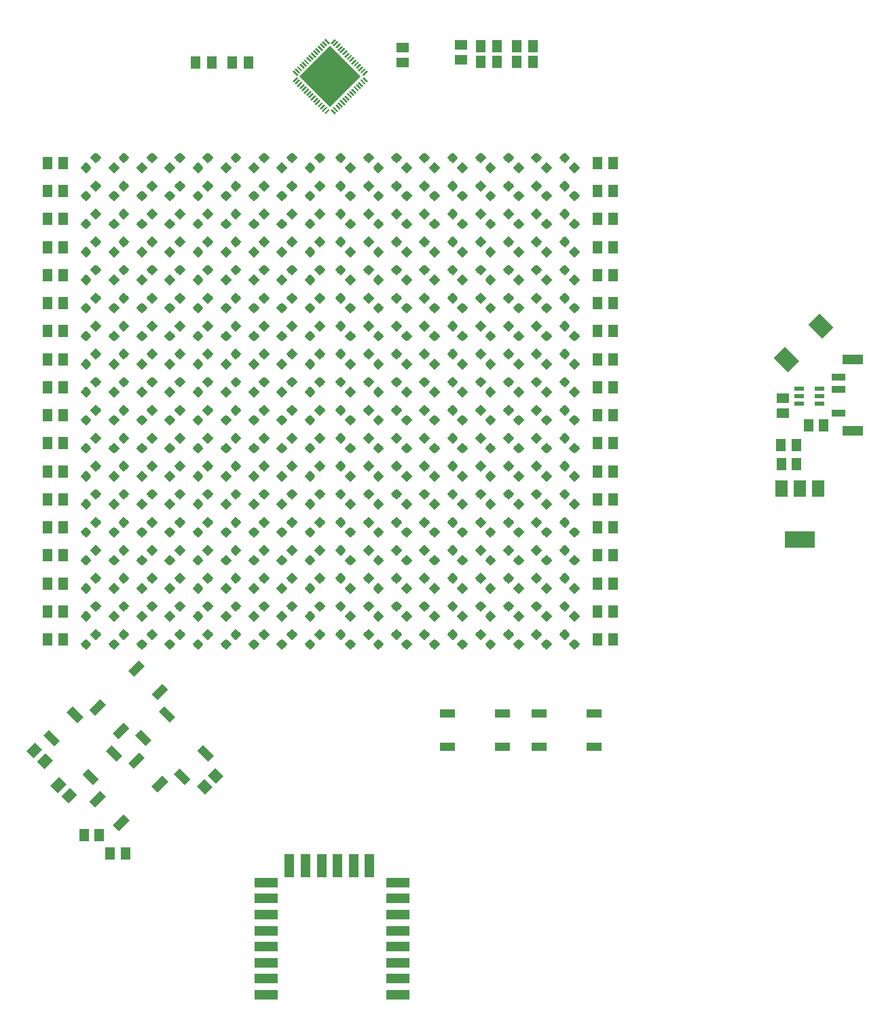
<source format=gtp>
G04 EAGLE Gerber X2 export*
G75*
%MOMM*%
%FSLAX34Y34*%
%LPD*%
%AMOC8*
5,1,8,0,0,1.08239X$1,22.5*%
G01*
%ADD10C,0.300000*%
%ADD11R,5.400000X5.400000*%
%ADD12R,0.740000X0.220000*%
%ADD13R,1.300000X1.500000*%
%ADD14R,1.200000X0.550000*%
%ADD15R,2.000000X2.500000*%
%ADD16R,1.500000X1.300000*%
%ADD17R,1.498600X2.006600*%
%ADD18R,3.810000X2.006600*%
%ADD19R,1.300000X1.600000*%
%ADD20R,1.700000X0.900000*%
%ADD21R,2.540000X1.270000*%
%ADD22R,3.000000X1.200000*%
%ADD23R,1.200000X3.000000*%
%ADD24R,1.905000X1.016000*%


D10*
X442629Y1235858D02*
X447578Y1230909D01*
X442629Y1225960D01*
X437680Y1230909D01*
X442629Y1235858D01*
X445628Y1228959D02*
X439630Y1228959D01*
X438729Y1231958D02*
X446529Y1231958D01*
X443530Y1234957D02*
X441728Y1234957D01*
X455031Y1248260D02*
X459980Y1243311D01*
X455031Y1238362D01*
X450082Y1243311D01*
X455031Y1248260D01*
X458030Y1241361D02*
X452032Y1241361D01*
X451131Y1244360D02*
X458931Y1244360D01*
X455932Y1247359D02*
X454130Y1247359D01*
X442629Y1200933D02*
X447578Y1195984D01*
X442629Y1191035D01*
X437680Y1195984D01*
X442629Y1200933D01*
X445628Y1194034D02*
X439630Y1194034D01*
X438729Y1197033D02*
X446529Y1197033D01*
X443530Y1200032D02*
X441728Y1200032D01*
X455031Y1213335D02*
X459980Y1208386D01*
X455031Y1203437D01*
X450082Y1208386D01*
X455031Y1213335D01*
X458030Y1206436D02*
X452032Y1206436D01*
X451131Y1209435D02*
X458931Y1209435D01*
X455932Y1212434D02*
X454130Y1212434D01*
X442629Y851683D02*
X447578Y846734D01*
X442629Y841785D01*
X437680Y846734D01*
X442629Y851683D01*
X445628Y844784D02*
X439630Y844784D01*
X438729Y847783D02*
X446529Y847783D01*
X443530Y850782D02*
X441728Y850782D01*
X455031Y864085D02*
X459980Y859136D01*
X455031Y854187D01*
X450082Y859136D01*
X455031Y864085D01*
X458030Y857186D02*
X452032Y857186D01*
X451131Y860185D02*
X458931Y860185D01*
X455932Y863184D02*
X454130Y863184D01*
X477554Y851683D02*
X482503Y846734D01*
X477554Y841785D01*
X472605Y846734D01*
X477554Y851683D01*
X480553Y844784D02*
X474555Y844784D01*
X473654Y847783D02*
X481454Y847783D01*
X478455Y850782D02*
X476653Y850782D01*
X489956Y864085D02*
X494905Y859136D01*
X489956Y854187D01*
X485007Y859136D01*
X489956Y864085D01*
X492955Y857186D02*
X486957Y857186D01*
X486056Y860185D02*
X493856Y860185D01*
X490857Y863184D02*
X489055Y863184D01*
X512479Y851683D02*
X517428Y846734D01*
X512479Y841785D01*
X507530Y846734D01*
X512479Y851683D01*
X515478Y844784D02*
X509480Y844784D01*
X508579Y847783D02*
X516379Y847783D01*
X513380Y850782D02*
X511578Y850782D01*
X524881Y864085D02*
X529830Y859136D01*
X524881Y854187D01*
X519932Y859136D01*
X524881Y864085D01*
X527880Y857186D02*
X521882Y857186D01*
X520981Y860185D02*
X528781Y860185D01*
X525782Y863184D02*
X523980Y863184D01*
X547404Y851683D02*
X552353Y846734D01*
X547404Y841785D01*
X542455Y846734D01*
X547404Y851683D01*
X550403Y844784D02*
X544405Y844784D01*
X543504Y847783D02*
X551304Y847783D01*
X548305Y850782D02*
X546503Y850782D01*
X559806Y864085D02*
X564755Y859136D01*
X559806Y854187D01*
X554857Y859136D01*
X559806Y864085D01*
X562805Y857186D02*
X556807Y857186D01*
X555906Y860185D02*
X563706Y860185D01*
X560707Y863184D02*
X558905Y863184D01*
X582329Y851683D02*
X587278Y846734D01*
X582329Y841785D01*
X577380Y846734D01*
X582329Y851683D01*
X585328Y844784D02*
X579330Y844784D01*
X578429Y847783D02*
X586229Y847783D01*
X583230Y850782D02*
X581428Y850782D01*
X594731Y864085D02*
X599680Y859136D01*
X594731Y854187D01*
X589782Y859136D01*
X594731Y864085D01*
X597730Y857186D02*
X591732Y857186D01*
X590831Y860185D02*
X598631Y860185D01*
X595632Y863184D02*
X593830Y863184D01*
X617254Y851683D02*
X622203Y846734D01*
X617254Y841785D01*
X612305Y846734D01*
X617254Y851683D01*
X620253Y844784D02*
X614255Y844784D01*
X613354Y847783D02*
X621154Y847783D01*
X618155Y850782D02*
X616353Y850782D01*
X629656Y864085D02*
X634605Y859136D01*
X629656Y854187D01*
X624707Y859136D01*
X629656Y864085D01*
X632655Y857186D02*
X626657Y857186D01*
X625756Y860185D02*
X633556Y860185D01*
X630557Y863184D02*
X628755Y863184D01*
X652179Y851683D02*
X657128Y846734D01*
X652179Y841785D01*
X647230Y846734D01*
X652179Y851683D01*
X655178Y844784D02*
X649180Y844784D01*
X648279Y847783D02*
X656079Y847783D01*
X653080Y850782D02*
X651278Y850782D01*
X664581Y864085D02*
X669530Y859136D01*
X664581Y854187D01*
X659632Y859136D01*
X664581Y864085D01*
X667580Y857186D02*
X661582Y857186D01*
X660681Y860185D02*
X668481Y860185D01*
X665482Y863184D02*
X663680Y863184D01*
X687104Y851683D02*
X692053Y846734D01*
X687104Y841785D01*
X682155Y846734D01*
X687104Y851683D01*
X690103Y844784D02*
X684105Y844784D01*
X683204Y847783D02*
X691004Y847783D01*
X688005Y850782D02*
X686203Y850782D01*
X699506Y864085D02*
X704455Y859136D01*
X699506Y854187D01*
X694557Y859136D01*
X699506Y864085D01*
X702505Y857186D02*
X696507Y857186D01*
X695606Y860185D02*
X703406Y860185D01*
X700407Y863184D02*
X698605Y863184D01*
X722029Y851683D02*
X726978Y846734D01*
X722029Y841785D01*
X717080Y846734D01*
X722029Y851683D01*
X725028Y844784D02*
X719030Y844784D01*
X718129Y847783D02*
X725929Y847783D01*
X722930Y850782D02*
X721128Y850782D01*
X734431Y864085D02*
X739380Y859136D01*
X734431Y854187D01*
X729482Y859136D01*
X734431Y864085D01*
X737430Y857186D02*
X731432Y857186D01*
X730531Y860185D02*
X738331Y860185D01*
X735332Y863184D02*
X733530Y863184D01*
X447578Y811809D02*
X442629Y816758D01*
X447578Y811809D02*
X442629Y806860D01*
X437680Y811809D01*
X442629Y816758D01*
X445628Y809859D02*
X439630Y809859D01*
X438729Y812858D02*
X446529Y812858D01*
X443530Y815857D02*
X441728Y815857D01*
X455031Y829160D02*
X459980Y824211D01*
X455031Y819262D01*
X450082Y824211D01*
X455031Y829160D01*
X458030Y822261D02*
X452032Y822261D01*
X451131Y825260D02*
X458931Y825260D01*
X455932Y828259D02*
X454130Y828259D01*
X482503Y1195984D02*
X477554Y1200933D01*
X482503Y1195984D02*
X477554Y1191035D01*
X472605Y1195984D01*
X477554Y1200933D01*
X480553Y1194034D02*
X474555Y1194034D01*
X473654Y1197033D02*
X481454Y1197033D01*
X478455Y1200032D02*
X476653Y1200032D01*
X489956Y1213335D02*
X494905Y1208386D01*
X489956Y1203437D01*
X485007Y1208386D01*
X489956Y1213335D01*
X492955Y1206436D02*
X486957Y1206436D01*
X486056Y1209435D02*
X493856Y1209435D01*
X490857Y1212434D02*
X489055Y1212434D01*
X477554Y816758D02*
X482503Y811809D01*
X477554Y806860D01*
X472605Y811809D01*
X477554Y816758D01*
X480553Y809859D02*
X474555Y809859D01*
X473654Y812858D02*
X481454Y812858D01*
X478455Y815857D02*
X476653Y815857D01*
X489956Y829160D02*
X494905Y824211D01*
X489956Y819262D01*
X485007Y824211D01*
X489956Y829160D01*
X492955Y822261D02*
X486957Y822261D01*
X486056Y825260D02*
X493856Y825260D01*
X490857Y828259D02*
X489055Y828259D01*
X512479Y816758D02*
X517428Y811809D01*
X512479Y806860D01*
X507530Y811809D01*
X512479Y816758D01*
X515478Y809859D02*
X509480Y809859D01*
X508579Y812858D02*
X516379Y812858D01*
X513380Y815857D02*
X511578Y815857D01*
X524881Y829160D02*
X529830Y824211D01*
X524881Y819262D01*
X519932Y824211D01*
X524881Y829160D01*
X527880Y822261D02*
X521882Y822261D01*
X520981Y825260D02*
X528781Y825260D01*
X525782Y828259D02*
X523980Y828259D01*
X547404Y816758D02*
X552353Y811809D01*
X547404Y806860D01*
X542455Y811809D01*
X547404Y816758D01*
X550403Y809859D02*
X544405Y809859D01*
X543504Y812858D02*
X551304Y812858D01*
X548305Y815857D02*
X546503Y815857D01*
X559806Y829160D02*
X564755Y824211D01*
X559806Y819262D01*
X554857Y824211D01*
X559806Y829160D01*
X562805Y822261D02*
X556807Y822261D01*
X555906Y825260D02*
X563706Y825260D01*
X560707Y828259D02*
X558905Y828259D01*
X582329Y816758D02*
X587278Y811809D01*
X582329Y806860D01*
X577380Y811809D01*
X582329Y816758D01*
X585328Y809859D02*
X579330Y809859D01*
X578429Y812858D02*
X586229Y812858D01*
X583230Y815857D02*
X581428Y815857D01*
X594731Y829160D02*
X599680Y824211D01*
X594731Y819262D01*
X589782Y824211D01*
X594731Y829160D01*
X597730Y822261D02*
X591732Y822261D01*
X590831Y825260D02*
X598631Y825260D01*
X595632Y828259D02*
X593830Y828259D01*
X617254Y816758D02*
X622203Y811809D01*
X617254Y806860D01*
X612305Y811809D01*
X617254Y816758D01*
X620253Y809859D02*
X614255Y809859D01*
X613354Y812858D02*
X621154Y812858D01*
X618155Y815857D02*
X616353Y815857D01*
X629656Y829160D02*
X634605Y824211D01*
X629656Y819262D01*
X624707Y824211D01*
X629656Y829160D01*
X632655Y822261D02*
X626657Y822261D01*
X625756Y825260D02*
X633556Y825260D01*
X630557Y828259D02*
X628755Y828259D01*
X652179Y816758D02*
X657128Y811809D01*
X652179Y806860D01*
X647230Y811809D01*
X652179Y816758D01*
X655178Y809859D02*
X649180Y809859D01*
X648279Y812858D02*
X656079Y812858D01*
X653080Y815857D02*
X651278Y815857D01*
X664581Y829160D02*
X669530Y824211D01*
X664581Y819262D01*
X659632Y824211D01*
X664581Y829160D01*
X667580Y822261D02*
X661582Y822261D01*
X660681Y825260D02*
X668481Y825260D01*
X665482Y828259D02*
X663680Y828259D01*
X687104Y816758D02*
X692053Y811809D01*
X687104Y806860D01*
X682155Y811809D01*
X687104Y816758D01*
X690103Y809859D02*
X684105Y809859D01*
X683204Y812858D02*
X691004Y812858D01*
X688005Y815857D02*
X686203Y815857D01*
X699506Y829160D02*
X704455Y824211D01*
X699506Y819262D01*
X694557Y824211D01*
X699506Y829160D01*
X702505Y822261D02*
X696507Y822261D01*
X695606Y825260D02*
X703406Y825260D01*
X700407Y828259D02*
X698605Y828259D01*
X722029Y816758D02*
X726978Y811809D01*
X722029Y806860D01*
X717080Y811809D01*
X722029Y816758D01*
X725028Y809859D02*
X719030Y809859D01*
X718129Y812858D02*
X725929Y812858D01*
X722930Y815857D02*
X721128Y815857D01*
X734431Y829160D02*
X739380Y824211D01*
X734431Y819262D01*
X729482Y824211D01*
X734431Y829160D01*
X737430Y822261D02*
X731432Y822261D01*
X730531Y825260D02*
X738331Y825260D01*
X735332Y828259D02*
X733530Y828259D01*
X447578Y776884D02*
X442629Y781833D01*
X447578Y776884D02*
X442629Y771935D01*
X437680Y776884D01*
X442629Y781833D01*
X445628Y774934D02*
X439630Y774934D01*
X438729Y777933D02*
X446529Y777933D01*
X443530Y780932D02*
X441728Y780932D01*
X455031Y794235D02*
X459980Y789286D01*
X455031Y784337D01*
X450082Y789286D01*
X455031Y794235D01*
X458030Y787336D02*
X452032Y787336D01*
X451131Y790335D02*
X458931Y790335D01*
X455932Y793334D02*
X454130Y793334D01*
X477554Y781833D02*
X482503Y776884D01*
X477554Y771935D01*
X472605Y776884D01*
X477554Y781833D01*
X480553Y774934D02*
X474555Y774934D01*
X473654Y777933D02*
X481454Y777933D01*
X478455Y780932D02*
X476653Y780932D01*
X489956Y794235D02*
X494905Y789286D01*
X489956Y784337D01*
X485007Y789286D01*
X489956Y794235D01*
X492955Y787336D02*
X486957Y787336D01*
X486056Y790335D02*
X493856Y790335D01*
X490857Y793334D02*
X489055Y793334D01*
X517428Y1195984D02*
X512479Y1200933D01*
X517428Y1195984D02*
X512479Y1191035D01*
X507530Y1195984D01*
X512479Y1200933D01*
X515478Y1194034D02*
X509480Y1194034D01*
X508579Y1197033D02*
X516379Y1197033D01*
X513380Y1200032D02*
X511578Y1200032D01*
X524881Y1213335D02*
X529830Y1208386D01*
X524881Y1203437D01*
X519932Y1208386D01*
X524881Y1213335D01*
X527880Y1206436D02*
X521882Y1206436D01*
X520981Y1209435D02*
X528781Y1209435D01*
X525782Y1212434D02*
X523980Y1212434D01*
X512479Y781833D02*
X517428Y776884D01*
X512479Y771935D01*
X507530Y776884D01*
X512479Y781833D01*
X515478Y774934D02*
X509480Y774934D01*
X508579Y777933D02*
X516379Y777933D01*
X513380Y780932D02*
X511578Y780932D01*
X524881Y794235D02*
X529830Y789286D01*
X524881Y784337D01*
X519932Y789286D01*
X524881Y794235D01*
X527880Y787336D02*
X521882Y787336D01*
X520981Y790335D02*
X528781Y790335D01*
X525782Y793334D02*
X523980Y793334D01*
X547404Y781833D02*
X552353Y776884D01*
X547404Y771935D01*
X542455Y776884D01*
X547404Y781833D01*
X550403Y774934D02*
X544405Y774934D01*
X543504Y777933D02*
X551304Y777933D01*
X548305Y780932D02*
X546503Y780932D01*
X559806Y794235D02*
X564755Y789286D01*
X559806Y784337D01*
X554857Y789286D01*
X559806Y794235D01*
X562805Y787336D02*
X556807Y787336D01*
X555906Y790335D02*
X563706Y790335D01*
X560707Y793334D02*
X558905Y793334D01*
X582329Y781833D02*
X587278Y776884D01*
X582329Y771935D01*
X577380Y776884D01*
X582329Y781833D01*
X585328Y774934D02*
X579330Y774934D01*
X578429Y777933D02*
X586229Y777933D01*
X583230Y780932D02*
X581428Y780932D01*
X594731Y794235D02*
X599680Y789286D01*
X594731Y784337D01*
X589782Y789286D01*
X594731Y794235D01*
X597730Y787336D02*
X591732Y787336D01*
X590831Y790335D02*
X598631Y790335D01*
X595632Y793334D02*
X593830Y793334D01*
X617254Y781833D02*
X622203Y776884D01*
X617254Y771935D01*
X612305Y776884D01*
X617254Y781833D01*
X620253Y774934D02*
X614255Y774934D01*
X613354Y777933D02*
X621154Y777933D01*
X618155Y780932D02*
X616353Y780932D01*
X629656Y794235D02*
X634605Y789286D01*
X629656Y784337D01*
X624707Y789286D01*
X629656Y794235D01*
X632655Y787336D02*
X626657Y787336D01*
X625756Y790335D02*
X633556Y790335D01*
X630557Y793334D02*
X628755Y793334D01*
X652179Y781833D02*
X657128Y776884D01*
X652179Y771935D01*
X647230Y776884D01*
X652179Y781833D01*
X655178Y774934D02*
X649180Y774934D01*
X648279Y777933D02*
X656079Y777933D01*
X653080Y780932D02*
X651278Y780932D01*
X664581Y794235D02*
X669530Y789286D01*
X664581Y784337D01*
X659632Y789286D01*
X664581Y794235D01*
X667580Y787336D02*
X661582Y787336D01*
X660681Y790335D02*
X668481Y790335D01*
X665482Y793334D02*
X663680Y793334D01*
X687104Y781833D02*
X692053Y776884D01*
X687104Y771935D01*
X682155Y776884D01*
X687104Y781833D01*
X690103Y774934D02*
X684105Y774934D01*
X683204Y777933D02*
X691004Y777933D01*
X688005Y780932D02*
X686203Y780932D01*
X699506Y794235D02*
X704455Y789286D01*
X699506Y784337D01*
X694557Y789286D01*
X699506Y794235D01*
X702505Y787336D02*
X696507Y787336D01*
X695606Y790335D02*
X703406Y790335D01*
X700407Y793334D02*
X698605Y793334D01*
X722029Y781833D02*
X726978Y776884D01*
X722029Y771935D01*
X717080Y776884D01*
X722029Y781833D01*
X725028Y774934D02*
X719030Y774934D01*
X718129Y777933D02*
X725929Y777933D01*
X722930Y780932D02*
X721128Y780932D01*
X734431Y794235D02*
X739380Y789286D01*
X734431Y784337D01*
X729482Y789286D01*
X734431Y794235D01*
X737430Y787336D02*
X731432Y787336D01*
X730531Y790335D02*
X738331Y790335D01*
X735332Y793334D02*
X733530Y793334D01*
X447578Y741959D02*
X442629Y746908D01*
X447578Y741959D02*
X442629Y737010D01*
X437680Y741959D01*
X442629Y746908D01*
X445628Y740009D02*
X439630Y740009D01*
X438729Y743008D02*
X446529Y743008D01*
X443530Y746007D02*
X441728Y746007D01*
X455031Y759310D02*
X459980Y754361D01*
X455031Y749412D01*
X450082Y754361D01*
X455031Y759310D01*
X458030Y752411D02*
X452032Y752411D01*
X451131Y755410D02*
X458931Y755410D01*
X455932Y758409D02*
X454130Y758409D01*
X477554Y746908D02*
X482503Y741959D01*
X477554Y737010D01*
X472605Y741959D01*
X477554Y746908D01*
X480553Y740009D02*
X474555Y740009D01*
X473654Y743008D02*
X481454Y743008D01*
X478455Y746007D02*
X476653Y746007D01*
X489956Y759310D02*
X494905Y754361D01*
X489956Y749412D01*
X485007Y754361D01*
X489956Y759310D01*
X492955Y752411D02*
X486957Y752411D01*
X486056Y755410D02*
X493856Y755410D01*
X490857Y758409D02*
X489055Y758409D01*
X512479Y746908D02*
X517428Y741959D01*
X512479Y737010D01*
X507530Y741959D01*
X512479Y746908D01*
X515478Y740009D02*
X509480Y740009D01*
X508579Y743008D02*
X516379Y743008D01*
X513380Y746007D02*
X511578Y746007D01*
X524881Y759310D02*
X529830Y754361D01*
X524881Y749412D01*
X519932Y754361D01*
X524881Y759310D01*
X527880Y752411D02*
X521882Y752411D01*
X520981Y755410D02*
X528781Y755410D01*
X525782Y758409D02*
X523980Y758409D01*
X552353Y1195984D02*
X547404Y1200933D01*
X552353Y1195984D02*
X547404Y1191035D01*
X542455Y1195984D01*
X547404Y1200933D01*
X550403Y1194034D02*
X544405Y1194034D01*
X543504Y1197033D02*
X551304Y1197033D01*
X548305Y1200032D02*
X546503Y1200032D01*
X559806Y1213335D02*
X564755Y1208386D01*
X559806Y1203437D01*
X554857Y1208386D01*
X559806Y1213335D01*
X562805Y1206436D02*
X556807Y1206436D01*
X555906Y1209435D02*
X563706Y1209435D01*
X560707Y1212434D02*
X558905Y1212434D01*
X547404Y746908D02*
X552353Y741959D01*
X547404Y737010D01*
X542455Y741959D01*
X547404Y746908D01*
X550403Y740009D02*
X544405Y740009D01*
X543504Y743008D02*
X551304Y743008D01*
X548305Y746007D02*
X546503Y746007D01*
X559806Y759310D02*
X564755Y754361D01*
X559806Y749412D01*
X554857Y754361D01*
X559806Y759310D01*
X562805Y752411D02*
X556807Y752411D01*
X555906Y755410D02*
X563706Y755410D01*
X560707Y758409D02*
X558905Y758409D01*
X582329Y746908D02*
X587278Y741959D01*
X582329Y737010D01*
X577380Y741959D01*
X582329Y746908D01*
X585328Y740009D02*
X579330Y740009D01*
X578429Y743008D02*
X586229Y743008D01*
X583230Y746007D02*
X581428Y746007D01*
X594731Y759310D02*
X599680Y754361D01*
X594731Y749412D01*
X589782Y754361D01*
X594731Y759310D01*
X597730Y752411D02*
X591732Y752411D01*
X590831Y755410D02*
X598631Y755410D01*
X595632Y758409D02*
X593830Y758409D01*
X617254Y746908D02*
X622203Y741959D01*
X617254Y737010D01*
X612305Y741959D01*
X617254Y746908D01*
X620253Y740009D02*
X614255Y740009D01*
X613354Y743008D02*
X621154Y743008D01*
X618155Y746007D02*
X616353Y746007D01*
X629656Y759310D02*
X634605Y754361D01*
X629656Y749412D01*
X624707Y754361D01*
X629656Y759310D01*
X632655Y752411D02*
X626657Y752411D01*
X625756Y755410D02*
X633556Y755410D01*
X630557Y758409D02*
X628755Y758409D01*
X652179Y746908D02*
X657128Y741959D01*
X652179Y737010D01*
X647230Y741959D01*
X652179Y746908D01*
X655178Y740009D02*
X649180Y740009D01*
X648279Y743008D02*
X656079Y743008D01*
X653080Y746007D02*
X651278Y746007D01*
X664581Y759310D02*
X669530Y754361D01*
X664581Y749412D01*
X659632Y754361D01*
X664581Y759310D01*
X667580Y752411D02*
X661582Y752411D01*
X660681Y755410D02*
X668481Y755410D01*
X665482Y758409D02*
X663680Y758409D01*
X687104Y746908D02*
X692053Y741959D01*
X687104Y737010D01*
X682155Y741959D01*
X687104Y746908D01*
X690103Y740009D02*
X684105Y740009D01*
X683204Y743008D02*
X691004Y743008D01*
X688005Y746007D02*
X686203Y746007D01*
X699506Y759310D02*
X704455Y754361D01*
X699506Y749412D01*
X694557Y754361D01*
X699506Y759310D01*
X702505Y752411D02*
X696507Y752411D01*
X695606Y755410D02*
X703406Y755410D01*
X700407Y758409D02*
X698605Y758409D01*
X722029Y746908D02*
X726978Y741959D01*
X722029Y737010D01*
X717080Y741959D01*
X722029Y746908D01*
X725028Y740009D02*
X719030Y740009D01*
X718129Y743008D02*
X725929Y743008D01*
X722930Y746007D02*
X721128Y746007D01*
X734431Y759310D02*
X739380Y754361D01*
X734431Y749412D01*
X729482Y754361D01*
X734431Y759310D01*
X737430Y752411D02*
X731432Y752411D01*
X730531Y755410D02*
X738331Y755410D01*
X735332Y758409D02*
X733530Y758409D01*
X447578Y707034D02*
X442629Y711983D01*
X447578Y707034D02*
X442629Y702085D01*
X437680Y707034D01*
X442629Y711983D01*
X445628Y705084D02*
X439630Y705084D01*
X438729Y708083D02*
X446529Y708083D01*
X443530Y711082D02*
X441728Y711082D01*
X455031Y724385D02*
X459980Y719436D01*
X455031Y714487D01*
X450082Y719436D01*
X455031Y724385D01*
X458030Y717486D02*
X452032Y717486D01*
X451131Y720485D02*
X458931Y720485D01*
X455932Y723484D02*
X454130Y723484D01*
X477554Y711983D02*
X482503Y707034D01*
X477554Y702085D01*
X472605Y707034D01*
X477554Y711983D01*
X480553Y705084D02*
X474555Y705084D01*
X473654Y708083D02*
X481454Y708083D01*
X478455Y711082D02*
X476653Y711082D01*
X489956Y724385D02*
X494905Y719436D01*
X489956Y714487D01*
X485007Y719436D01*
X489956Y724385D01*
X492955Y717486D02*
X486957Y717486D01*
X486056Y720485D02*
X493856Y720485D01*
X490857Y723484D02*
X489055Y723484D01*
X512479Y711983D02*
X517428Y707034D01*
X512479Y702085D01*
X507530Y707034D01*
X512479Y711983D01*
X515478Y705084D02*
X509480Y705084D01*
X508579Y708083D02*
X516379Y708083D01*
X513380Y711082D02*
X511578Y711082D01*
X524881Y724385D02*
X529830Y719436D01*
X524881Y714487D01*
X519932Y719436D01*
X524881Y724385D01*
X527880Y717486D02*
X521882Y717486D01*
X520981Y720485D02*
X528781Y720485D01*
X525782Y723484D02*
X523980Y723484D01*
X547404Y711983D02*
X552353Y707034D01*
X547404Y702085D01*
X542455Y707034D01*
X547404Y711983D01*
X550403Y705084D02*
X544405Y705084D01*
X543504Y708083D02*
X551304Y708083D01*
X548305Y711082D02*
X546503Y711082D01*
X559806Y724385D02*
X564755Y719436D01*
X559806Y714487D01*
X554857Y719436D01*
X559806Y724385D01*
X562805Y717486D02*
X556807Y717486D01*
X555906Y720485D02*
X563706Y720485D01*
X560707Y723484D02*
X558905Y723484D01*
X587278Y1195984D02*
X582329Y1200933D01*
X587278Y1195984D02*
X582329Y1191035D01*
X577380Y1195984D01*
X582329Y1200933D01*
X585328Y1194034D02*
X579330Y1194034D01*
X578429Y1197033D02*
X586229Y1197033D01*
X583230Y1200032D02*
X581428Y1200032D01*
X594731Y1213335D02*
X599680Y1208386D01*
X594731Y1203437D01*
X589782Y1208386D01*
X594731Y1213335D01*
X597730Y1206436D02*
X591732Y1206436D01*
X590831Y1209435D02*
X598631Y1209435D01*
X595632Y1212434D02*
X593830Y1212434D01*
X582329Y711983D02*
X587278Y707034D01*
X582329Y702085D01*
X577380Y707034D01*
X582329Y711983D01*
X585328Y705084D02*
X579330Y705084D01*
X578429Y708083D02*
X586229Y708083D01*
X583230Y711082D02*
X581428Y711082D01*
X594731Y724385D02*
X599680Y719436D01*
X594731Y714487D01*
X589782Y719436D01*
X594731Y724385D01*
X597730Y717486D02*
X591732Y717486D01*
X590831Y720485D02*
X598631Y720485D01*
X595632Y723484D02*
X593830Y723484D01*
X617254Y711983D02*
X622203Y707034D01*
X617254Y702085D01*
X612305Y707034D01*
X617254Y711983D01*
X620253Y705084D02*
X614255Y705084D01*
X613354Y708083D02*
X621154Y708083D01*
X618155Y711082D02*
X616353Y711082D01*
X629656Y724385D02*
X634605Y719436D01*
X629656Y714487D01*
X624707Y719436D01*
X629656Y724385D01*
X632655Y717486D02*
X626657Y717486D01*
X625756Y720485D02*
X633556Y720485D01*
X630557Y723484D02*
X628755Y723484D01*
X652179Y711983D02*
X657128Y707034D01*
X652179Y702085D01*
X647230Y707034D01*
X652179Y711983D01*
X655178Y705084D02*
X649180Y705084D01*
X648279Y708083D02*
X656079Y708083D01*
X653080Y711082D02*
X651278Y711082D01*
X664581Y724385D02*
X669530Y719436D01*
X664581Y714487D01*
X659632Y719436D01*
X664581Y724385D01*
X667580Y717486D02*
X661582Y717486D01*
X660681Y720485D02*
X668481Y720485D01*
X665482Y723484D02*
X663680Y723484D01*
X687104Y711983D02*
X692053Y707034D01*
X687104Y702085D01*
X682155Y707034D01*
X687104Y711983D01*
X690103Y705084D02*
X684105Y705084D01*
X683204Y708083D02*
X691004Y708083D01*
X688005Y711082D02*
X686203Y711082D01*
X699506Y724385D02*
X704455Y719436D01*
X699506Y714487D01*
X694557Y719436D01*
X699506Y724385D01*
X702505Y717486D02*
X696507Y717486D01*
X695606Y720485D02*
X703406Y720485D01*
X700407Y723484D02*
X698605Y723484D01*
X722029Y711983D02*
X726978Y707034D01*
X722029Y702085D01*
X717080Y707034D01*
X722029Y711983D01*
X725028Y705084D02*
X719030Y705084D01*
X718129Y708083D02*
X725929Y708083D01*
X722930Y711082D02*
X721128Y711082D01*
X734431Y724385D02*
X739380Y719436D01*
X734431Y714487D01*
X729482Y719436D01*
X734431Y724385D01*
X737430Y717486D02*
X731432Y717486D01*
X730531Y720485D02*
X738331Y720485D01*
X735332Y723484D02*
X733530Y723484D01*
X447578Y672109D02*
X442629Y677058D01*
X447578Y672109D02*
X442629Y667160D01*
X437680Y672109D01*
X442629Y677058D01*
X445628Y670159D02*
X439630Y670159D01*
X438729Y673158D02*
X446529Y673158D01*
X443530Y676157D02*
X441728Y676157D01*
X455031Y689460D02*
X459980Y684511D01*
X455031Y679562D01*
X450082Y684511D01*
X455031Y689460D01*
X458030Y682561D02*
X452032Y682561D01*
X451131Y685560D02*
X458931Y685560D01*
X455932Y688559D02*
X454130Y688559D01*
X477554Y677058D02*
X482503Y672109D01*
X477554Y667160D01*
X472605Y672109D01*
X477554Y677058D01*
X480553Y670159D02*
X474555Y670159D01*
X473654Y673158D02*
X481454Y673158D01*
X478455Y676157D02*
X476653Y676157D01*
X489956Y689460D02*
X494905Y684511D01*
X489956Y679562D01*
X485007Y684511D01*
X489956Y689460D01*
X492955Y682561D02*
X486957Y682561D01*
X486056Y685560D02*
X493856Y685560D01*
X490857Y688559D02*
X489055Y688559D01*
X512479Y677058D02*
X517428Y672109D01*
X512479Y667160D01*
X507530Y672109D01*
X512479Y677058D01*
X515478Y670159D02*
X509480Y670159D01*
X508579Y673158D02*
X516379Y673158D01*
X513380Y676157D02*
X511578Y676157D01*
X524881Y689460D02*
X529830Y684511D01*
X524881Y679562D01*
X519932Y684511D01*
X524881Y689460D01*
X527880Y682561D02*
X521882Y682561D01*
X520981Y685560D02*
X528781Y685560D01*
X525782Y688559D02*
X523980Y688559D01*
X547404Y677058D02*
X552353Y672109D01*
X547404Y667160D01*
X542455Y672109D01*
X547404Y677058D01*
X550403Y670159D02*
X544405Y670159D01*
X543504Y673158D02*
X551304Y673158D01*
X548305Y676157D02*
X546503Y676157D01*
X559806Y689460D02*
X564755Y684511D01*
X559806Y679562D01*
X554857Y684511D01*
X559806Y689460D01*
X562805Y682561D02*
X556807Y682561D01*
X555906Y685560D02*
X563706Y685560D01*
X560707Y688559D02*
X558905Y688559D01*
X582329Y677058D02*
X587278Y672109D01*
X582329Y667160D01*
X577380Y672109D01*
X582329Y677058D01*
X585328Y670159D02*
X579330Y670159D01*
X578429Y673158D02*
X586229Y673158D01*
X583230Y676157D02*
X581428Y676157D01*
X594731Y689460D02*
X599680Y684511D01*
X594731Y679562D01*
X589782Y684511D01*
X594731Y689460D01*
X597730Y682561D02*
X591732Y682561D01*
X590831Y685560D02*
X598631Y685560D01*
X595632Y688559D02*
X593830Y688559D01*
X622203Y1195984D02*
X617254Y1200933D01*
X622203Y1195984D02*
X617254Y1191035D01*
X612305Y1195984D01*
X617254Y1200933D01*
X620253Y1194034D02*
X614255Y1194034D01*
X613354Y1197033D02*
X621154Y1197033D01*
X618155Y1200032D02*
X616353Y1200032D01*
X629656Y1213335D02*
X634605Y1208386D01*
X629656Y1203437D01*
X624707Y1208386D01*
X629656Y1213335D01*
X632655Y1206436D02*
X626657Y1206436D01*
X625756Y1209435D02*
X633556Y1209435D01*
X630557Y1212434D02*
X628755Y1212434D01*
X617254Y677058D02*
X622203Y672109D01*
X617254Y667160D01*
X612305Y672109D01*
X617254Y677058D01*
X620253Y670159D02*
X614255Y670159D01*
X613354Y673158D02*
X621154Y673158D01*
X618155Y676157D02*
X616353Y676157D01*
X629656Y689460D02*
X634605Y684511D01*
X629656Y679562D01*
X624707Y684511D01*
X629656Y689460D01*
X632655Y682561D02*
X626657Y682561D01*
X625756Y685560D02*
X633556Y685560D01*
X630557Y688559D02*
X628755Y688559D01*
X652179Y677058D02*
X657128Y672109D01*
X652179Y667160D01*
X647230Y672109D01*
X652179Y677058D01*
X655178Y670159D02*
X649180Y670159D01*
X648279Y673158D02*
X656079Y673158D01*
X653080Y676157D02*
X651278Y676157D01*
X664581Y689460D02*
X669530Y684511D01*
X664581Y679562D01*
X659632Y684511D01*
X664581Y689460D01*
X667580Y682561D02*
X661582Y682561D01*
X660681Y685560D02*
X668481Y685560D01*
X665482Y688559D02*
X663680Y688559D01*
X687104Y677058D02*
X692053Y672109D01*
X687104Y667160D01*
X682155Y672109D01*
X687104Y677058D01*
X690103Y670159D02*
X684105Y670159D01*
X683204Y673158D02*
X691004Y673158D01*
X688005Y676157D02*
X686203Y676157D01*
X699506Y689460D02*
X704455Y684511D01*
X699506Y679562D01*
X694557Y684511D01*
X699506Y689460D01*
X702505Y682561D02*
X696507Y682561D01*
X695606Y685560D02*
X703406Y685560D01*
X700407Y688559D02*
X698605Y688559D01*
X722029Y677058D02*
X726978Y672109D01*
X722029Y667160D01*
X717080Y672109D01*
X722029Y677058D01*
X725028Y670159D02*
X719030Y670159D01*
X718129Y673158D02*
X725929Y673158D01*
X722930Y676157D02*
X721128Y676157D01*
X734431Y689460D02*
X739380Y684511D01*
X734431Y679562D01*
X729482Y684511D01*
X734431Y689460D01*
X737430Y682561D02*
X731432Y682561D01*
X730531Y685560D02*
X738331Y685560D01*
X735332Y688559D02*
X733530Y688559D01*
X447578Y637184D02*
X442629Y642133D01*
X447578Y637184D02*
X442629Y632235D01*
X437680Y637184D01*
X442629Y642133D01*
X445628Y635234D02*
X439630Y635234D01*
X438729Y638233D02*
X446529Y638233D01*
X443530Y641232D02*
X441728Y641232D01*
X455031Y654535D02*
X459980Y649586D01*
X455031Y644637D01*
X450082Y649586D01*
X455031Y654535D01*
X458030Y647636D02*
X452032Y647636D01*
X451131Y650635D02*
X458931Y650635D01*
X455932Y653634D02*
X454130Y653634D01*
X477554Y642133D02*
X482503Y637184D01*
X477554Y632235D01*
X472605Y637184D01*
X477554Y642133D01*
X480553Y635234D02*
X474555Y635234D01*
X473654Y638233D02*
X481454Y638233D01*
X478455Y641232D02*
X476653Y641232D01*
X489956Y654535D02*
X494905Y649586D01*
X489956Y644637D01*
X485007Y649586D01*
X489956Y654535D01*
X492955Y647636D02*
X486957Y647636D01*
X486056Y650635D02*
X493856Y650635D01*
X490857Y653634D02*
X489055Y653634D01*
X512479Y642133D02*
X517428Y637184D01*
X512479Y632235D01*
X507530Y637184D01*
X512479Y642133D01*
X515478Y635234D02*
X509480Y635234D01*
X508579Y638233D02*
X516379Y638233D01*
X513380Y641232D02*
X511578Y641232D01*
X524881Y654535D02*
X529830Y649586D01*
X524881Y644637D01*
X519932Y649586D01*
X524881Y654535D01*
X527880Y647636D02*
X521882Y647636D01*
X520981Y650635D02*
X528781Y650635D01*
X525782Y653634D02*
X523980Y653634D01*
X547404Y642133D02*
X552353Y637184D01*
X547404Y632235D01*
X542455Y637184D01*
X547404Y642133D01*
X550403Y635234D02*
X544405Y635234D01*
X543504Y638233D02*
X551304Y638233D01*
X548305Y641232D02*
X546503Y641232D01*
X559806Y654535D02*
X564755Y649586D01*
X559806Y644637D01*
X554857Y649586D01*
X559806Y654535D01*
X562805Y647636D02*
X556807Y647636D01*
X555906Y650635D02*
X563706Y650635D01*
X560707Y653634D02*
X558905Y653634D01*
X582329Y642133D02*
X587278Y637184D01*
X582329Y632235D01*
X577380Y637184D01*
X582329Y642133D01*
X585328Y635234D02*
X579330Y635234D01*
X578429Y638233D02*
X586229Y638233D01*
X583230Y641232D02*
X581428Y641232D01*
X594731Y654535D02*
X599680Y649586D01*
X594731Y644637D01*
X589782Y649586D01*
X594731Y654535D01*
X597730Y647636D02*
X591732Y647636D01*
X590831Y650635D02*
X598631Y650635D01*
X595632Y653634D02*
X593830Y653634D01*
X617254Y642133D02*
X622203Y637184D01*
X617254Y632235D01*
X612305Y637184D01*
X617254Y642133D01*
X620253Y635234D02*
X614255Y635234D01*
X613354Y638233D02*
X621154Y638233D01*
X618155Y641232D02*
X616353Y641232D01*
X629656Y654535D02*
X634605Y649586D01*
X629656Y644637D01*
X624707Y649586D01*
X629656Y654535D01*
X632655Y647636D02*
X626657Y647636D01*
X625756Y650635D02*
X633556Y650635D01*
X630557Y653634D02*
X628755Y653634D01*
X657128Y1195984D02*
X652179Y1200933D01*
X657128Y1195984D02*
X652179Y1191035D01*
X647230Y1195984D01*
X652179Y1200933D01*
X655178Y1194034D02*
X649180Y1194034D01*
X648279Y1197033D02*
X656079Y1197033D01*
X653080Y1200032D02*
X651278Y1200032D01*
X664581Y1213335D02*
X669530Y1208386D01*
X664581Y1203437D01*
X659632Y1208386D01*
X664581Y1213335D01*
X667580Y1206436D02*
X661582Y1206436D01*
X660681Y1209435D02*
X668481Y1209435D01*
X665482Y1212434D02*
X663680Y1212434D01*
X652179Y642133D02*
X657128Y637184D01*
X652179Y632235D01*
X647230Y637184D01*
X652179Y642133D01*
X655178Y635234D02*
X649180Y635234D01*
X648279Y638233D02*
X656079Y638233D01*
X653080Y641232D02*
X651278Y641232D01*
X664581Y654535D02*
X669530Y649586D01*
X664581Y644637D01*
X659632Y649586D01*
X664581Y654535D01*
X667580Y647636D02*
X661582Y647636D01*
X660681Y650635D02*
X668481Y650635D01*
X665482Y653634D02*
X663680Y653634D01*
X687104Y642133D02*
X692053Y637184D01*
X687104Y632235D01*
X682155Y637184D01*
X687104Y642133D01*
X690103Y635234D02*
X684105Y635234D01*
X683204Y638233D02*
X691004Y638233D01*
X688005Y641232D02*
X686203Y641232D01*
X699506Y654535D02*
X704455Y649586D01*
X699506Y644637D01*
X694557Y649586D01*
X699506Y654535D01*
X702505Y647636D02*
X696507Y647636D01*
X695606Y650635D02*
X703406Y650635D01*
X700407Y653634D02*
X698605Y653634D01*
X722029Y642133D02*
X726978Y637184D01*
X722029Y632235D01*
X717080Y637184D01*
X722029Y642133D01*
X725028Y635234D02*
X719030Y635234D01*
X718129Y638233D02*
X725929Y638233D01*
X722930Y641232D02*
X721128Y641232D01*
X734431Y654535D02*
X739380Y649586D01*
X734431Y644637D01*
X729482Y649586D01*
X734431Y654535D01*
X737430Y647636D02*
X731432Y647636D01*
X730531Y650635D02*
X738331Y650635D01*
X735332Y653634D02*
X733530Y653634D01*
X692053Y1195984D02*
X687104Y1200933D01*
X692053Y1195984D02*
X687104Y1191035D01*
X682155Y1195984D01*
X687104Y1200933D01*
X690103Y1194034D02*
X684105Y1194034D01*
X683204Y1197033D02*
X691004Y1197033D01*
X688005Y1200032D02*
X686203Y1200032D01*
X699506Y1213335D02*
X704455Y1208386D01*
X699506Y1203437D01*
X694557Y1208386D01*
X699506Y1213335D01*
X702505Y1206436D02*
X696507Y1206436D01*
X695606Y1209435D02*
X703406Y1209435D01*
X700407Y1212434D02*
X698605Y1212434D01*
X722029Y1200933D02*
X726978Y1195984D01*
X722029Y1191035D01*
X717080Y1195984D01*
X722029Y1200933D01*
X725028Y1194034D02*
X719030Y1194034D01*
X718129Y1197033D02*
X725929Y1197033D01*
X722930Y1200032D02*
X721128Y1200032D01*
X734431Y1213335D02*
X739380Y1208386D01*
X734431Y1203437D01*
X729482Y1208386D01*
X734431Y1213335D01*
X737430Y1206436D02*
X731432Y1206436D01*
X730531Y1209435D02*
X738331Y1209435D01*
X735332Y1212434D02*
X733530Y1212434D01*
X447578Y1161059D02*
X442629Y1166008D01*
X447578Y1161059D02*
X442629Y1156110D01*
X437680Y1161059D01*
X442629Y1166008D01*
X445628Y1159109D02*
X439630Y1159109D01*
X438729Y1162108D02*
X446529Y1162108D01*
X443530Y1165107D02*
X441728Y1165107D01*
X455031Y1178410D02*
X459980Y1173461D01*
X455031Y1168512D01*
X450082Y1173461D01*
X455031Y1178410D01*
X458030Y1171511D02*
X452032Y1171511D01*
X451131Y1174510D02*
X458931Y1174510D01*
X455932Y1177509D02*
X454130Y1177509D01*
X482503Y1230909D02*
X477554Y1235858D01*
X482503Y1230909D02*
X477554Y1225960D01*
X472605Y1230909D01*
X477554Y1235858D01*
X480553Y1228959D02*
X474555Y1228959D01*
X473654Y1231958D02*
X481454Y1231958D01*
X478455Y1234957D02*
X476653Y1234957D01*
X489956Y1248260D02*
X494905Y1243311D01*
X489956Y1238362D01*
X485007Y1243311D01*
X489956Y1248260D01*
X492955Y1241361D02*
X486957Y1241361D01*
X486056Y1244360D02*
X493856Y1244360D01*
X490857Y1247359D02*
X489055Y1247359D01*
X477554Y1166008D02*
X482503Y1161059D01*
X477554Y1156110D01*
X472605Y1161059D01*
X477554Y1166008D01*
X480553Y1159109D02*
X474555Y1159109D01*
X473654Y1162108D02*
X481454Y1162108D01*
X478455Y1165107D02*
X476653Y1165107D01*
X489956Y1178410D02*
X494905Y1173461D01*
X489956Y1168512D01*
X485007Y1173461D01*
X489956Y1178410D01*
X492955Y1171511D02*
X486957Y1171511D01*
X486056Y1174510D02*
X493856Y1174510D01*
X490857Y1177509D02*
X489055Y1177509D01*
X512479Y1166008D02*
X517428Y1161059D01*
X512479Y1156110D01*
X507530Y1161059D01*
X512479Y1166008D01*
X515478Y1159109D02*
X509480Y1159109D01*
X508579Y1162108D02*
X516379Y1162108D01*
X513380Y1165107D02*
X511578Y1165107D01*
X524881Y1178410D02*
X529830Y1173461D01*
X524881Y1168512D01*
X519932Y1173461D01*
X524881Y1178410D01*
X527880Y1171511D02*
X521882Y1171511D01*
X520981Y1174510D02*
X528781Y1174510D01*
X525782Y1177509D02*
X523980Y1177509D01*
X547404Y1166008D02*
X552353Y1161059D01*
X547404Y1156110D01*
X542455Y1161059D01*
X547404Y1166008D01*
X550403Y1159109D02*
X544405Y1159109D01*
X543504Y1162108D02*
X551304Y1162108D01*
X548305Y1165107D02*
X546503Y1165107D01*
X559806Y1178410D02*
X564755Y1173461D01*
X559806Y1168512D01*
X554857Y1173461D01*
X559806Y1178410D01*
X562805Y1171511D02*
X556807Y1171511D01*
X555906Y1174510D02*
X563706Y1174510D01*
X560707Y1177509D02*
X558905Y1177509D01*
X582329Y1166008D02*
X587278Y1161059D01*
X582329Y1156110D01*
X577380Y1161059D01*
X582329Y1166008D01*
X585328Y1159109D02*
X579330Y1159109D01*
X578429Y1162108D02*
X586229Y1162108D01*
X583230Y1165107D02*
X581428Y1165107D01*
X594731Y1178410D02*
X599680Y1173461D01*
X594731Y1168512D01*
X589782Y1173461D01*
X594731Y1178410D01*
X597730Y1171511D02*
X591732Y1171511D01*
X590831Y1174510D02*
X598631Y1174510D01*
X595632Y1177509D02*
X593830Y1177509D01*
X617254Y1166008D02*
X622203Y1161059D01*
X617254Y1156110D01*
X612305Y1161059D01*
X617254Y1166008D01*
X620253Y1159109D02*
X614255Y1159109D01*
X613354Y1162108D02*
X621154Y1162108D01*
X618155Y1165107D02*
X616353Y1165107D01*
X629656Y1178410D02*
X634605Y1173461D01*
X629656Y1168512D01*
X624707Y1173461D01*
X629656Y1178410D01*
X632655Y1171511D02*
X626657Y1171511D01*
X625756Y1174510D02*
X633556Y1174510D01*
X630557Y1177509D02*
X628755Y1177509D01*
X652179Y1166008D02*
X657128Y1161059D01*
X652179Y1156110D01*
X647230Y1161059D01*
X652179Y1166008D01*
X655178Y1159109D02*
X649180Y1159109D01*
X648279Y1162108D02*
X656079Y1162108D01*
X653080Y1165107D02*
X651278Y1165107D01*
X664581Y1178410D02*
X669530Y1173461D01*
X664581Y1168512D01*
X659632Y1173461D01*
X664581Y1178410D01*
X667580Y1171511D02*
X661582Y1171511D01*
X660681Y1174510D02*
X668481Y1174510D01*
X665482Y1177509D02*
X663680Y1177509D01*
X687104Y1166008D02*
X692053Y1161059D01*
X687104Y1156110D01*
X682155Y1161059D01*
X687104Y1166008D01*
X690103Y1159109D02*
X684105Y1159109D01*
X683204Y1162108D02*
X691004Y1162108D01*
X688005Y1165107D02*
X686203Y1165107D01*
X699506Y1178410D02*
X704455Y1173461D01*
X699506Y1168512D01*
X694557Y1173461D01*
X699506Y1178410D01*
X702505Y1171511D02*
X696507Y1171511D01*
X695606Y1174510D02*
X703406Y1174510D01*
X700407Y1177509D02*
X698605Y1177509D01*
X722029Y1166008D02*
X726978Y1161059D01*
X722029Y1156110D01*
X717080Y1161059D01*
X722029Y1166008D01*
X725028Y1159109D02*
X719030Y1159109D01*
X718129Y1162108D02*
X725929Y1162108D01*
X722930Y1165107D02*
X721128Y1165107D01*
X734431Y1178410D02*
X739380Y1173461D01*
X734431Y1168512D01*
X729482Y1173461D01*
X734431Y1178410D01*
X737430Y1171511D02*
X731432Y1171511D01*
X730531Y1174510D02*
X738331Y1174510D01*
X735332Y1177509D02*
X733530Y1177509D01*
X447578Y1126134D02*
X442629Y1131083D01*
X447578Y1126134D02*
X442629Y1121185D01*
X437680Y1126134D01*
X442629Y1131083D01*
X445628Y1124184D02*
X439630Y1124184D01*
X438729Y1127183D02*
X446529Y1127183D01*
X443530Y1130182D02*
X441728Y1130182D01*
X455031Y1143485D02*
X459980Y1138536D01*
X455031Y1133587D01*
X450082Y1138536D01*
X455031Y1143485D01*
X458030Y1136586D02*
X452032Y1136586D01*
X451131Y1139585D02*
X458931Y1139585D01*
X455932Y1142584D02*
X454130Y1142584D01*
X477554Y1131083D02*
X482503Y1126134D01*
X477554Y1121185D01*
X472605Y1126134D01*
X477554Y1131083D01*
X480553Y1124184D02*
X474555Y1124184D01*
X473654Y1127183D02*
X481454Y1127183D01*
X478455Y1130182D02*
X476653Y1130182D01*
X489956Y1143485D02*
X494905Y1138536D01*
X489956Y1133587D01*
X485007Y1138536D01*
X489956Y1143485D01*
X492955Y1136586D02*
X486957Y1136586D01*
X486056Y1139585D02*
X493856Y1139585D01*
X490857Y1142584D02*
X489055Y1142584D01*
X517428Y1230909D02*
X512479Y1235858D01*
X517428Y1230909D02*
X512479Y1225960D01*
X507530Y1230909D01*
X512479Y1235858D01*
X515478Y1228959D02*
X509480Y1228959D01*
X508579Y1231958D02*
X516379Y1231958D01*
X513380Y1234957D02*
X511578Y1234957D01*
X524881Y1248260D02*
X529830Y1243311D01*
X524881Y1238362D01*
X519932Y1243311D01*
X524881Y1248260D01*
X527880Y1241361D02*
X521882Y1241361D01*
X520981Y1244360D02*
X528781Y1244360D01*
X525782Y1247359D02*
X523980Y1247359D01*
X512479Y1131083D02*
X517428Y1126134D01*
X512479Y1121185D01*
X507530Y1126134D01*
X512479Y1131083D01*
X515478Y1124184D02*
X509480Y1124184D01*
X508579Y1127183D02*
X516379Y1127183D01*
X513380Y1130182D02*
X511578Y1130182D01*
X524881Y1143485D02*
X529830Y1138536D01*
X524881Y1133587D01*
X519932Y1138536D01*
X524881Y1143485D01*
X527880Y1136586D02*
X521882Y1136586D01*
X520981Y1139585D02*
X528781Y1139585D01*
X525782Y1142584D02*
X523980Y1142584D01*
X547404Y1131083D02*
X552353Y1126134D01*
X547404Y1121185D01*
X542455Y1126134D01*
X547404Y1131083D01*
X550403Y1124184D02*
X544405Y1124184D01*
X543504Y1127183D02*
X551304Y1127183D01*
X548305Y1130182D02*
X546503Y1130182D01*
X559806Y1143485D02*
X564755Y1138536D01*
X559806Y1133587D01*
X554857Y1138536D01*
X559806Y1143485D01*
X562805Y1136586D02*
X556807Y1136586D01*
X555906Y1139585D02*
X563706Y1139585D01*
X560707Y1142584D02*
X558905Y1142584D01*
X582329Y1131083D02*
X587278Y1126134D01*
X582329Y1121185D01*
X577380Y1126134D01*
X582329Y1131083D01*
X585328Y1124184D02*
X579330Y1124184D01*
X578429Y1127183D02*
X586229Y1127183D01*
X583230Y1130182D02*
X581428Y1130182D01*
X594731Y1143485D02*
X599680Y1138536D01*
X594731Y1133587D01*
X589782Y1138536D01*
X594731Y1143485D01*
X597730Y1136586D02*
X591732Y1136586D01*
X590831Y1139585D02*
X598631Y1139585D01*
X595632Y1142584D02*
X593830Y1142584D01*
X617254Y1131083D02*
X622203Y1126134D01*
X617254Y1121185D01*
X612305Y1126134D01*
X617254Y1131083D01*
X620253Y1124184D02*
X614255Y1124184D01*
X613354Y1127183D02*
X621154Y1127183D01*
X618155Y1130182D02*
X616353Y1130182D01*
X629656Y1143485D02*
X634605Y1138536D01*
X629656Y1133587D01*
X624707Y1138536D01*
X629656Y1143485D01*
X632655Y1136586D02*
X626657Y1136586D01*
X625756Y1139585D02*
X633556Y1139585D01*
X630557Y1142584D02*
X628755Y1142584D01*
X652179Y1131083D02*
X657128Y1126134D01*
X652179Y1121185D01*
X647230Y1126134D01*
X652179Y1131083D01*
X655178Y1124184D02*
X649180Y1124184D01*
X648279Y1127183D02*
X656079Y1127183D01*
X653080Y1130182D02*
X651278Y1130182D01*
X664581Y1143485D02*
X669530Y1138536D01*
X664581Y1133587D01*
X659632Y1138536D01*
X664581Y1143485D01*
X667580Y1136586D02*
X661582Y1136586D01*
X660681Y1139585D02*
X668481Y1139585D01*
X665482Y1142584D02*
X663680Y1142584D01*
X687104Y1131083D02*
X692053Y1126134D01*
X687104Y1121185D01*
X682155Y1126134D01*
X687104Y1131083D01*
X690103Y1124184D02*
X684105Y1124184D01*
X683204Y1127183D02*
X691004Y1127183D01*
X688005Y1130182D02*
X686203Y1130182D01*
X699506Y1143485D02*
X704455Y1138536D01*
X699506Y1133587D01*
X694557Y1138536D01*
X699506Y1143485D01*
X702505Y1136586D02*
X696507Y1136586D01*
X695606Y1139585D02*
X703406Y1139585D01*
X700407Y1142584D02*
X698605Y1142584D01*
X722029Y1131083D02*
X726978Y1126134D01*
X722029Y1121185D01*
X717080Y1126134D01*
X722029Y1131083D01*
X725028Y1124184D02*
X719030Y1124184D01*
X718129Y1127183D02*
X725929Y1127183D01*
X722930Y1130182D02*
X721128Y1130182D01*
X734431Y1143485D02*
X739380Y1138536D01*
X734431Y1133587D01*
X729482Y1138536D01*
X734431Y1143485D01*
X737430Y1136586D02*
X731432Y1136586D01*
X730531Y1139585D02*
X738331Y1139585D01*
X735332Y1142584D02*
X733530Y1142584D01*
X447578Y1091209D02*
X442629Y1096158D01*
X447578Y1091209D02*
X442629Y1086260D01*
X437680Y1091209D01*
X442629Y1096158D01*
X445628Y1089259D02*
X439630Y1089259D01*
X438729Y1092258D02*
X446529Y1092258D01*
X443530Y1095257D02*
X441728Y1095257D01*
X455031Y1108560D02*
X459980Y1103611D01*
X455031Y1098662D01*
X450082Y1103611D01*
X455031Y1108560D01*
X458030Y1101661D02*
X452032Y1101661D01*
X451131Y1104660D02*
X458931Y1104660D01*
X455932Y1107659D02*
X454130Y1107659D01*
X477554Y1096158D02*
X482503Y1091209D01*
X477554Y1086260D01*
X472605Y1091209D01*
X477554Y1096158D01*
X480553Y1089259D02*
X474555Y1089259D01*
X473654Y1092258D02*
X481454Y1092258D01*
X478455Y1095257D02*
X476653Y1095257D01*
X489956Y1108560D02*
X494905Y1103611D01*
X489956Y1098662D01*
X485007Y1103611D01*
X489956Y1108560D01*
X492955Y1101661D02*
X486957Y1101661D01*
X486056Y1104660D02*
X493856Y1104660D01*
X490857Y1107659D02*
X489055Y1107659D01*
X512479Y1096158D02*
X517428Y1091209D01*
X512479Y1086260D01*
X507530Y1091209D01*
X512479Y1096158D01*
X515478Y1089259D02*
X509480Y1089259D01*
X508579Y1092258D02*
X516379Y1092258D01*
X513380Y1095257D02*
X511578Y1095257D01*
X524881Y1108560D02*
X529830Y1103611D01*
X524881Y1098662D01*
X519932Y1103611D01*
X524881Y1108560D01*
X527880Y1101661D02*
X521882Y1101661D01*
X520981Y1104660D02*
X528781Y1104660D01*
X525782Y1107659D02*
X523980Y1107659D01*
X552353Y1230909D02*
X547404Y1235858D01*
X552353Y1230909D02*
X547404Y1225960D01*
X542455Y1230909D01*
X547404Y1235858D01*
X550403Y1228959D02*
X544405Y1228959D01*
X543504Y1231958D02*
X551304Y1231958D01*
X548305Y1234957D02*
X546503Y1234957D01*
X559806Y1248260D02*
X564755Y1243311D01*
X559806Y1238362D01*
X554857Y1243311D01*
X559806Y1248260D01*
X562805Y1241361D02*
X556807Y1241361D01*
X555906Y1244360D02*
X563706Y1244360D01*
X560707Y1247359D02*
X558905Y1247359D01*
X547404Y1096158D02*
X552353Y1091209D01*
X547404Y1086260D01*
X542455Y1091209D01*
X547404Y1096158D01*
X550403Y1089259D02*
X544405Y1089259D01*
X543504Y1092258D02*
X551304Y1092258D01*
X548305Y1095257D02*
X546503Y1095257D01*
X559806Y1108560D02*
X564755Y1103611D01*
X559806Y1098662D01*
X554857Y1103611D01*
X559806Y1108560D01*
X562805Y1101661D02*
X556807Y1101661D01*
X555906Y1104660D02*
X563706Y1104660D01*
X560707Y1107659D02*
X558905Y1107659D01*
X582329Y1096158D02*
X587278Y1091209D01*
X582329Y1086260D01*
X577380Y1091209D01*
X582329Y1096158D01*
X585328Y1089259D02*
X579330Y1089259D01*
X578429Y1092258D02*
X586229Y1092258D01*
X583230Y1095257D02*
X581428Y1095257D01*
X594731Y1108560D02*
X599680Y1103611D01*
X594731Y1098662D01*
X589782Y1103611D01*
X594731Y1108560D01*
X597730Y1101661D02*
X591732Y1101661D01*
X590831Y1104660D02*
X598631Y1104660D01*
X595632Y1107659D02*
X593830Y1107659D01*
X617254Y1096158D02*
X622203Y1091209D01*
X617254Y1086260D01*
X612305Y1091209D01*
X617254Y1096158D01*
X620253Y1089259D02*
X614255Y1089259D01*
X613354Y1092258D02*
X621154Y1092258D01*
X618155Y1095257D02*
X616353Y1095257D01*
X629656Y1108560D02*
X634605Y1103611D01*
X629656Y1098662D01*
X624707Y1103611D01*
X629656Y1108560D01*
X632655Y1101661D02*
X626657Y1101661D01*
X625756Y1104660D02*
X633556Y1104660D01*
X630557Y1107659D02*
X628755Y1107659D01*
X652179Y1096158D02*
X657128Y1091209D01*
X652179Y1086260D01*
X647230Y1091209D01*
X652179Y1096158D01*
X655178Y1089259D02*
X649180Y1089259D01*
X648279Y1092258D02*
X656079Y1092258D01*
X653080Y1095257D02*
X651278Y1095257D01*
X664581Y1108560D02*
X669530Y1103611D01*
X664581Y1098662D01*
X659632Y1103611D01*
X664581Y1108560D01*
X667580Y1101661D02*
X661582Y1101661D01*
X660681Y1104660D02*
X668481Y1104660D01*
X665482Y1107659D02*
X663680Y1107659D01*
X687104Y1096158D02*
X692053Y1091209D01*
X687104Y1086260D01*
X682155Y1091209D01*
X687104Y1096158D01*
X690103Y1089259D02*
X684105Y1089259D01*
X683204Y1092258D02*
X691004Y1092258D01*
X688005Y1095257D02*
X686203Y1095257D01*
X699506Y1108560D02*
X704455Y1103611D01*
X699506Y1098662D01*
X694557Y1103611D01*
X699506Y1108560D01*
X702505Y1101661D02*
X696507Y1101661D01*
X695606Y1104660D02*
X703406Y1104660D01*
X700407Y1107659D02*
X698605Y1107659D01*
X722029Y1096158D02*
X726978Y1091209D01*
X722029Y1086260D01*
X717080Y1091209D01*
X722029Y1096158D01*
X725028Y1089259D02*
X719030Y1089259D01*
X718129Y1092258D02*
X725929Y1092258D01*
X722930Y1095257D02*
X721128Y1095257D01*
X734431Y1108560D02*
X739380Y1103611D01*
X734431Y1098662D01*
X729482Y1103611D01*
X734431Y1108560D01*
X737430Y1101661D02*
X731432Y1101661D01*
X730531Y1104660D02*
X738331Y1104660D01*
X735332Y1107659D02*
X733530Y1107659D01*
X447578Y1056284D02*
X442629Y1061233D01*
X447578Y1056284D02*
X442629Y1051335D01*
X437680Y1056284D01*
X442629Y1061233D01*
X445628Y1054334D02*
X439630Y1054334D01*
X438729Y1057333D02*
X446529Y1057333D01*
X443530Y1060332D02*
X441728Y1060332D01*
X455031Y1073635D02*
X459980Y1068686D01*
X455031Y1063737D01*
X450082Y1068686D01*
X455031Y1073635D01*
X458030Y1066736D02*
X452032Y1066736D01*
X451131Y1069735D02*
X458931Y1069735D01*
X455932Y1072734D02*
X454130Y1072734D01*
X477554Y1061233D02*
X482503Y1056284D01*
X477554Y1051335D01*
X472605Y1056284D01*
X477554Y1061233D01*
X480553Y1054334D02*
X474555Y1054334D01*
X473654Y1057333D02*
X481454Y1057333D01*
X478455Y1060332D02*
X476653Y1060332D01*
X489956Y1073635D02*
X494905Y1068686D01*
X489956Y1063737D01*
X485007Y1068686D01*
X489956Y1073635D01*
X492955Y1066736D02*
X486957Y1066736D01*
X486056Y1069735D02*
X493856Y1069735D01*
X490857Y1072734D02*
X489055Y1072734D01*
X512479Y1061233D02*
X517428Y1056284D01*
X512479Y1051335D01*
X507530Y1056284D01*
X512479Y1061233D01*
X515478Y1054334D02*
X509480Y1054334D01*
X508579Y1057333D02*
X516379Y1057333D01*
X513380Y1060332D02*
X511578Y1060332D01*
X524881Y1073635D02*
X529830Y1068686D01*
X524881Y1063737D01*
X519932Y1068686D01*
X524881Y1073635D01*
X527880Y1066736D02*
X521882Y1066736D01*
X520981Y1069735D02*
X528781Y1069735D01*
X525782Y1072734D02*
X523980Y1072734D01*
X547404Y1061233D02*
X552353Y1056284D01*
X547404Y1051335D01*
X542455Y1056284D01*
X547404Y1061233D01*
X550403Y1054334D02*
X544405Y1054334D01*
X543504Y1057333D02*
X551304Y1057333D01*
X548305Y1060332D02*
X546503Y1060332D01*
X559806Y1073635D02*
X564755Y1068686D01*
X559806Y1063737D01*
X554857Y1068686D01*
X559806Y1073635D01*
X562805Y1066736D02*
X556807Y1066736D01*
X555906Y1069735D02*
X563706Y1069735D01*
X560707Y1072734D02*
X558905Y1072734D01*
X587278Y1230909D02*
X582329Y1235858D01*
X587278Y1230909D02*
X582329Y1225960D01*
X577380Y1230909D01*
X582329Y1235858D01*
X585328Y1228959D02*
X579330Y1228959D01*
X578429Y1231958D02*
X586229Y1231958D01*
X583230Y1234957D02*
X581428Y1234957D01*
X594731Y1248260D02*
X599680Y1243311D01*
X594731Y1238362D01*
X589782Y1243311D01*
X594731Y1248260D01*
X597730Y1241361D02*
X591732Y1241361D01*
X590831Y1244360D02*
X598631Y1244360D01*
X595632Y1247359D02*
X593830Y1247359D01*
X582329Y1061233D02*
X587278Y1056284D01*
X582329Y1051335D01*
X577380Y1056284D01*
X582329Y1061233D01*
X585328Y1054334D02*
X579330Y1054334D01*
X578429Y1057333D02*
X586229Y1057333D01*
X583230Y1060332D02*
X581428Y1060332D01*
X594731Y1073635D02*
X599680Y1068686D01*
X594731Y1063737D01*
X589782Y1068686D01*
X594731Y1073635D01*
X597730Y1066736D02*
X591732Y1066736D01*
X590831Y1069735D02*
X598631Y1069735D01*
X595632Y1072734D02*
X593830Y1072734D01*
X617254Y1061233D02*
X622203Y1056284D01*
X617254Y1051335D01*
X612305Y1056284D01*
X617254Y1061233D01*
X620253Y1054334D02*
X614255Y1054334D01*
X613354Y1057333D02*
X621154Y1057333D01*
X618155Y1060332D02*
X616353Y1060332D01*
X629656Y1073635D02*
X634605Y1068686D01*
X629656Y1063737D01*
X624707Y1068686D01*
X629656Y1073635D01*
X632655Y1066736D02*
X626657Y1066736D01*
X625756Y1069735D02*
X633556Y1069735D01*
X630557Y1072734D02*
X628755Y1072734D01*
X652179Y1061233D02*
X657128Y1056284D01*
X652179Y1051335D01*
X647230Y1056284D01*
X652179Y1061233D01*
X655178Y1054334D02*
X649180Y1054334D01*
X648279Y1057333D02*
X656079Y1057333D01*
X653080Y1060332D02*
X651278Y1060332D01*
X664581Y1073635D02*
X669530Y1068686D01*
X664581Y1063737D01*
X659632Y1068686D01*
X664581Y1073635D01*
X667580Y1066736D02*
X661582Y1066736D01*
X660681Y1069735D02*
X668481Y1069735D01*
X665482Y1072734D02*
X663680Y1072734D01*
X687104Y1061233D02*
X692053Y1056284D01*
X687104Y1051335D01*
X682155Y1056284D01*
X687104Y1061233D01*
X690103Y1054334D02*
X684105Y1054334D01*
X683204Y1057333D02*
X691004Y1057333D01*
X688005Y1060332D02*
X686203Y1060332D01*
X699506Y1073635D02*
X704455Y1068686D01*
X699506Y1063737D01*
X694557Y1068686D01*
X699506Y1073635D01*
X702505Y1066736D02*
X696507Y1066736D01*
X695606Y1069735D02*
X703406Y1069735D01*
X700407Y1072734D02*
X698605Y1072734D01*
X722029Y1061233D02*
X726978Y1056284D01*
X722029Y1051335D01*
X717080Y1056284D01*
X722029Y1061233D01*
X725028Y1054334D02*
X719030Y1054334D01*
X718129Y1057333D02*
X725929Y1057333D01*
X722930Y1060332D02*
X721128Y1060332D01*
X734431Y1073635D02*
X739380Y1068686D01*
X734431Y1063737D01*
X729482Y1068686D01*
X734431Y1073635D01*
X737430Y1066736D02*
X731432Y1066736D01*
X730531Y1069735D02*
X738331Y1069735D01*
X735332Y1072734D02*
X733530Y1072734D01*
X447578Y1021359D02*
X442629Y1026308D01*
X447578Y1021359D02*
X442629Y1016410D01*
X437680Y1021359D01*
X442629Y1026308D01*
X445628Y1019409D02*
X439630Y1019409D01*
X438729Y1022408D02*
X446529Y1022408D01*
X443530Y1025407D02*
X441728Y1025407D01*
X455031Y1038710D02*
X459980Y1033761D01*
X455031Y1028812D01*
X450082Y1033761D01*
X455031Y1038710D01*
X458030Y1031811D02*
X452032Y1031811D01*
X451131Y1034810D02*
X458931Y1034810D01*
X455932Y1037809D02*
X454130Y1037809D01*
X477554Y1026308D02*
X482503Y1021359D01*
X477554Y1016410D01*
X472605Y1021359D01*
X477554Y1026308D01*
X480553Y1019409D02*
X474555Y1019409D01*
X473654Y1022408D02*
X481454Y1022408D01*
X478455Y1025407D02*
X476653Y1025407D01*
X489956Y1038710D02*
X494905Y1033761D01*
X489956Y1028812D01*
X485007Y1033761D01*
X489956Y1038710D01*
X492955Y1031811D02*
X486957Y1031811D01*
X486056Y1034810D02*
X493856Y1034810D01*
X490857Y1037809D02*
X489055Y1037809D01*
X512479Y1026308D02*
X517428Y1021359D01*
X512479Y1016410D01*
X507530Y1021359D01*
X512479Y1026308D01*
X515478Y1019409D02*
X509480Y1019409D01*
X508579Y1022408D02*
X516379Y1022408D01*
X513380Y1025407D02*
X511578Y1025407D01*
X524881Y1038710D02*
X529830Y1033761D01*
X524881Y1028812D01*
X519932Y1033761D01*
X524881Y1038710D01*
X527880Y1031811D02*
X521882Y1031811D01*
X520981Y1034810D02*
X528781Y1034810D01*
X525782Y1037809D02*
X523980Y1037809D01*
X547404Y1026308D02*
X552353Y1021359D01*
X547404Y1016410D01*
X542455Y1021359D01*
X547404Y1026308D01*
X550403Y1019409D02*
X544405Y1019409D01*
X543504Y1022408D02*
X551304Y1022408D01*
X548305Y1025407D02*
X546503Y1025407D01*
X559806Y1038710D02*
X564755Y1033761D01*
X559806Y1028812D01*
X554857Y1033761D01*
X559806Y1038710D01*
X562805Y1031811D02*
X556807Y1031811D01*
X555906Y1034810D02*
X563706Y1034810D01*
X560707Y1037809D02*
X558905Y1037809D01*
X582329Y1026308D02*
X587278Y1021359D01*
X582329Y1016410D01*
X577380Y1021359D01*
X582329Y1026308D01*
X585328Y1019409D02*
X579330Y1019409D01*
X578429Y1022408D02*
X586229Y1022408D01*
X583230Y1025407D02*
X581428Y1025407D01*
X594731Y1038710D02*
X599680Y1033761D01*
X594731Y1028812D01*
X589782Y1033761D01*
X594731Y1038710D01*
X597730Y1031811D02*
X591732Y1031811D01*
X590831Y1034810D02*
X598631Y1034810D01*
X595632Y1037809D02*
X593830Y1037809D01*
X622203Y1230909D02*
X617254Y1235858D01*
X622203Y1230909D02*
X617254Y1225960D01*
X612305Y1230909D01*
X617254Y1235858D01*
X620253Y1228959D02*
X614255Y1228959D01*
X613354Y1231958D02*
X621154Y1231958D01*
X618155Y1234957D02*
X616353Y1234957D01*
X629656Y1248260D02*
X634605Y1243311D01*
X629656Y1238362D01*
X624707Y1243311D01*
X629656Y1248260D01*
X632655Y1241361D02*
X626657Y1241361D01*
X625756Y1244360D02*
X633556Y1244360D01*
X630557Y1247359D02*
X628755Y1247359D01*
X617254Y1026308D02*
X622203Y1021359D01*
X617254Y1016410D01*
X612305Y1021359D01*
X617254Y1026308D01*
X620253Y1019409D02*
X614255Y1019409D01*
X613354Y1022408D02*
X621154Y1022408D01*
X618155Y1025407D02*
X616353Y1025407D01*
X629656Y1038710D02*
X634605Y1033761D01*
X629656Y1028812D01*
X624707Y1033761D01*
X629656Y1038710D01*
X632655Y1031811D02*
X626657Y1031811D01*
X625756Y1034810D02*
X633556Y1034810D01*
X630557Y1037809D02*
X628755Y1037809D01*
X652179Y1026308D02*
X657128Y1021359D01*
X652179Y1016410D01*
X647230Y1021359D01*
X652179Y1026308D01*
X655178Y1019409D02*
X649180Y1019409D01*
X648279Y1022408D02*
X656079Y1022408D01*
X653080Y1025407D02*
X651278Y1025407D01*
X664581Y1038710D02*
X669530Y1033761D01*
X664581Y1028812D01*
X659632Y1033761D01*
X664581Y1038710D01*
X667580Y1031811D02*
X661582Y1031811D01*
X660681Y1034810D02*
X668481Y1034810D01*
X665482Y1037809D02*
X663680Y1037809D01*
X687104Y1026308D02*
X692053Y1021359D01*
X687104Y1016410D01*
X682155Y1021359D01*
X687104Y1026308D01*
X690103Y1019409D02*
X684105Y1019409D01*
X683204Y1022408D02*
X691004Y1022408D01*
X688005Y1025407D02*
X686203Y1025407D01*
X699506Y1038710D02*
X704455Y1033761D01*
X699506Y1028812D01*
X694557Y1033761D01*
X699506Y1038710D01*
X702505Y1031811D02*
X696507Y1031811D01*
X695606Y1034810D02*
X703406Y1034810D01*
X700407Y1037809D02*
X698605Y1037809D01*
X722029Y1026308D02*
X726978Y1021359D01*
X722029Y1016410D01*
X717080Y1021359D01*
X722029Y1026308D01*
X725028Y1019409D02*
X719030Y1019409D01*
X718129Y1022408D02*
X725929Y1022408D01*
X722930Y1025407D02*
X721128Y1025407D01*
X734431Y1038710D02*
X739380Y1033761D01*
X734431Y1028812D01*
X729482Y1033761D01*
X734431Y1038710D01*
X737430Y1031811D02*
X731432Y1031811D01*
X730531Y1034810D02*
X738331Y1034810D01*
X735332Y1037809D02*
X733530Y1037809D01*
X447578Y986434D02*
X442629Y991383D01*
X447578Y986434D02*
X442629Y981485D01*
X437680Y986434D01*
X442629Y991383D01*
X445628Y984484D02*
X439630Y984484D01*
X438729Y987483D02*
X446529Y987483D01*
X443530Y990482D02*
X441728Y990482D01*
X455031Y1003785D02*
X459980Y998836D01*
X455031Y993887D01*
X450082Y998836D01*
X455031Y1003785D01*
X458030Y996886D02*
X452032Y996886D01*
X451131Y999885D02*
X458931Y999885D01*
X455932Y1002884D02*
X454130Y1002884D01*
X477554Y991383D02*
X482503Y986434D01*
X477554Y981485D01*
X472605Y986434D01*
X477554Y991383D01*
X480553Y984484D02*
X474555Y984484D01*
X473654Y987483D02*
X481454Y987483D01*
X478455Y990482D02*
X476653Y990482D01*
X489956Y1003785D02*
X494905Y998836D01*
X489956Y993887D01*
X485007Y998836D01*
X489956Y1003785D01*
X492955Y996886D02*
X486957Y996886D01*
X486056Y999885D02*
X493856Y999885D01*
X490857Y1002884D02*
X489055Y1002884D01*
X512479Y991383D02*
X517428Y986434D01*
X512479Y981485D01*
X507530Y986434D01*
X512479Y991383D01*
X515478Y984484D02*
X509480Y984484D01*
X508579Y987483D02*
X516379Y987483D01*
X513380Y990482D02*
X511578Y990482D01*
X524881Y1003785D02*
X529830Y998836D01*
X524881Y993887D01*
X519932Y998836D01*
X524881Y1003785D01*
X527880Y996886D02*
X521882Y996886D01*
X520981Y999885D02*
X528781Y999885D01*
X525782Y1002884D02*
X523980Y1002884D01*
X547404Y991383D02*
X552353Y986434D01*
X547404Y981485D01*
X542455Y986434D01*
X547404Y991383D01*
X550403Y984484D02*
X544405Y984484D01*
X543504Y987483D02*
X551304Y987483D01*
X548305Y990482D02*
X546503Y990482D01*
X559806Y1003785D02*
X564755Y998836D01*
X559806Y993887D01*
X554857Y998836D01*
X559806Y1003785D01*
X562805Y996886D02*
X556807Y996886D01*
X555906Y999885D02*
X563706Y999885D01*
X560707Y1002884D02*
X558905Y1002884D01*
X582329Y991383D02*
X587278Y986434D01*
X582329Y981485D01*
X577380Y986434D01*
X582329Y991383D01*
X585328Y984484D02*
X579330Y984484D01*
X578429Y987483D02*
X586229Y987483D01*
X583230Y990482D02*
X581428Y990482D01*
X594731Y1003785D02*
X599680Y998836D01*
X594731Y993887D01*
X589782Y998836D01*
X594731Y1003785D01*
X597730Y996886D02*
X591732Y996886D01*
X590831Y999885D02*
X598631Y999885D01*
X595632Y1002884D02*
X593830Y1002884D01*
X617254Y991383D02*
X622203Y986434D01*
X617254Y981485D01*
X612305Y986434D01*
X617254Y991383D01*
X620253Y984484D02*
X614255Y984484D01*
X613354Y987483D02*
X621154Y987483D01*
X618155Y990482D02*
X616353Y990482D01*
X629656Y1003785D02*
X634605Y998836D01*
X629656Y993887D01*
X624707Y998836D01*
X629656Y1003785D01*
X632655Y996886D02*
X626657Y996886D01*
X625756Y999885D02*
X633556Y999885D01*
X630557Y1002884D02*
X628755Y1002884D01*
X657128Y1230909D02*
X652179Y1235858D01*
X657128Y1230909D02*
X652179Y1225960D01*
X647230Y1230909D01*
X652179Y1235858D01*
X655178Y1228959D02*
X649180Y1228959D01*
X648279Y1231958D02*
X656079Y1231958D01*
X653080Y1234957D02*
X651278Y1234957D01*
X664581Y1248260D02*
X669530Y1243311D01*
X664581Y1238362D01*
X659632Y1243311D01*
X664581Y1248260D01*
X667580Y1241361D02*
X661582Y1241361D01*
X660681Y1244360D02*
X668481Y1244360D01*
X665482Y1247359D02*
X663680Y1247359D01*
X652179Y991383D02*
X657128Y986434D01*
X652179Y981485D01*
X647230Y986434D01*
X652179Y991383D01*
X655178Y984484D02*
X649180Y984484D01*
X648279Y987483D02*
X656079Y987483D01*
X653080Y990482D02*
X651278Y990482D01*
X664581Y1003785D02*
X669530Y998836D01*
X664581Y993887D01*
X659632Y998836D01*
X664581Y1003785D01*
X667580Y996886D02*
X661582Y996886D01*
X660681Y999885D02*
X668481Y999885D01*
X665482Y1002884D02*
X663680Y1002884D01*
X687104Y991383D02*
X692053Y986434D01*
X687104Y981485D01*
X682155Y986434D01*
X687104Y991383D01*
X690103Y984484D02*
X684105Y984484D01*
X683204Y987483D02*
X691004Y987483D01*
X688005Y990482D02*
X686203Y990482D01*
X699506Y1003785D02*
X704455Y998836D01*
X699506Y993887D01*
X694557Y998836D01*
X699506Y1003785D01*
X702505Y996886D02*
X696507Y996886D01*
X695606Y999885D02*
X703406Y999885D01*
X700407Y1002884D02*
X698605Y1002884D01*
X722029Y991383D02*
X726978Y986434D01*
X722029Y981485D01*
X717080Y986434D01*
X722029Y991383D01*
X725028Y984484D02*
X719030Y984484D01*
X718129Y987483D02*
X725929Y987483D01*
X722930Y990482D02*
X721128Y990482D01*
X734431Y1003785D02*
X739380Y998836D01*
X734431Y993887D01*
X729482Y998836D01*
X734431Y1003785D01*
X737430Y996886D02*
X731432Y996886D01*
X730531Y999885D02*
X738331Y999885D01*
X735332Y1002884D02*
X733530Y1002884D01*
X447578Y951509D02*
X442629Y956458D01*
X447578Y951509D02*
X442629Y946560D01*
X437680Y951509D01*
X442629Y956458D01*
X445628Y949559D02*
X439630Y949559D01*
X438729Y952558D02*
X446529Y952558D01*
X443530Y955557D02*
X441728Y955557D01*
X455031Y968860D02*
X459980Y963911D01*
X455031Y958962D01*
X450082Y963911D01*
X455031Y968860D01*
X458030Y961961D02*
X452032Y961961D01*
X451131Y964960D02*
X458931Y964960D01*
X455932Y967959D02*
X454130Y967959D01*
X477554Y956458D02*
X482503Y951509D01*
X477554Y946560D01*
X472605Y951509D01*
X477554Y956458D01*
X480553Y949559D02*
X474555Y949559D01*
X473654Y952558D02*
X481454Y952558D01*
X478455Y955557D02*
X476653Y955557D01*
X489956Y968860D02*
X494905Y963911D01*
X489956Y958962D01*
X485007Y963911D01*
X489956Y968860D01*
X492955Y961961D02*
X486957Y961961D01*
X486056Y964960D02*
X493856Y964960D01*
X490857Y967959D02*
X489055Y967959D01*
X512479Y956458D02*
X517428Y951509D01*
X512479Y946560D01*
X507530Y951509D01*
X512479Y956458D01*
X515478Y949559D02*
X509480Y949559D01*
X508579Y952558D02*
X516379Y952558D01*
X513380Y955557D02*
X511578Y955557D01*
X524881Y968860D02*
X529830Y963911D01*
X524881Y958962D01*
X519932Y963911D01*
X524881Y968860D01*
X527880Y961961D02*
X521882Y961961D01*
X520981Y964960D02*
X528781Y964960D01*
X525782Y967959D02*
X523980Y967959D01*
X547404Y956458D02*
X552353Y951509D01*
X547404Y946560D01*
X542455Y951509D01*
X547404Y956458D01*
X550403Y949559D02*
X544405Y949559D01*
X543504Y952558D02*
X551304Y952558D01*
X548305Y955557D02*
X546503Y955557D01*
X559806Y968860D02*
X564755Y963911D01*
X559806Y958962D01*
X554857Y963911D01*
X559806Y968860D01*
X562805Y961961D02*
X556807Y961961D01*
X555906Y964960D02*
X563706Y964960D01*
X560707Y967959D02*
X558905Y967959D01*
X582329Y956458D02*
X587278Y951509D01*
X582329Y946560D01*
X577380Y951509D01*
X582329Y956458D01*
X585328Y949559D02*
X579330Y949559D01*
X578429Y952558D02*
X586229Y952558D01*
X583230Y955557D02*
X581428Y955557D01*
X594731Y968860D02*
X599680Y963911D01*
X594731Y958962D01*
X589782Y963911D01*
X594731Y968860D01*
X597730Y961961D02*
X591732Y961961D01*
X590831Y964960D02*
X598631Y964960D01*
X595632Y967959D02*
X593830Y967959D01*
X617254Y956458D02*
X622203Y951509D01*
X617254Y946560D01*
X612305Y951509D01*
X617254Y956458D01*
X620253Y949559D02*
X614255Y949559D01*
X613354Y952558D02*
X621154Y952558D01*
X618155Y955557D02*
X616353Y955557D01*
X629656Y968860D02*
X634605Y963911D01*
X629656Y958962D01*
X624707Y963911D01*
X629656Y968860D01*
X632655Y961961D02*
X626657Y961961D01*
X625756Y964960D02*
X633556Y964960D01*
X630557Y967959D02*
X628755Y967959D01*
X652179Y956458D02*
X657128Y951509D01*
X652179Y946560D01*
X647230Y951509D01*
X652179Y956458D01*
X655178Y949559D02*
X649180Y949559D01*
X648279Y952558D02*
X656079Y952558D01*
X653080Y955557D02*
X651278Y955557D01*
X664581Y968860D02*
X669530Y963911D01*
X664581Y958962D01*
X659632Y963911D01*
X664581Y968860D01*
X667580Y961961D02*
X661582Y961961D01*
X660681Y964960D02*
X668481Y964960D01*
X665482Y967959D02*
X663680Y967959D01*
X692053Y1230909D02*
X687104Y1235858D01*
X692053Y1230909D02*
X687104Y1225960D01*
X682155Y1230909D01*
X687104Y1235858D01*
X690103Y1228959D02*
X684105Y1228959D01*
X683204Y1231958D02*
X691004Y1231958D01*
X688005Y1234957D02*
X686203Y1234957D01*
X699506Y1248260D02*
X704455Y1243311D01*
X699506Y1238362D01*
X694557Y1243311D01*
X699506Y1248260D01*
X702505Y1241361D02*
X696507Y1241361D01*
X695606Y1244360D02*
X703406Y1244360D01*
X700407Y1247359D02*
X698605Y1247359D01*
X687104Y956458D02*
X692053Y951509D01*
X687104Y946560D01*
X682155Y951509D01*
X687104Y956458D01*
X690103Y949559D02*
X684105Y949559D01*
X683204Y952558D02*
X691004Y952558D01*
X688005Y955557D02*
X686203Y955557D01*
X699506Y968860D02*
X704455Y963911D01*
X699506Y958962D01*
X694557Y963911D01*
X699506Y968860D01*
X702505Y961961D02*
X696507Y961961D01*
X695606Y964960D02*
X703406Y964960D01*
X700407Y967959D02*
X698605Y967959D01*
X722029Y956458D02*
X726978Y951509D01*
X722029Y946560D01*
X717080Y951509D01*
X722029Y956458D01*
X725028Y949559D02*
X719030Y949559D01*
X718129Y952558D02*
X725929Y952558D01*
X722930Y955557D02*
X721128Y955557D01*
X734431Y968860D02*
X739380Y963911D01*
X734431Y958962D01*
X729482Y963911D01*
X734431Y968860D01*
X737430Y961961D02*
X731432Y961961D01*
X730531Y964960D02*
X738331Y964960D01*
X735332Y967959D02*
X733530Y967959D01*
X447578Y916584D02*
X442629Y921533D01*
X447578Y916584D02*
X442629Y911635D01*
X437680Y916584D01*
X442629Y921533D01*
X445628Y914634D02*
X439630Y914634D01*
X438729Y917633D02*
X446529Y917633D01*
X443530Y920632D02*
X441728Y920632D01*
X455031Y933935D02*
X459980Y928986D01*
X455031Y924037D01*
X450082Y928986D01*
X455031Y933935D01*
X458030Y927036D02*
X452032Y927036D01*
X451131Y930035D02*
X458931Y930035D01*
X455932Y933034D02*
X454130Y933034D01*
X477554Y921533D02*
X482503Y916584D01*
X477554Y911635D01*
X472605Y916584D01*
X477554Y921533D01*
X480553Y914634D02*
X474555Y914634D01*
X473654Y917633D02*
X481454Y917633D01*
X478455Y920632D02*
X476653Y920632D01*
X489956Y933935D02*
X494905Y928986D01*
X489956Y924037D01*
X485007Y928986D01*
X489956Y933935D01*
X492955Y927036D02*
X486957Y927036D01*
X486056Y930035D02*
X493856Y930035D01*
X490857Y933034D02*
X489055Y933034D01*
X512479Y921533D02*
X517428Y916584D01*
X512479Y911635D01*
X507530Y916584D01*
X512479Y921533D01*
X515478Y914634D02*
X509480Y914634D01*
X508579Y917633D02*
X516379Y917633D01*
X513380Y920632D02*
X511578Y920632D01*
X524881Y933935D02*
X529830Y928986D01*
X524881Y924037D01*
X519932Y928986D01*
X524881Y933935D01*
X527880Y927036D02*
X521882Y927036D01*
X520981Y930035D02*
X528781Y930035D01*
X525782Y933034D02*
X523980Y933034D01*
X547404Y921533D02*
X552353Y916584D01*
X547404Y911635D01*
X542455Y916584D01*
X547404Y921533D01*
X550403Y914634D02*
X544405Y914634D01*
X543504Y917633D02*
X551304Y917633D01*
X548305Y920632D02*
X546503Y920632D01*
X559806Y933935D02*
X564755Y928986D01*
X559806Y924037D01*
X554857Y928986D01*
X559806Y933935D01*
X562805Y927036D02*
X556807Y927036D01*
X555906Y930035D02*
X563706Y930035D01*
X560707Y933034D02*
X558905Y933034D01*
X582329Y921533D02*
X587278Y916584D01*
X582329Y911635D01*
X577380Y916584D01*
X582329Y921533D01*
X585328Y914634D02*
X579330Y914634D01*
X578429Y917633D02*
X586229Y917633D01*
X583230Y920632D02*
X581428Y920632D01*
X594731Y933935D02*
X599680Y928986D01*
X594731Y924037D01*
X589782Y928986D01*
X594731Y933935D01*
X597730Y927036D02*
X591732Y927036D01*
X590831Y930035D02*
X598631Y930035D01*
X595632Y933034D02*
X593830Y933034D01*
X617254Y921533D02*
X622203Y916584D01*
X617254Y911635D01*
X612305Y916584D01*
X617254Y921533D01*
X620253Y914634D02*
X614255Y914634D01*
X613354Y917633D02*
X621154Y917633D01*
X618155Y920632D02*
X616353Y920632D01*
X629656Y933935D02*
X634605Y928986D01*
X629656Y924037D01*
X624707Y928986D01*
X629656Y933935D01*
X632655Y927036D02*
X626657Y927036D01*
X625756Y930035D02*
X633556Y930035D01*
X630557Y933034D02*
X628755Y933034D01*
X652179Y921533D02*
X657128Y916584D01*
X652179Y911635D01*
X647230Y916584D01*
X652179Y921533D01*
X655178Y914634D02*
X649180Y914634D01*
X648279Y917633D02*
X656079Y917633D01*
X653080Y920632D02*
X651278Y920632D01*
X664581Y933935D02*
X669530Y928986D01*
X664581Y924037D01*
X659632Y928986D01*
X664581Y933935D01*
X667580Y927036D02*
X661582Y927036D01*
X660681Y930035D02*
X668481Y930035D01*
X665482Y933034D02*
X663680Y933034D01*
X687104Y921533D02*
X692053Y916584D01*
X687104Y911635D01*
X682155Y916584D01*
X687104Y921533D01*
X690103Y914634D02*
X684105Y914634D01*
X683204Y917633D02*
X691004Y917633D01*
X688005Y920632D02*
X686203Y920632D01*
X699506Y933935D02*
X704455Y928986D01*
X699506Y924037D01*
X694557Y928986D01*
X699506Y933935D01*
X702505Y927036D02*
X696507Y927036D01*
X695606Y930035D02*
X703406Y930035D01*
X700407Y933034D02*
X698605Y933034D01*
X726978Y1230909D02*
X722029Y1235858D01*
X726978Y1230909D02*
X722029Y1225960D01*
X717080Y1230909D01*
X722029Y1235858D01*
X725028Y1228959D02*
X719030Y1228959D01*
X718129Y1231958D02*
X725929Y1231958D01*
X722930Y1234957D02*
X721128Y1234957D01*
X734431Y1248260D02*
X739380Y1243311D01*
X734431Y1238362D01*
X729482Y1243311D01*
X734431Y1248260D01*
X737430Y1241361D02*
X731432Y1241361D01*
X730531Y1244360D02*
X738331Y1244360D01*
X735332Y1247359D02*
X733530Y1247359D01*
X722029Y921533D02*
X726978Y916584D01*
X722029Y911635D01*
X717080Y916584D01*
X722029Y921533D01*
X725028Y914634D02*
X719030Y914634D01*
X718129Y917633D02*
X725929Y917633D01*
X722930Y920632D02*
X721128Y920632D01*
X734431Y933935D02*
X739380Y928986D01*
X734431Y924037D01*
X729482Y928986D01*
X734431Y933935D01*
X737430Y927036D02*
X731432Y927036D01*
X730531Y930035D02*
X738331Y930035D01*
X735332Y933034D02*
X733530Y933034D01*
X447578Y881659D02*
X442629Y886608D01*
X447578Y881659D02*
X442629Y876710D01*
X437680Y881659D01*
X442629Y886608D01*
X445628Y879709D02*
X439630Y879709D01*
X438729Y882708D02*
X446529Y882708D01*
X443530Y885707D02*
X441728Y885707D01*
X455031Y899010D02*
X459980Y894061D01*
X455031Y889112D01*
X450082Y894061D01*
X455031Y899010D01*
X458030Y892111D02*
X452032Y892111D01*
X451131Y895110D02*
X458931Y895110D01*
X455932Y898109D02*
X454130Y898109D01*
X477554Y886608D02*
X482503Y881659D01*
X477554Y876710D01*
X472605Y881659D01*
X477554Y886608D01*
X480553Y879709D02*
X474555Y879709D01*
X473654Y882708D02*
X481454Y882708D01*
X478455Y885707D02*
X476653Y885707D01*
X489956Y899010D02*
X494905Y894061D01*
X489956Y889112D01*
X485007Y894061D01*
X489956Y899010D01*
X492955Y892111D02*
X486957Y892111D01*
X486056Y895110D02*
X493856Y895110D01*
X490857Y898109D02*
X489055Y898109D01*
X512479Y886608D02*
X517428Y881659D01*
X512479Y876710D01*
X507530Y881659D01*
X512479Y886608D01*
X515478Y879709D02*
X509480Y879709D01*
X508579Y882708D02*
X516379Y882708D01*
X513380Y885707D02*
X511578Y885707D01*
X524881Y899010D02*
X529830Y894061D01*
X524881Y889112D01*
X519932Y894061D01*
X524881Y899010D01*
X527880Y892111D02*
X521882Y892111D01*
X520981Y895110D02*
X528781Y895110D01*
X525782Y898109D02*
X523980Y898109D01*
X547404Y886608D02*
X552353Y881659D01*
X547404Y876710D01*
X542455Y881659D01*
X547404Y886608D01*
X550403Y879709D02*
X544405Y879709D01*
X543504Y882708D02*
X551304Y882708D01*
X548305Y885707D02*
X546503Y885707D01*
X559806Y899010D02*
X564755Y894061D01*
X559806Y889112D01*
X554857Y894061D01*
X559806Y899010D01*
X562805Y892111D02*
X556807Y892111D01*
X555906Y895110D02*
X563706Y895110D01*
X560707Y898109D02*
X558905Y898109D01*
X582329Y886608D02*
X587278Y881659D01*
X582329Y876710D01*
X577380Y881659D01*
X582329Y886608D01*
X585328Y879709D02*
X579330Y879709D01*
X578429Y882708D02*
X586229Y882708D01*
X583230Y885707D02*
X581428Y885707D01*
X594731Y899010D02*
X599680Y894061D01*
X594731Y889112D01*
X589782Y894061D01*
X594731Y899010D01*
X597730Y892111D02*
X591732Y892111D01*
X590831Y895110D02*
X598631Y895110D01*
X595632Y898109D02*
X593830Y898109D01*
X617254Y886608D02*
X622203Y881659D01*
X617254Y876710D01*
X612305Y881659D01*
X617254Y886608D01*
X620253Y879709D02*
X614255Y879709D01*
X613354Y882708D02*
X621154Y882708D01*
X618155Y885707D02*
X616353Y885707D01*
X629656Y899010D02*
X634605Y894061D01*
X629656Y889112D01*
X624707Y894061D01*
X629656Y899010D01*
X632655Y892111D02*
X626657Y892111D01*
X625756Y895110D02*
X633556Y895110D01*
X630557Y898109D02*
X628755Y898109D01*
X652179Y886608D02*
X657128Y881659D01*
X652179Y876710D01*
X647230Y881659D01*
X652179Y886608D01*
X655178Y879709D02*
X649180Y879709D01*
X648279Y882708D02*
X656079Y882708D01*
X653080Y885707D02*
X651278Y885707D01*
X664581Y899010D02*
X669530Y894061D01*
X664581Y889112D01*
X659632Y894061D01*
X664581Y899010D01*
X667580Y892111D02*
X661582Y892111D01*
X660681Y895110D02*
X668481Y895110D01*
X665482Y898109D02*
X663680Y898109D01*
X687104Y886608D02*
X692053Y881659D01*
X687104Y876710D01*
X682155Y881659D01*
X687104Y886608D01*
X690103Y879709D02*
X684105Y879709D01*
X683204Y882708D02*
X691004Y882708D01*
X688005Y885707D02*
X686203Y885707D01*
X699506Y899010D02*
X704455Y894061D01*
X699506Y889112D01*
X694557Y894061D01*
X699506Y899010D01*
X702505Y892111D02*
X696507Y892111D01*
X695606Y895110D02*
X703406Y895110D01*
X700407Y898109D02*
X698605Y898109D01*
X722029Y886608D02*
X726978Y881659D01*
X722029Y876710D01*
X717080Y881659D01*
X722029Y886608D01*
X725028Y879709D02*
X719030Y879709D01*
X718129Y882708D02*
X725929Y882708D01*
X722930Y885707D02*
X721128Y885707D01*
X734431Y899010D02*
X739380Y894061D01*
X734431Y889112D01*
X729482Y894061D01*
X734431Y899010D01*
X737430Y892111D02*
X731432Y892111D01*
X730531Y895110D02*
X738331Y895110D01*
X735332Y898109D02*
X733530Y898109D01*
D11*
G36*
X709097Y1345060D02*
X747280Y1383243D01*
X785463Y1345060D01*
X747280Y1306877D01*
X709097Y1345060D01*
G37*
D12*
G36*
X772983Y1317801D02*
X767751Y1323033D01*
X769307Y1324589D01*
X774539Y1319357D01*
X772983Y1317801D01*
G37*
G36*
X775811Y1320630D02*
X770579Y1325862D01*
X772135Y1327418D01*
X777367Y1322186D01*
X775811Y1320630D01*
G37*
G36*
X778640Y1323458D02*
X773408Y1328690D01*
X774964Y1330246D01*
X780196Y1325014D01*
X778640Y1323458D01*
G37*
G36*
X781468Y1326286D02*
X776236Y1331518D01*
X777792Y1333074D01*
X783024Y1327842D01*
X781468Y1326286D01*
G37*
G36*
X784297Y1329115D02*
X779065Y1334347D01*
X780621Y1335903D01*
X785853Y1330671D01*
X784297Y1329115D01*
G37*
G36*
X787125Y1331943D02*
X781893Y1337175D01*
X783449Y1338731D01*
X788681Y1333499D01*
X787125Y1331943D01*
G37*
G36*
X789953Y1334772D02*
X784721Y1340004D01*
X786277Y1341560D01*
X791509Y1336328D01*
X789953Y1334772D01*
G37*
G36*
X792782Y1337600D02*
X787550Y1342832D01*
X789106Y1344388D01*
X794338Y1339156D01*
X792782Y1337600D01*
G37*
G36*
X770154Y1314973D02*
X764922Y1320205D01*
X766478Y1321761D01*
X771710Y1316529D01*
X770154Y1314973D01*
G37*
G36*
X767326Y1312144D02*
X762094Y1317376D01*
X763650Y1318932D01*
X768882Y1313700D01*
X767326Y1312144D01*
G37*
G36*
X764498Y1309316D02*
X759266Y1314548D01*
X760822Y1316104D01*
X766054Y1310872D01*
X764498Y1309316D01*
G37*
G36*
X761669Y1306487D02*
X756437Y1311719D01*
X757993Y1313275D01*
X763225Y1308043D01*
X761669Y1306487D01*
G37*
G36*
X758841Y1303659D02*
X753609Y1308891D01*
X755165Y1310447D01*
X760397Y1305215D01*
X758841Y1303659D01*
G37*
G36*
X756012Y1300831D02*
X750780Y1306063D01*
X752336Y1307619D01*
X757568Y1302387D01*
X756012Y1300831D01*
G37*
G36*
X753184Y1298002D02*
X747952Y1303234D01*
X749508Y1304790D01*
X754740Y1299558D01*
X753184Y1298002D01*
G37*
G36*
X725253Y1365531D02*
X720021Y1370763D01*
X721577Y1372319D01*
X726809Y1367087D01*
X725253Y1365531D01*
G37*
G36*
X722425Y1362702D02*
X717193Y1367934D01*
X718749Y1369490D01*
X723981Y1364258D01*
X722425Y1362702D01*
G37*
G36*
X719596Y1359874D02*
X714364Y1365106D01*
X715920Y1366662D01*
X721152Y1361430D01*
X719596Y1359874D01*
G37*
G36*
X716768Y1357046D02*
X711536Y1362278D01*
X713092Y1363834D01*
X718324Y1358602D01*
X716768Y1357046D01*
G37*
G36*
X713939Y1354217D02*
X708707Y1359449D01*
X710263Y1361005D01*
X715495Y1355773D01*
X713939Y1354217D01*
G37*
G36*
X711111Y1351389D02*
X705879Y1356621D01*
X707435Y1358177D01*
X712667Y1352945D01*
X711111Y1351389D01*
G37*
G36*
X708283Y1348560D02*
X703051Y1353792D01*
X704607Y1355348D01*
X709839Y1350116D01*
X708283Y1348560D01*
G37*
G36*
X705454Y1345732D02*
X700222Y1350964D01*
X701778Y1352520D01*
X707010Y1347288D01*
X705454Y1345732D01*
G37*
G36*
X728082Y1368359D02*
X722850Y1373591D01*
X724406Y1375147D01*
X729638Y1369915D01*
X728082Y1368359D01*
G37*
G36*
X730910Y1371188D02*
X725678Y1376420D01*
X727234Y1377976D01*
X732466Y1372744D01*
X730910Y1371188D01*
G37*
G36*
X733738Y1374016D02*
X728506Y1379248D01*
X730062Y1380804D01*
X735294Y1375572D01*
X733738Y1374016D01*
G37*
G36*
X736567Y1376845D02*
X731335Y1382077D01*
X732891Y1383633D01*
X738123Y1378401D01*
X736567Y1376845D01*
G37*
G36*
X739395Y1379673D02*
X734163Y1384905D01*
X735719Y1386461D01*
X740951Y1381229D01*
X739395Y1379673D01*
G37*
G36*
X742224Y1382501D02*
X736992Y1387733D01*
X738548Y1389289D01*
X743780Y1384057D01*
X742224Y1382501D01*
G37*
G36*
X745052Y1385330D02*
X739820Y1390562D01*
X741376Y1392118D01*
X746608Y1386886D01*
X745052Y1385330D01*
G37*
G36*
X767751Y1367087D02*
X772983Y1372319D01*
X774539Y1370763D01*
X769307Y1365531D01*
X767751Y1367087D01*
G37*
G36*
X764922Y1369915D02*
X770154Y1375147D01*
X771710Y1373591D01*
X766478Y1368359D01*
X764922Y1369915D01*
G37*
G36*
X762094Y1372744D02*
X767326Y1377976D01*
X768882Y1376420D01*
X763650Y1371188D01*
X762094Y1372744D01*
G37*
G36*
X759266Y1375572D02*
X764498Y1380804D01*
X766054Y1379248D01*
X760822Y1374016D01*
X759266Y1375572D01*
G37*
G36*
X756437Y1378401D02*
X761669Y1383633D01*
X763225Y1382077D01*
X757993Y1376845D01*
X756437Y1378401D01*
G37*
G36*
X753609Y1381229D02*
X758841Y1386461D01*
X760397Y1384905D01*
X755165Y1379673D01*
X753609Y1381229D01*
G37*
G36*
X750780Y1384057D02*
X756012Y1389289D01*
X757568Y1387733D01*
X752336Y1382501D01*
X750780Y1384057D01*
G37*
G36*
X747952Y1386886D02*
X753184Y1392118D01*
X754740Y1390562D01*
X749508Y1385330D01*
X747952Y1386886D01*
G37*
G36*
X770579Y1364258D02*
X775811Y1369490D01*
X777367Y1367934D01*
X772135Y1362702D01*
X770579Y1364258D01*
G37*
G36*
X773408Y1361430D02*
X778640Y1366662D01*
X780196Y1365106D01*
X774964Y1359874D01*
X773408Y1361430D01*
G37*
G36*
X776236Y1358602D02*
X781468Y1363834D01*
X783024Y1362278D01*
X777792Y1357046D01*
X776236Y1358602D01*
G37*
G36*
X779065Y1355773D02*
X784297Y1361005D01*
X785853Y1359449D01*
X780621Y1354217D01*
X779065Y1355773D01*
G37*
G36*
X781893Y1352945D02*
X787125Y1358177D01*
X788681Y1356621D01*
X783449Y1351389D01*
X781893Y1352945D01*
G37*
G36*
X784721Y1350116D02*
X789953Y1355348D01*
X791509Y1353792D01*
X786277Y1348560D01*
X784721Y1350116D01*
G37*
G36*
X787550Y1347288D02*
X792782Y1352520D01*
X794338Y1350964D01*
X789106Y1345732D01*
X787550Y1347288D01*
G37*
G36*
X720021Y1319357D02*
X725253Y1324589D01*
X726809Y1323033D01*
X721577Y1317801D01*
X720021Y1319357D01*
G37*
G36*
X722850Y1316529D02*
X728082Y1321761D01*
X729638Y1320205D01*
X724406Y1314973D01*
X722850Y1316529D01*
G37*
G36*
X725678Y1313700D02*
X730910Y1318932D01*
X732466Y1317376D01*
X727234Y1312144D01*
X725678Y1313700D01*
G37*
G36*
X728506Y1310872D02*
X733738Y1316104D01*
X735294Y1314548D01*
X730062Y1309316D01*
X728506Y1310872D01*
G37*
G36*
X731335Y1308043D02*
X736567Y1313275D01*
X738123Y1311719D01*
X732891Y1306487D01*
X731335Y1308043D01*
G37*
G36*
X734163Y1305215D02*
X739395Y1310447D01*
X740951Y1308891D01*
X735719Y1303659D01*
X734163Y1305215D01*
G37*
G36*
X736992Y1302387D02*
X742224Y1307619D01*
X743780Y1306063D01*
X738548Y1300831D01*
X736992Y1302387D01*
G37*
G36*
X739820Y1299558D02*
X745052Y1304790D01*
X746608Y1303234D01*
X741376Y1298002D01*
X739820Y1299558D01*
G37*
G36*
X717193Y1322186D02*
X722425Y1327418D01*
X723981Y1325862D01*
X718749Y1320630D01*
X717193Y1322186D01*
G37*
G36*
X714364Y1325014D02*
X719596Y1330246D01*
X721152Y1328690D01*
X715920Y1323458D01*
X714364Y1325014D01*
G37*
G36*
X711536Y1327842D02*
X716768Y1333074D01*
X718324Y1331518D01*
X713092Y1326286D01*
X711536Y1327842D01*
G37*
G36*
X708707Y1330671D02*
X713939Y1335903D01*
X715495Y1334347D01*
X710263Y1329115D01*
X708707Y1330671D01*
G37*
G36*
X705879Y1333499D02*
X711111Y1338731D01*
X712667Y1337175D01*
X707435Y1331943D01*
X705879Y1333499D01*
G37*
G36*
X703051Y1336328D02*
X708283Y1341560D01*
X709839Y1340004D01*
X704607Y1334772D01*
X703051Y1336328D01*
G37*
G36*
X700222Y1339156D02*
X705454Y1344388D01*
X707010Y1342832D01*
X701778Y1337600D01*
X700222Y1339156D01*
G37*
D10*
X772531Y1235858D02*
X767582Y1230909D01*
X772531Y1235858D02*
X777480Y1230909D01*
X772531Y1225960D01*
X767582Y1230909D01*
X769532Y1228959D02*
X775530Y1228959D01*
X776431Y1231958D02*
X768631Y1231958D01*
X771630Y1234957D02*
X773432Y1234957D01*
X760129Y1248260D02*
X755180Y1243311D01*
X760129Y1248260D02*
X765078Y1243311D01*
X760129Y1238362D01*
X755180Y1243311D01*
X757130Y1241361D02*
X763128Y1241361D01*
X764029Y1244360D02*
X756229Y1244360D01*
X759228Y1247359D02*
X761030Y1247359D01*
X802507Y1230909D02*
X807456Y1235858D01*
X812405Y1230909D01*
X807456Y1225960D01*
X802507Y1230909D01*
X804457Y1228959D02*
X810455Y1228959D01*
X811356Y1231958D02*
X803556Y1231958D01*
X806555Y1234957D02*
X808357Y1234957D01*
X795054Y1248260D02*
X790105Y1243311D01*
X795054Y1248260D02*
X800003Y1243311D01*
X795054Y1238362D01*
X790105Y1243311D01*
X792055Y1241361D02*
X798053Y1241361D01*
X798954Y1244360D02*
X791154Y1244360D01*
X794153Y1247359D02*
X795955Y1247359D01*
X837432Y1230909D02*
X842381Y1235858D01*
X847330Y1230909D01*
X842381Y1225960D01*
X837432Y1230909D01*
X839382Y1228959D02*
X845380Y1228959D01*
X846281Y1231958D02*
X838481Y1231958D01*
X841480Y1234957D02*
X843282Y1234957D01*
X829979Y1248260D02*
X825030Y1243311D01*
X829979Y1248260D02*
X834928Y1243311D01*
X829979Y1238362D01*
X825030Y1243311D01*
X826980Y1241361D02*
X832978Y1241361D01*
X833879Y1244360D02*
X826079Y1244360D01*
X829078Y1247359D02*
X830880Y1247359D01*
X872357Y1230909D02*
X877306Y1235858D01*
X882255Y1230909D01*
X877306Y1225960D01*
X872357Y1230909D01*
X874307Y1228959D02*
X880305Y1228959D01*
X881206Y1231958D02*
X873406Y1231958D01*
X876405Y1234957D02*
X878207Y1234957D01*
X864904Y1248260D02*
X859955Y1243311D01*
X864904Y1248260D02*
X869853Y1243311D01*
X864904Y1238362D01*
X859955Y1243311D01*
X861905Y1241361D02*
X867903Y1241361D01*
X868804Y1244360D02*
X861004Y1244360D01*
X864003Y1247359D02*
X865805Y1247359D01*
X907282Y1230909D02*
X912231Y1235858D01*
X917180Y1230909D01*
X912231Y1225960D01*
X907282Y1230909D01*
X909232Y1228959D02*
X915230Y1228959D01*
X916131Y1231958D02*
X908331Y1231958D01*
X911330Y1234957D02*
X913132Y1234957D01*
X899829Y1248260D02*
X894880Y1243311D01*
X899829Y1248260D02*
X904778Y1243311D01*
X899829Y1238362D01*
X894880Y1243311D01*
X896830Y1241361D02*
X902828Y1241361D01*
X903729Y1244360D02*
X895929Y1244360D01*
X898928Y1247359D02*
X900730Y1247359D01*
X942207Y1230909D02*
X947156Y1235858D01*
X952105Y1230909D01*
X947156Y1225960D01*
X942207Y1230909D01*
X944157Y1228959D02*
X950155Y1228959D01*
X951056Y1231958D02*
X943256Y1231958D01*
X946255Y1234957D02*
X948057Y1234957D01*
X934754Y1248260D02*
X929805Y1243311D01*
X934754Y1248260D02*
X939703Y1243311D01*
X934754Y1238362D01*
X929805Y1243311D01*
X931755Y1241361D02*
X937753Y1241361D01*
X938654Y1244360D02*
X930854Y1244360D01*
X933853Y1247359D02*
X935655Y1247359D01*
X977132Y1230909D02*
X982081Y1235858D01*
X987030Y1230909D01*
X982081Y1225960D01*
X977132Y1230909D01*
X979082Y1228959D02*
X985080Y1228959D01*
X985981Y1231958D02*
X978181Y1231958D01*
X981180Y1234957D02*
X982982Y1234957D01*
X969679Y1248260D02*
X964730Y1243311D01*
X969679Y1248260D02*
X974628Y1243311D01*
X969679Y1238362D01*
X964730Y1243311D01*
X966680Y1241361D02*
X972678Y1241361D01*
X973579Y1244360D02*
X965779Y1244360D01*
X968778Y1247359D02*
X970580Y1247359D01*
X1012057Y1230909D02*
X1017006Y1235858D01*
X1021955Y1230909D01*
X1017006Y1225960D01*
X1012057Y1230909D01*
X1014007Y1228959D02*
X1020005Y1228959D01*
X1020906Y1231958D02*
X1013106Y1231958D01*
X1016105Y1234957D02*
X1017907Y1234957D01*
X1004604Y1248260D02*
X999655Y1243311D01*
X1004604Y1248260D02*
X1009553Y1243311D01*
X1004604Y1238362D01*
X999655Y1243311D01*
X1001605Y1241361D02*
X1007603Y1241361D01*
X1008504Y1244360D02*
X1000704Y1244360D01*
X1003703Y1247359D02*
X1005505Y1247359D01*
X1046982Y1230909D02*
X1051931Y1235858D01*
X1056880Y1230909D01*
X1051931Y1225960D01*
X1046982Y1230909D01*
X1048932Y1228959D02*
X1054930Y1228959D01*
X1055831Y1231958D02*
X1048031Y1231958D01*
X1051030Y1234957D02*
X1052832Y1234957D01*
X1039529Y1248260D02*
X1034580Y1243311D01*
X1039529Y1248260D02*
X1044478Y1243311D01*
X1039529Y1238362D01*
X1034580Y1243311D01*
X1036530Y1241361D02*
X1042528Y1241361D01*
X1043429Y1244360D02*
X1035629Y1244360D01*
X1038628Y1247359D02*
X1040430Y1247359D01*
X772531Y1200933D02*
X767582Y1195984D01*
X772531Y1200933D02*
X777480Y1195984D01*
X772531Y1191035D01*
X767582Y1195984D01*
X769532Y1194034D02*
X775530Y1194034D01*
X776431Y1197033D02*
X768631Y1197033D01*
X771630Y1200032D02*
X773432Y1200032D01*
X760129Y1213335D02*
X755180Y1208386D01*
X760129Y1213335D02*
X765078Y1208386D01*
X760129Y1203437D01*
X755180Y1208386D01*
X757130Y1206436D02*
X763128Y1206436D01*
X764029Y1209435D02*
X756229Y1209435D01*
X759228Y1212434D02*
X761030Y1212434D01*
X802507Y1195984D02*
X807456Y1200933D01*
X812405Y1195984D01*
X807456Y1191035D01*
X802507Y1195984D01*
X804457Y1194034D02*
X810455Y1194034D01*
X811356Y1197033D02*
X803556Y1197033D01*
X806555Y1200032D02*
X808357Y1200032D01*
X795054Y1213335D02*
X790105Y1208386D01*
X795054Y1213335D02*
X800003Y1208386D01*
X795054Y1203437D01*
X790105Y1208386D01*
X792055Y1206436D02*
X798053Y1206436D01*
X798954Y1209435D02*
X791154Y1209435D01*
X794153Y1212434D02*
X795955Y1212434D01*
X837432Y1195984D02*
X842381Y1200933D01*
X847330Y1195984D01*
X842381Y1191035D01*
X837432Y1195984D01*
X839382Y1194034D02*
X845380Y1194034D01*
X846281Y1197033D02*
X838481Y1197033D01*
X841480Y1200032D02*
X843282Y1200032D01*
X829979Y1213335D02*
X825030Y1208386D01*
X829979Y1213335D02*
X834928Y1208386D01*
X829979Y1203437D01*
X825030Y1208386D01*
X826980Y1206436D02*
X832978Y1206436D01*
X833879Y1209435D02*
X826079Y1209435D01*
X829078Y1212434D02*
X830880Y1212434D01*
X872357Y1195984D02*
X877306Y1200933D01*
X882255Y1195984D01*
X877306Y1191035D01*
X872357Y1195984D01*
X874307Y1194034D02*
X880305Y1194034D01*
X881206Y1197033D02*
X873406Y1197033D01*
X876405Y1200032D02*
X878207Y1200032D01*
X864904Y1213335D02*
X859955Y1208386D01*
X864904Y1213335D02*
X869853Y1208386D01*
X864904Y1203437D01*
X859955Y1208386D01*
X861905Y1206436D02*
X867903Y1206436D01*
X868804Y1209435D02*
X861004Y1209435D01*
X864003Y1212434D02*
X865805Y1212434D01*
X907282Y1195984D02*
X912231Y1200933D01*
X917180Y1195984D01*
X912231Y1191035D01*
X907282Y1195984D01*
X909232Y1194034D02*
X915230Y1194034D01*
X916131Y1197033D02*
X908331Y1197033D01*
X911330Y1200032D02*
X913132Y1200032D01*
X899829Y1213335D02*
X894880Y1208386D01*
X899829Y1213335D02*
X904778Y1208386D01*
X899829Y1203437D01*
X894880Y1208386D01*
X896830Y1206436D02*
X902828Y1206436D01*
X903729Y1209435D02*
X895929Y1209435D01*
X898928Y1212434D02*
X900730Y1212434D01*
X942207Y1195984D02*
X947156Y1200933D01*
X952105Y1195984D01*
X947156Y1191035D01*
X942207Y1195984D01*
X944157Y1194034D02*
X950155Y1194034D01*
X951056Y1197033D02*
X943256Y1197033D01*
X946255Y1200032D02*
X948057Y1200032D01*
X934754Y1213335D02*
X929805Y1208386D01*
X934754Y1213335D02*
X939703Y1208386D01*
X934754Y1203437D01*
X929805Y1208386D01*
X931755Y1206436D02*
X937753Y1206436D01*
X938654Y1209435D02*
X930854Y1209435D01*
X933853Y1212434D02*
X935655Y1212434D01*
X977132Y1195984D02*
X982081Y1200933D01*
X987030Y1195984D01*
X982081Y1191035D01*
X977132Y1195984D01*
X979082Y1194034D02*
X985080Y1194034D01*
X985981Y1197033D02*
X978181Y1197033D01*
X981180Y1200032D02*
X982982Y1200032D01*
X969679Y1213335D02*
X964730Y1208386D01*
X969679Y1213335D02*
X974628Y1208386D01*
X969679Y1203437D01*
X964730Y1208386D01*
X966680Y1206436D02*
X972678Y1206436D01*
X973579Y1209435D02*
X965779Y1209435D01*
X968778Y1212434D02*
X970580Y1212434D01*
X1012057Y1195984D02*
X1017006Y1200933D01*
X1021955Y1195984D01*
X1017006Y1191035D01*
X1012057Y1195984D01*
X1014007Y1194034D02*
X1020005Y1194034D01*
X1020906Y1197033D02*
X1013106Y1197033D01*
X1016105Y1200032D02*
X1017907Y1200032D01*
X1004604Y1213335D02*
X999655Y1208386D01*
X1004604Y1213335D02*
X1009553Y1208386D01*
X1004604Y1203437D01*
X999655Y1208386D01*
X1001605Y1206436D02*
X1007603Y1206436D01*
X1008504Y1209435D02*
X1000704Y1209435D01*
X1003703Y1212434D02*
X1005505Y1212434D01*
X1046982Y1195984D02*
X1051931Y1200933D01*
X1056880Y1195984D01*
X1051931Y1191035D01*
X1046982Y1195984D01*
X1048932Y1194034D02*
X1054930Y1194034D01*
X1055831Y1197033D02*
X1048031Y1197033D01*
X1051030Y1200032D02*
X1052832Y1200032D01*
X1039529Y1213335D02*
X1034580Y1208386D01*
X1039529Y1213335D02*
X1044478Y1208386D01*
X1039529Y1203437D01*
X1034580Y1208386D01*
X1036530Y1206436D02*
X1042528Y1206436D01*
X1043429Y1209435D02*
X1035629Y1209435D01*
X1038628Y1212434D02*
X1040430Y1212434D01*
X772531Y1166008D02*
X767582Y1161059D01*
X772531Y1166008D02*
X777480Y1161059D01*
X772531Y1156110D01*
X767582Y1161059D01*
X769532Y1159109D02*
X775530Y1159109D01*
X776431Y1162108D02*
X768631Y1162108D01*
X771630Y1165107D02*
X773432Y1165107D01*
X760129Y1178410D02*
X755180Y1173461D01*
X760129Y1178410D02*
X765078Y1173461D01*
X760129Y1168512D01*
X755180Y1173461D01*
X757130Y1171511D02*
X763128Y1171511D01*
X764029Y1174510D02*
X756229Y1174510D01*
X759228Y1177509D02*
X761030Y1177509D01*
X802507Y1161059D02*
X807456Y1166008D01*
X812405Y1161059D01*
X807456Y1156110D01*
X802507Y1161059D01*
X804457Y1159109D02*
X810455Y1159109D01*
X811356Y1162108D02*
X803556Y1162108D01*
X806555Y1165107D02*
X808357Y1165107D01*
X795054Y1178410D02*
X790105Y1173461D01*
X795054Y1178410D02*
X800003Y1173461D01*
X795054Y1168512D01*
X790105Y1173461D01*
X792055Y1171511D02*
X798053Y1171511D01*
X798954Y1174510D02*
X791154Y1174510D01*
X794153Y1177509D02*
X795955Y1177509D01*
X837432Y1161059D02*
X842381Y1166008D01*
X847330Y1161059D01*
X842381Y1156110D01*
X837432Y1161059D01*
X839382Y1159109D02*
X845380Y1159109D01*
X846281Y1162108D02*
X838481Y1162108D01*
X841480Y1165107D02*
X843282Y1165107D01*
X829979Y1178410D02*
X825030Y1173461D01*
X829979Y1178410D02*
X834928Y1173461D01*
X829979Y1168512D01*
X825030Y1173461D01*
X826980Y1171511D02*
X832978Y1171511D01*
X833879Y1174510D02*
X826079Y1174510D01*
X829078Y1177509D02*
X830880Y1177509D01*
X872357Y1161059D02*
X877306Y1166008D01*
X882255Y1161059D01*
X877306Y1156110D01*
X872357Y1161059D01*
X874307Y1159109D02*
X880305Y1159109D01*
X881206Y1162108D02*
X873406Y1162108D01*
X876405Y1165107D02*
X878207Y1165107D01*
X864904Y1178410D02*
X859955Y1173461D01*
X864904Y1178410D02*
X869853Y1173461D01*
X864904Y1168512D01*
X859955Y1173461D01*
X861905Y1171511D02*
X867903Y1171511D01*
X868804Y1174510D02*
X861004Y1174510D01*
X864003Y1177509D02*
X865805Y1177509D01*
X907282Y1161059D02*
X912231Y1166008D01*
X917180Y1161059D01*
X912231Y1156110D01*
X907282Y1161059D01*
X909232Y1159109D02*
X915230Y1159109D01*
X916131Y1162108D02*
X908331Y1162108D01*
X911330Y1165107D02*
X913132Y1165107D01*
X899829Y1178410D02*
X894880Y1173461D01*
X899829Y1178410D02*
X904778Y1173461D01*
X899829Y1168512D01*
X894880Y1173461D01*
X896830Y1171511D02*
X902828Y1171511D01*
X903729Y1174510D02*
X895929Y1174510D01*
X898928Y1177509D02*
X900730Y1177509D01*
X942207Y1161059D02*
X947156Y1166008D01*
X952105Y1161059D01*
X947156Y1156110D01*
X942207Y1161059D01*
X944157Y1159109D02*
X950155Y1159109D01*
X951056Y1162108D02*
X943256Y1162108D01*
X946255Y1165107D02*
X948057Y1165107D01*
X934754Y1178410D02*
X929805Y1173461D01*
X934754Y1178410D02*
X939703Y1173461D01*
X934754Y1168512D01*
X929805Y1173461D01*
X931755Y1171511D02*
X937753Y1171511D01*
X938654Y1174510D02*
X930854Y1174510D01*
X933853Y1177509D02*
X935655Y1177509D01*
X977132Y1161059D02*
X982081Y1166008D01*
X987030Y1161059D01*
X982081Y1156110D01*
X977132Y1161059D01*
X979082Y1159109D02*
X985080Y1159109D01*
X985981Y1162108D02*
X978181Y1162108D01*
X981180Y1165107D02*
X982982Y1165107D01*
X969679Y1178410D02*
X964730Y1173461D01*
X969679Y1178410D02*
X974628Y1173461D01*
X969679Y1168512D01*
X964730Y1173461D01*
X966680Y1171511D02*
X972678Y1171511D01*
X973579Y1174510D02*
X965779Y1174510D01*
X968778Y1177509D02*
X970580Y1177509D01*
X1012057Y1161059D02*
X1017006Y1166008D01*
X1021955Y1161059D01*
X1017006Y1156110D01*
X1012057Y1161059D01*
X1014007Y1159109D02*
X1020005Y1159109D01*
X1020906Y1162108D02*
X1013106Y1162108D01*
X1016105Y1165107D02*
X1017907Y1165107D01*
X1004604Y1178410D02*
X999655Y1173461D01*
X1004604Y1178410D02*
X1009553Y1173461D01*
X1004604Y1168512D01*
X999655Y1173461D01*
X1001605Y1171511D02*
X1007603Y1171511D01*
X1008504Y1174510D02*
X1000704Y1174510D01*
X1003703Y1177509D02*
X1005505Y1177509D01*
X1046982Y1161059D02*
X1051931Y1166008D01*
X1056880Y1161059D01*
X1051931Y1156110D01*
X1046982Y1161059D01*
X1048932Y1159109D02*
X1054930Y1159109D01*
X1055831Y1162108D02*
X1048031Y1162108D01*
X1051030Y1165107D02*
X1052832Y1165107D01*
X1039529Y1178410D02*
X1034580Y1173461D01*
X1039529Y1178410D02*
X1044478Y1173461D01*
X1039529Y1168512D01*
X1034580Y1173461D01*
X1036530Y1171511D02*
X1042528Y1171511D01*
X1043429Y1174510D02*
X1035629Y1174510D01*
X1038628Y1177509D02*
X1040430Y1177509D01*
X772531Y1131083D02*
X767582Y1126134D01*
X772531Y1131083D02*
X777480Y1126134D01*
X772531Y1121185D01*
X767582Y1126134D01*
X769532Y1124184D02*
X775530Y1124184D01*
X776431Y1127183D02*
X768631Y1127183D01*
X771630Y1130182D02*
X773432Y1130182D01*
X760129Y1143485D02*
X755180Y1138536D01*
X760129Y1143485D02*
X765078Y1138536D01*
X760129Y1133587D01*
X755180Y1138536D01*
X757130Y1136586D02*
X763128Y1136586D01*
X764029Y1139585D02*
X756229Y1139585D01*
X759228Y1142584D02*
X761030Y1142584D01*
X802507Y1126134D02*
X807456Y1131083D01*
X812405Y1126134D01*
X807456Y1121185D01*
X802507Y1126134D01*
X804457Y1124184D02*
X810455Y1124184D01*
X811356Y1127183D02*
X803556Y1127183D01*
X806555Y1130182D02*
X808357Y1130182D01*
X795054Y1143485D02*
X790105Y1138536D01*
X795054Y1143485D02*
X800003Y1138536D01*
X795054Y1133587D01*
X790105Y1138536D01*
X792055Y1136586D02*
X798053Y1136586D01*
X798954Y1139585D02*
X791154Y1139585D01*
X794153Y1142584D02*
X795955Y1142584D01*
X837432Y1126134D02*
X842381Y1131083D01*
X847330Y1126134D01*
X842381Y1121185D01*
X837432Y1126134D01*
X839382Y1124184D02*
X845380Y1124184D01*
X846281Y1127183D02*
X838481Y1127183D01*
X841480Y1130182D02*
X843282Y1130182D01*
X829979Y1143485D02*
X825030Y1138536D01*
X829979Y1143485D02*
X834928Y1138536D01*
X829979Y1133587D01*
X825030Y1138536D01*
X826980Y1136586D02*
X832978Y1136586D01*
X833879Y1139585D02*
X826079Y1139585D01*
X829078Y1142584D02*
X830880Y1142584D01*
X872357Y1126134D02*
X877306Y1131083D01*
X882255Y1126134D01*
X877306Y1121185D01*
X872357Y1126134D01*
X874307Y1124184D02*
X880305Y1124184D01*
X881206Y1127183D02*
X873406Y1127183D01*
X876405Y1130182D02*
X878207Y1130182D01*
X864904Y1143485D02*
X859955Y1138536D01*
X864904Y1143485D02*
X869853Y1138536D01*
X864904Y1133587D01*
X859955Y1138536D01*
X861905Y1136586D02*
X867903Y1136586D01*
X868804Y1139585D02*
X861004Y1139585D01*
X864003Y1142584D02*
X865805Y1142584D01*
X907282Y1126134D02*
X912231Y1131083D01*
X917180Y1126134D01*
X912231Y1121185D01*
X907282Y1126134D01*
X909232Y1124184D02*
X915230Y1124184D01*
X916131Y1127183D02*
X908331Y1127183D01*
X911330Y1130182D02*
X913132Y1130182D01*
X899829Y1143485D02*
X894880Y1138536D01*
X899829Y1143485D02*
X904778Y1138536D01*
X899829Y1133587D01*
X894880Y1138536D01*
X896830Y1136586D02*
X902828Y1136586D01*
X903729Y1139585D02*
X895929Y1139585D01*
X898928Y1142584D02*
X900730Y1142584D01*
X942207Y1126134D02*
X947156Y1131083D01*
X952105Y1126134D01*
X947156Y1121185D01*
X942207Y1126134D01*
X944157Y1124184D02*
X950155Y1124184D01*
X951056Y1127183D02*
X943256Y1127183D01*
X946255Y1130182D02*
X948057Y1130182D01*
X934754Y1143485D02*
X929805Y1138536D01*
X934754Y1143485D02*
X939703Y1138536D01*
X934754Y1133587D01*
X929805Y1138536D01*
X931755Y1136586D02*
X937753Y1136586D01*
X938654Y1139585D02*
X930854Y1139585D01*
X933853Y1142584D02*
X935655Y1142584D01*
X977132Y1126134D02*
X982081Y1131083D01*
X987030Y1126134D01*
X982081Y1121185D01*
X977132Y1126134D01*
X979082Y1124184D02*
X985080Y1124184D01*
X985981Y1127183D02*
X978181Y1127183D01*
X981180Y1130182D02*
X982982Y1130182D01*
X969679Y1143485D02*
X964730Y1138536D01*
X969679Y1143485D02*
X974628Y1138536D01*
X969679Y1133587D01*
X964730Y1138536D01*
X966680Y1136586D02*
X972678Y1136586D01*
X973579Y1139585D02*
X965779Y1139585D01*
X968778Y1142584D02*
X970580Y1142584D01*
X1012057Y1126134D02*
X1017006Y1131083D01*
X1021955Y1126134D01*
X1017006Y1121185D01*
X1012057Y1126134D01*
X1014007Y1124184D02*
X1020005Y1124184D01*
X1020906Y1127183D02*
X1013106Y1127183D01*
X1016105Y1130182D02*
X1017907Y1130182D01*
X1004604Y1143485D02*
X999655Y1138536D01*
X1004604Y1143485D02*
X1009553Y1138536D01*
X1004604Y1133587D01*
X999655Y1138536D01*
X1001605Y1136586D02*
X1007603Y1136586D01*
X1008504Y1139585D02*
X1000704Y1139585D01*
X1003703Y1142584D02*
X1005505Y1142584D01*
X1046982Y1126134D02*
X1051931Y1131083D01*
X1056880Y1126134D01*
X1051931Y1121185D01*
X1046982Y1126134D01*
X1048932Y1124184D02*
X1054930Y1124184D01*
X1055831Y1127183D02*
X1048031Y1127183D01*
X1051030Y1130182D02*
X1052832Y1130182D01*
X1039529Y1143485D02*
X1034580Y1138536D01*
X1039529Y1143485D02*
X1044478Y1138536D01*
X1039529Y1133587D01*
X1034580Y1138536D01*
X1036530Y1136586D02*
X1042528Y1136586D01*
X1043429Y1139585D02*
X1035629Y1139585D01*
X1038628Y1142584D02*
X1040430Y1142584D01*
X772531Y1096158D02*
X767582Y1091209D01*
X772531Y1096158D02*
X777480Y1091209D01*
X772531Y1086260D01*
X767582Y1091209D01*
X769532Y1089259D02*
X775530Y1089259D01*
X776431Y1092258D02*
X768631Y1092258D01*
X771630Y1095257D02*
X773432Y1095257D01*
X760129Y1108560D02*
X755180Y1103611D01*
X760129Y1108560D02*
X765078Y1103611D01*
X760129Y1098662D01*
X755180Y1103611D01*
X757130Y1101661D02*
X763128Y1101661D01*
X764029Y1104660D02*
X756229Y1104660D01*
X759228Y1107659D02*
X761030Y1107659D01*
X802507Y1091209D02*
X807456Y1096158D01*
X812405Y1091209D01*
X807456Y1086260D01*
X802507Y1091209D01*
X804457Y1089259D02*
X810455Y1089259D01*
X811356Y1092258D02*
X803556Y1092258D01*
X806555Y1095257D02*
X808357Y1095257D01*
X795054Y1108560D02*
X790105Y1103611D01*
X795054Y1108560D02*
X800003Y1103611D01*
X795054Y1098662D01*
X790105Y1103611D01*
X792055Y1101661D02*
X798053Y1101661D01*
X798954Y1104660D02*
X791154Y1104660D01*
X794153Y1107659D02*
X795955Y1107659D01*
X837432Y1091209D02*
X842381Y1096158D01*
X847330Y1091209D01*
X842381Y1086260D01*
X837432Y1091209D01*
X839382Y1089259D02*
X845380Y1089259D01*
X846281Y1092258D02*
X838481Y1092258D01*
X841480Y1095257D02*
X843282Y1095257D01*
X829979Y1108560D02*
X825030Y1103611D01*
X829979Y1108560D02*
X834928Y1103611D01*
X829979Y1098662D01*
X825030Y1103611D01*
X826980Y1101661D02*
X832978Y1101661D01*
X833879Y1104660D02*
X826079Y1104660D01*
X829078Y1107659D02*
X830880Y1107659D01*
X872357Y1091209D02*
X877306Y1096158D01*
X882255Y1091209D01*
X877306Y1086260D01*
X872357Y1091209D01*
X874307Y1089259D02*
X880305Y1089259D01*
X881206Y1092258D02*
X873406Y1092258D01*
X876405Y1095257D02*
X878207Y1095257D01*
X864904Y1108560D02*
X859955Y1103611D01*
X864904Y1108560D02*
X869853Y1103611D01*
X864904Y1098662D01*
X859955Y1103611D01*
X861905Y1101661D02*
X867903Y1101661D01*
X868804Y1104660D02*
X861004Y1104660D01*
X864003Y1107659D02*
X865805Y1107659D01*
X907282Y1091209D02*
X912231Y1096158D01*
X917180Y1091209D01*
X912231Y1086260D01*
X907282Y1091209D01*
X909232Y1089259D02*
X915230Y1089259D01*
X916131Y1092258D02*
X908331Y1092258D01*
X911330Y1095257D02*
X913132Y1095257D01*
X899829Y1108560D02*
X894880Y1103611D01*
X899829Y1108560D02*
X904778Y1103611D01*
X899829Y1098662D01*
X894880Y1103611D01*
X896830Y1101661D02*
X902828Y1101661D01*
X903729Y1104660D02*
X895929Y1104660D01*
X898928Y1107659D02*
X900730Y1107659D01*
X942207Y1091209D02*
X947156Y1096158D01*
X952105Y1091209D01*
X947156Y1086260D01*
X942207Y1091209D01*
X944157Y1089259D02*
X950155Y1089259D01*
X951056Y1092258D02*
X943256Y1092258D01*
X946255Y1095257D02*
X948057Y1095257D01*
X934754Y1108560D02*
X929805Y1103611D01*
X934754Y1108560D02*
X939703Y1103611D01*
X934754Y1098662D01*
X929805Y1103611D01*
X931755Y1101661D02*
X937753Y1101661D01*
X938654Y1104660D02*
X930854Y1104660D01*
X933853Y1107659D02*
X935655Y1107659D01*
X977132Y1091209D02*
X982081Y1096158D01*
X987030Y1091209D01*
X982081Y1086260D01*
X977132Y1091209D01*
X979082Y1089259D02*
X985080Y1089259D01*
X985981Y1092258D02*
X978181Y1092258D01*
X981180Y1095257D02*
X982982Y1095257D01*
X969679Y1108560D02*
X964730Y1103611D01*
X969679Y1108560D02*
X974628Y1103611D01*
X969679Y1098662D01*
X964730Y1103611D01*
X966680Y1101661D02*
X972678Y1101661D01*
X973579Y1104660D02*
X965779Y1104660D01*
X968778Y1107659D02*
X970580Y1107659D01*
X1012057Y1091209D02*
X1017006Y1096158D01*
X1021955Y1091209D01*
X1017006Y1086260D01*
X1012057Y1091209D01*
X1014007Y1089259D02*
X1020005Y1089259D01*
X1020906Y1092258D02*
X1013106Y1092258D01*
X1016105Y1095257D02*
X1017907Y1095257D01*
X1004604Y1108560D02*
X999655Y1103611D01*
X1004604Y1108560D02*
X1009553Y1103611D01*
X1004604Y1098662D01*
X999655Y1103611D01*
X1001605Y1101661D02*
X1007603Y1101661D01*
X1008504Y1104660D02*
X1000704Y1104660D01*
X1003703Y1107659D02*
X1005505Y1107659D01*
X1046982Y1091209D02*
X1051931Y1096158D01*
X1056880Y1091209D01*
X1051931Y1086260D01*
X1046982Y1091209D01*
X1048932Y1089259D02*
X1054930Y1089259D01*
X1055831Y1092258D02*
X1048031Y1092258D01*
X1051030Y1095257D02*
X1052832Y1095257D01*
X1039529Y1108560D02*
X1034580Y1103611D01*
X1039529Y1108560D02*
X1044478Y1103611D01*
X1039529Y1098662D01*
X1034580Y1103611D01*
X1036530Y1101661D02*
X1042528Y1101661D01*
X1043429Y1104660D02*
X1035629Y1104660D01*
X1038628Y1107659D02*
X1040430Y1107659D01*
X772531Y1061233D02*
X767582Y1056284D01*
X772531Y1061233D02*
X777480Y1056284D01*
X772531Y1051335D01*
X767582Y1056284D01*
X769532Y1054334D02*
X775530Y1054334D01*
X776431Y1057333D02*
X768631Y1057333D01*
X771630Y1060332D02*
X773432Y1060332D01*
X760129Y1073635D02*
X755180Y1068686D01*
X760129Y1073635D02*
X765078Y1068686D01*
X760129Y1063737D01*
X755180Y1068686D01*
X757130Y1066736D02*
X763128Y1066736D01*
X764029Y1069735D02*
X756229Y1069735D01*
X759228Y1072734D02*
X761030Y1072734D01*
X802507Y1056284D02*
X807456Y1061233D01*
X812405Y1056284D01*
X807456Y1051335D01*
X802507Y1056284D01*
X804457Y1054334D02*
X810455Y1054334D01*
X811356Y1057333D02*
X803556Y1057333D01*
X806555Y1060332D02*
X808357Y1060332D01*
X795054Y1073635D02*
X790105Y1068686D01*
X795054Y1073635D02*
X800003Y1068686D01*
X795054Y1063737D01*
X790105Y1068686D01*
X792055Y1066736D02*
X798053Y1066736D01*
X798954Y1069735D02*
X791154Y1069735D01*
X794153Y1072734D02*
X795955Y1072734D01*
X837432Y1056284D02*
X842381Y1061233D01*
X847330Y1056284D01*
X842381Y1051335D01*
X837432Y1056284D01*
X839382Y1054334D02*
X845380Y1054334D01*
X846281Y1057333D02*
X838481Y1057333D01*
X841480Y1060332D02*
X843282Y1060332D01*
X829979Y1073635D02*
X825030Y1068686D01*
X829979Y1073635D02*
X834928Y1068686D01*
X829979Y1063737D01*
X825030Y1068686D01*
X826980Y1066736D02*
X832978Y1066736D01*
X833879Y1069735D02*
X826079Y1069735D01*
X829078Y1072734D02*
X830880Y1072734D01*
X872357Y1056284D02*
X877306Y1061233D01*
X882255Y1056284D01*
X877306Y1051335D01*
X872357Y1056284D01*
X874307Y1054334D02*
X880305Y1054334D01*
X881206Y1057333D02*
X873406Y1057333D01*
X876405Y1060332D02*
X878207Y1060332D01*
X864904Y1073635D02*
X859955Y1068686D01*
X864904Y1073635D02*
X869853Y1068686D01*
X864904Y1063737D01*
X859955Y1068686D01*
X861905Y1066736D02*
X867903Y1066736D01*
X868804Y1069735D02*
X861004Y1069735D01*
X864003Y1072734D02*
X865805Y1072734D01*
X907282Y1056284D02*
X912231Y1061233D01*
X917180Y1056284D01*
X912231Y1051335D01*
X907282Y1056284D01*
X909232Y1054334D02*
X915230Y1054334D01*
X916131Y1057333D02*
X908331Y1057333D01*
X911330Y1060332D02*
X913132Y1060332D01*
X899829Y1073635D02*
X894880Y1068686D01*
X899829Y1073635D02*
X904778Y1068686D01*
X899829Y1063737D01*
X894880Y1068686D01*
X896830Y1066736D02*
X902828Y1066736D01*
X903729Y1069735D02*
X895929Y1069735D01*
X898928Y1072734D02*
X900730Y1072734D01*
X942207Y1056284D02*
X947156Y1061233D01*
X952105Y1056284D01*
X947156Y1051335D01*
X942207Y1056284D01*
X944157Y1054334D02*
X950155Y1054334D01*
X951056Y1057333D02*
X943256Y1057333D01*
X946255Y1060332D02*
X948057Y1060332D01*
X934754Y1073635D02*
X929805Y1068686D01*
X934754Y1073635D02*
X939703Y1068686D01*
X934754Y1063737D01*
X929805Y1068686D01*
X931755Y1066736D02*
X937753Y1066736D01*
X938654Y1069735D02*
X930854Y1069735D01*
X933853Y1072734D02*
X935655Y1072734D01*
X977132Y1056284D02*
X982081Y1061233D01*
X987030Y1056284D01*
X982081Y1051335D01*
X977132Y1056284D01*
X979082Y1054334D02*
X985080Y1054334D01*
X985981Y1057333D02*
X978181Y1057333D01*
X981180Y1060332D02*
X982982Y1060332D01*
X969679Y1073635D02*
X964730Y1068686D01*
X969679Y1073635D02*
X974628Y1068686D01*
X969679Y1063737D01*
X964730Y1068686D01*
X966680Y1066736D02*
X972678Y1066736D01*
X973579Y1069735D02*
X965779Y1069735D01*
X968778Y1072734D02*
X970580Y1072734D01*
X1012057Y1056284D02*
X1017006Y1061233D01*
X1021955Y1056284D01*
X1017006Y1051335D01*
X1012057Y1056284D01*
X1014007Y1054334D02*
X1020005Y1054334D01*
X1020906Y1057333D02*
X1013106Y1057333D01*
X1016105Y1060332D02*
X1017907Y1060332D01*
X1004604Y1073635D02*
X999655Y1068686D01*
X1004604Y1073635D02*
X1009553Y1068686D01*
X1004604Y1063737D01*
X999655Y1068686D01*
X1001605Y1066736D02*
X1007603Y1066736D01*
X1008504Y1069735D02*
X1000704Y1069735D01*
X1003703Y1072734D02*
X1005505Y1072734D01*
X1046982Y1056284D02*
X1051931Y1061233D01*
X1056880Y1056284D01*
X1051931Y1051335D01*
X1046982Y1056284D01*
X1048932Y1054334D02*
X1054930Y1054334D01*
X1055831Y1057333D02*
X1048031Y1057333D01*
X1051030Y1060332D02*
X1052832Y1060332D01*
X1039529Y1073635D02*
X1034580Y1068686D01*
X1039529Y1073635D02*
X1044478Y1068686D01*
X1039529Y1063737D01*
X1034580Y1068686D01*
X1036530Y1066736D02*
X1042528Y1066736D01*
X1043429Y1069735D02*
X1035629Y1069735D01*
X1038628Y1072734D02*
X1040430Y1072734D01*
X772531Y1026308D02*
X767582Y1021359D01*
X772531Y1026308D02*
X777480Y1021359D01*
X772531Y1016410D01*
X767582Y1021359D01*
X769532Y1019409D02*
X775530Y1019409D01*
X776431Y1022408D02*
X768631Y1022408D01*
X771630Y1025407D02*
X773432Y1025407D01*
X760129Y1038710D02*
X755180Y1033761D01*
X760129Y1038710D02*
X765078Y1033761D01*
X760129Y1028812D01*
X755180Y1033761D01*
X757130Y1031811D02*
X763128Y1031811D01*
X764029Y1034810D02*
X756229Y1034810D01*
X759228Y1037809D02*
X761030Y1037809D01*
X802507Y1021359D02*
X807456Y1026308D01*
X812405Y1021359D01*
X807456Y1016410D01*
X802507Y1021359D01*
X804457Y1019409D02*
X810455Y1019409D01*
X811356Y1022408D02*
X803556Y1022408D01*
X806555Y1025407D02*
X808357Y1025407D01*
X795054Y1038710D02*
X790105Y1033761D01*
X795054Y1038710D02*
X800003Y1033761D01*
X795054Y1028812D01*
X790105Y1033761D01*
X792055Y1031811D02*
X798053Y1031811D01*
X798954Y1034810D02*
X791154Y1034810D01*
X794153Y1037809D02*
X795955Y1037809D01*
X837432Y1021359D02*
X842381Y1026308D01*
X847330Y1021359D01*
X842381Y1016410D01*
X837432Y1021359D01*
X839382Y1019409D02*
X845380Y1019409D01*
X846281Y1022408D02*
X838481Y1022408D01*
X841480Y1025407D02*
X843282Y1025407D01*
X829979Y1038710D02*
X825030Y1033761D01*
X829979Y1038710D02*
X834928Y1033761D01*
X829979Y1028812D01*
X825030Y1033761D01*
X826980Y1031811D02*
X832978Y1031811D01*
X833879Y1034810D02*
X826079Y1034810D01*
X829078Y1037809D02*
X830880Y1037809D01*
X872357Y1021359D02*
X877306Y1026308D01*
X882255Y1021359D01*
X877306Y1016410D01*
X872357Y1021359D01*
X874307Y1019409D02*
X880305Y1019409D01*
X881206Y1022408D02*
X873406Y1022408D01*
X876405Y1025407D02*
X878207Y1025407D01*
X864904Y1038710D02*
X859955Y1033761D01*
X864904Y1038710D02*
X869853Y1033761D01*
X864904Y1028812D01*
X859955Y1033761D01*
X861905Y1031811D02*
X867903Y1031811D01*
X868804Y1034810D02*
X861004Y1034810D01*
X864003Y1037809D02*
X865805Y1037809D01*
X907282Y1021359D02*
X912231Y1026308D01*
X917180Y1021359D01*
X912231Y1016410D01*
X907282Y1021359D01*
X909232Y1019409D02*
X915230Y1019409D01*
X916131Y1022408D02*
X908331Y1022408D01*
X911330Y1025407D02*
X913132Y1025407D01*
X899829Y1038710D02*
X894880Y1033761D01*
X899829Y1038710D02*
X904778Y1033761D01*
X899829Y1028812D01*
X894880Y1033761D01*
X896830Y1031811D02*
X902828Y1031811D01*
X903729Y1034810D02*
X895929Y1034810D01*
X898928Y1037809D02*
X900730Y1037809D01*
X942207Y1021359D02*
X947156Y1026308D01*
X952105Y1021359D01*
X947156Y1016410D01*
X942207Y1021359D01*
X944157Y1019409D02*
X950155Y1019409D01*
X951056Y1022408D02*
X943256Y1022408D01*
X946255Y1025407D02*
X948057Y1025407D01*
X934754Y1038710D02*
X929805Y1033761D01*
X934754Y1038710D02*
X939703Y1033761D01*
X934754Y1028812D01*
X929805Y1033761D01*
X931755Y1031811D02*
X937753Y1031811D01*
X938654Y1034810D02*
X930854Y1034810D01*
X933853Y1037809D02*
X935655Y1037809D01*
X977132Y1021359D02*
X982081Y1026308D01*
X987030Y1021359D01*
X982081Y1016410D01*
X977132Y1021359D01*
X979082Y1019409D02*
X985080Y1019409D01*
X985981Y1022408D02*
X978181Y1022408D01*
X981180Y1025407D02*
X982982Y1025407D01*
X969679Y1038710D02*
X964730Y1033761D01*
X969679Y1038710D02*
X974628Y1033761D01*
X969679Y1028812D01*
X964730Y1033761D01*
X966680Y1031811D02*
X972678Y1031811D01*
X973579Y1034810D02*
X965779Y1034810D01*
X968778Y1037809D02*
X970580Y1037809D01*
X1012057Y1021359D02*
X1017006Y1026308D01*
X1021955Y1021359D01*
X1017006Y1016410D01*
X1012057Y1021359D01*
X1014007Y1019409D02*
X1020005Y1019409D01*
X1020906Y1022408D02*
X1013106Y1022408D01*
X1016105Y1025407D02*
X1017907Y1025407D01*
X1004604Y1038710D02*
X999655Y1033761D01*
X1004604Y1038710D02*
X1009553Y1033761D01*
X1004604Y1028812D01*
X999655Y1033761D01*
X1001605Y1031811D02*
X1007603Y1031811D01*
X1008504Y1034810D02*
X1000704Y1034810D01*
X1003703Y1037809D02*
X1005505Y1037809D01*
X1046982Y1021359D02*
X1051931Y1026308D01*
X1056880Y1021359D01*
X1051931Y1016410D01*
X1046982Y1021359D01*
X1048932Y1019409D02*
X1054930Y1019409D01*
X1055831Y1022408D02*
X1048031Y1022408D01*
X1051030Y1025407D02*
X1052832Y1025407D01*
X1039529Y1038710D02*
X1034580Y1033761D01*
X1039529Y1038710D02*
X1044478Y1033761D01*
X1039529Y1028812D01*
X1034580Y1033761D01*
X1036530Y1031811D02*
X1042528Y1031811D01*
X1043429Y1034810D02*
X1035629Y1034810D01*
X1038628Y1037809D02*
X1040430Y1037809D01*
X772531Y991383D02*
X767582Y986434D01*
X772531Y991383D02*
X777480Y986434D01*
X772531Y981485D01*
X767582Y986434D01*
X769532Y984484D02*
X775530Y984484D01*
X776431Y987483D02*
X768631Y987483D01*
X771630Y990482D02*
X773432Y990482D01*
X760129Y1003785D02*
X755180Y998836D01*
X760129Y1003785D02*
X765078Y998836D01*
X760129Y993887D01*
X755180Y998836D01*
X757130Y996886D02*
X763128Y996886D01*
X764029Y999885D02*
X756229Y999885D01*
X759228Y1002884D02*
X761030Y1002884D01*
X802507Y986434D02*
X807456Y991383D01*
X812405Y986434D01*
X807456Y981485D01*
X802507Y986434D01*
X804457Y984484D02*
X810455Y984484D01*
X811356Y987483D02*
X803556Y987483D01*
X806555Y990482D02*
X808357Y990482D01*
X795054Y1003785D02*
X790105Y998836D01*
X795054Y1003785D02*
X800003Y998836D01*
X795054Y993887D01*
X790105Y998836D01*
X792055Y996886D02*
X798053Y996886D01*
X798954Y999885D02*
X791154Y999885D01*
X794153Y1002884D02*
X795955Y1002884D01*
X837432Y986434D02*
X842381Y991383D01*
X847330Y986434D01*
X842381Y981485D01*
X837432Y986434D01*
X839382Y984484D02*
X845380Y984484D01*
X846281Y987483D02*
X838481Y987483D01*
X841480Y990482D02*
X843282Y990482D01*
X829979Y1003785D02*
X825030Y998836D01*
X829979Y1003785D02*
X834928Y998836D01*
X829979Y993887D01*
X825030Y998836D01*
X826980Y996886D02*
X832978Y996886D01*
X833879Y999885D02*
X826079Y999885D01*
X829078Y1002884D02*
X830880Y1002884D01*
X872357Y986434D02*
X877306Y991383D01*
X882255Y986434D01*
X877306Y981485D01*
X872357Y986434D01*
X874307Y984484D02*
X880305Y984484D01*
X881206Y987483D02*
X873406Y987483D01*
X876405Y990482D02*
X878207Y990482D01*
X864904Y1003785D02*
X859955Y998836D01*
X864904Y1003785D02*
X869853Y998836D01*
X864904Y993887D01*
X859955Y998836D01*
X861905Y996886D02*
X867903Y996886D01*
X868804Y999885D02*
X861004Y999885D01*
X864003Y1002884D02*
X865805Y1002884D01*
X907282Y986434D02*
X912231Y991383D01*
X917180Y986434D01*
X912231Y981485D01*
X907282Y986434D01*
X909232Y984484D02*
X915230Y984484D01*
X916131Y987483D02*
X908331Y987483D01*
X911330Y990482D02*
X913132Y990482D01*
X899829Y1003785D02*
X894880Y998836D01*
X899829Y1003785D02*
X904778Y998836D01*
X899829Y993887D01*
X894880Y998836D01*
X896830Y996886D02*
X902828Y996886D01*
X903729Y999885D02*
X895929Y999885D01*
X898928Y1002884D02*
X900730Y1002884D01*
X942207Y986434D02*
X947156Y991383D01*
X952105Y986434D01*
X947156Y981485D01*
X942207Y986434D01*
X944157Y984484D02*
X950155Y984484D01*
X951056Y987483D02*
X943256Y987483D01*
X946255Y990482D02*
X948057Y990482D01*
X934754Y1003785D02*
X929805Y998836D01*
X934754Y1003785D02*
X939703Y998836D01*
X934754Y993887D01*
X929805Y998836D01*
X931755Y996886D02*
X937753Y996886D01*
X938654Y999885D02*
X930854Y999885D01*
X933853Y1002884D02*
X935655Y1002884D01*
X977132Y986434D02*
X982081Y991383D01*
X987030Y986434D01*
X982081Y981485D01*
X977132Y986434D01*
X979082Y984484D02*
X985080Y984484D01*
X985981Y987483D02*
X978181Y987483D01*
X981180Y990482D02*
X982982Y990482D01*
X969679Y1003785D02*
X964730Y998836D01*
X969679Y1003785D02*
X974628Y998836D01*
X969679Y993887D01*
X964730Y998836D01*
X966680Y996886D02*
X972678Y996886D01*
X973579Y999885D02*
X965779Y999885D01*
X968778Y1002884D02*
X970580Y1002884D01*
X1012057Y986434D02*
X1017006Y991383D01*
X1021955Y986434D01*
X1017006Y981485D01*
X1012057Y986434D01*
X1014007Y984484D02*
X1020005Y984484D01*
X1020906Y987483D02*
X1013106Y987483D01*
X1016105Y990482D02*
X1017907Y990482D01*
X1004604Y1003785D02*
X999655Y998836D01*
X1004604Y1003785D02*
X1009553Y998836D01*
X1004604Y993887D01*
X999655Y998836D01*
X1001605Y996886D02*
X1007603Y996886D01*
X1008504Y999885D02*
X1000704Y999885D01*
X1003703Y1002884D02*
X1005505Y1002884D01*
X1046982Y986434D02*
X1051931Y991383D01*
X1056880Y986434D01*
X1051931Y981485D01*
X1046982Y986434D01*
X1048932Y984484D02*
X1054930Y984484D01*
X1055831Y987483D02*
X1048031Y987483D01*
X1051030Y990482D02*
X1052832Y990482D01*
X1039529Y1003785D02*
X1034580Y998836D01*
X1039529Y1003785D02*
X1044478Y998836D01*
X1039529Y993887D01*
X1034580Y998836D01*
X1036530Y996886D02*
X1042528Y996886D01*
X1043429Y999885D02*
X1035629Y999885D01*
X1038628Y1002884D02*
X1040430Y1002884D01*
X772531Y956458D02*
X767582Y951509D01*
X772531Y956458D02*
X777480Y951509D01*
X772531Y946560D01*
X767582Y951509D01*
X769532Y949559D02*
X775530Y949559D01*
X776431Y952558D02*
X768631Y952558D01*
X771630Y955557D02*
X773432Y955557D01*
X760129Y968860D02*
X755180Y963911D01*
X760129Y968860D02*
X765078Y963911D01*
X760129Y958962D01*
X755180Y963911D01*
X757130Y961961D02*
X763128Y961961D01*
X764029Y964960D02*
X756229Y964960D01*
X759228Y967959D02*
X761030Y967959D01*
X802507Y951509D02*
X807456Y956458D01*
X812405Y951509D01*
X807456Y946560D01*
X802507Y951509D01*
X804457Y949559D02*
X810455Y949559D01*
X811356Y952558D02*
X803556Y952558D01*
X806555Y955557D02*
X808357Y955557D01*
X795054Y968860D02*
X790105Y963911D01*
X795054Y968860D02*
X800003Y963911D01*
X795054Y958962D01*
X790105Y963911D01*
X792055Y961961D02*
X798053Y961961D01*
X798954Y964960D02*
X791154Y964960D01*
X794153Y967959D02*
X795955Y967959D01*
X837432Y951509D02*
X842381Y956458D01*
X847330Y951509D01*
X842381Y946560D01*
X837432Y951509D01*
X839382Y949559D02*
X845380Y949559D01*
X846281Y952558D02*
X838481Y952558D01*
X841480Y955557D02*
X843282Y955557D01*
X829979Y968860D02*
X825030Y963911D01*
X829979Y968860D02*
X834928Y963911D01*
X829979Y958962D01*
X825030Y963911D01*
X826980Y961961D02*
X832978Y961961D01*
X833879Y964960D02*
X826079Y964960D01*
X829078Y967959D02*
X830880Y967959D01*
X872357Y951509D02*
X877306Y956458D01*
X882255Y951509D01*
X877306Y946560D01*
X872357Y951509D01*
X874307Y949559D02*
X880305Y949559D01*
X881206Y952558D02*
X873406Y952558D01*
X876405Y955557D02*
X878207Y955557D01*
X864904Y968860D02*
X859955Y963911D01*
X864904Y968860D02*
X869853Y963911D01*
X864904Y958962D01*
X859955Y963911D01*
X861905Y961961D02*
X867903Y961961D01*
X868804Y964960D02*
X861004Y964960D01*
X864003Y967959D02*
X865805Y967959D01*
X907282Y951509D02*
X912231Y956458D01*
X917180Y951509D01*
X912231Y946560D01*
X907282Y951509D01*
X909232Y949559D02*
X915230Y949559D01*
X916131Y952558D02*
X908331Y952558D01*
X911330Y955557D02*
X913132Y955557D01*
X899829Y968860D02*
X894880Y963911D01*
X899829Y968860D02*
X904778Y963911D01*
X899829Y958962D01*
X894880Y963911D01*
X896830Y961961D02*
X902828Y961961D01*
X903729Y964960D02*
X895929Y964960D01*
X898928Y967959D02*
X900730Y967959D01*
X942207Y951509D02*
X947156Y956458D01*
X952105Y951509D01*
X947156Y946560D01*
X942207Y951509D01*
X944157Y949559D02*
X950155Y949559D01*
X951056Y952558D02*
X943256Y952558D01*
X946255Y955557D02*
X948057Y955557D01*
X934754Y968860D02*
X929805Y963911D01*
X934754Y968860D02*
X939703Y963911D01*
X934754Y958962D01*
X929805Y963911D01*
X931755Y961961D02*
X937753Y961961D01*
X938654Y964960D02*
X930854Y964960D01*
X933853Y967959D02*
X935655Y967959D01*
X977132Y951509D02*
X982081Y956458D01*
X987030Y951509D01*
X982081Y946560D01*
X977132Y951509D01*
X979082Y949559D02*
X985080Y949559D01*
X985981Y952558D02*
X978181Y952558D01*
X981180Y955557D02*
X982982Y955557D01*
X969679Y968860D02*
X964730Y963911D01*
X969679Y968860D02*
X974628Y963911D01*
X969679Y958962D01*
X964730Y963911D01*
X966680Y961961D02*
X972678Y961961D01*
X973579Y964960D02*
X965779Y964960D01*
X968778Y967959D02*
X970580Y967959D01*
X1012057Y951509D02*
X1017006Y956458D01*
X1021955Y951509D01*
X1017006Y946560D01*
X1012057Y951509D01*
X1014007Y949559D02*
X1020005Y949559D01*
X1020906Y952558D02*
X1013106Y952558D01*
X1016105Y955557D02*
X1017907Y955557D01*
X1004604Y968860D02*
X999655Y963911D01*
X1004604Y968860D02*
X1009553Y963911D01*
X1004604Y958962D01*
X999655Y963911D01*
X1001605Y961961D02*
X1007603Y961961D01*
X1008504Y964960D02*
X1000704Y964960D01*
X1003703Y967959D02*
X1005505Y967959D01*
X1046982Y951509D02*
X1051931Y956458D01*
X1056880Y951509D01*
X1051931Y946560D01*
X1046982Y951509D01*
X1048932Y949559D02*
X1054930Y949559D01*
X1055831Y952558D02*
X1048031Y952558D01*
X1051030Y955557D02*
X1052832Y955557D01*
X1039529Y968860D02*
X1034580Y963911D01*
X1039529Y968860D02*
X1044478Y963911D01*
X1039529Y958962D01*
X1034580Y963911D01*
X1036530Y961961D02*
X1042528Y961961D01*
X1043429Y964960D02*
X1035629Y964960D01*
X1038628Y967959D02*
X1040430Y967959D01*
X772531Y921533D02*
X767582Y916584D01*
X772531Y921533D02*
X777480Y916584D01*
X772531Y911635D01*
X767582Y916584D01*
X769532Y914634D02*
X775530Y914634D01*
X776431Y917633D02*
X768631Y917633D01*
X771630Y920632D02*
X773432Y920632D01*
X760129Y933935D02*
X755180Y928986D01*
X760129Y933935D02*
X765078Y928986D01*
X760129Y924037D01*
X755180Y928986D01*
X757130Y927036D02*
X763128Y927036D01*
X764029Y930035D02*
X756229Y930035D01*
X759228Y933034D02*
X761030Y933034D01*
X802507Y916584D02*
X807456Y921533D01*
X812405Y916584D01*
X807456Y911635D01*
X802507Y916584D01*
X804457Y914634D02*
X810455Y914634D01*
X811356Y917633D02*
X803556Y917633D01*
X806555Y920632D02*
X808357Y920632D01*
X795054Y933935D02*
X790105Y928986D01*
X795054Y933935D02*
X800003Y928986D01*
X795054Y924037D01*
X790105Y928986D01*
X792055Y927036D02*
X798053Y927036D01*
X798954Y930035D02*
X791154Y930035D01*
X794153Y933034D02*
X795955Y933034D01*
X837432Y916584D02*
X842381Y921533D01*
X847330Y916584D01*
X842381Y911635D01*
X837432Y916584D01*
X839382Y914634D02*
X845380Y914634D01*
X846281Y917633D02*
X838481Y917633D01*
X841480Y920632D02*
X843282Y920632D01*
X829979Y933935D02*
X825030Y928986D01*
X829979Y933935D02*
X834928Y928986D01*
X829979Y924037D01*
X825030Y928986D01*
X826980Y927036D02*
X832978Y927036D01*
X833879Y930035D02*
X826079Y930035D01*
X829078Y933034D02*
X830880Y933034D01*
X872357Y916584D02*
X877306Y921533D01*
X882255Y916584D01*
X877306Y911635D01*
X872357Y916584D01*
X874307Y914634D02*
X880305Y914634D01*
X881206Y917633D02*
X873406Y917633D01*
X876405Y920632D02*
X878207Y920632D01*
X864904Y933935D02*
X859955Y928986D01*
X864904Y933935D02*
X869853Y928986D01*
X864904Y924037D01*
X859955Y928986D01*
X861905Y927036D02*
X867903Y927036D01*
X868804Y930035D02*
X861004Y930035D01*
X864003Y933034D02*
X865805Y933034D01*
X907282Y916584D02*
X912231Y921533D01*
X917180Y916584D01*
X912231Y911635D01*
X907282Y916584D01*
X909232Y914634D02*
X915230Y914634D01*
X916131Y917633D02*
X908331Y917633D01*
X911330Y920632D02*
X913132Y920632D01*
X899829Y933935D02*
X894880Y928986D01*
X899829Y933935D02*
X904778Y928986D01*
X899829Y924037D01*
X894880Y928986D01*
X896830Y927036D02*
X902828Y927036D01*
X903729Y930035D02*
X895929Y930035D01*
X898928Y933034D02*
X900730Y933034D01*
X942207Y916584D02*
X947156Y921533D01*
X952105Y916584D01*
X947156Y911635D01*
X942207Y916584D01*
X944157Y914634D02*
X950155Y914634D01*
X951056Y917633D02*
X943256Y917633D01*
X946255Y920632D02*
X948057Y920632D01*
X934754Y933935D02*
X929805Y928986D01*
X934754Y933935D02*
X939703Y928986D01*
X934754Y924037D01*
X929805Y928986D01*
X931755Y927036D02*
X937753Y927036D01*
X938654Y930035D02*
X930854Y930035D01*
X933853Y933034D02*
X935655Y933034D01*
X977132Y916584D02*
X982081Y921533D01*
X987030Y916584D01*
X982081Y911635D01*
X977132Y916584D01*
X979082Y914634D02*
X985080Y914634D01*
X985981Y917633D02*
X978181Y917633D01*
X981180Y920632D02*
X982982Y920632D01*
X969679Y933935D02*
X964730Y928986D01*
X969679Y933935D02*
X974628Y928986D01*
X969679Y924037D01*
X964730Y928986D01*
X966680Y927036D02*
X972678Y927036D01*
X973579Y930035D02*
X965779Y930035D01*
X968778Y933034D02*
X970580Y933034D01*
X1012057Y916584D02*
X1017006Y921533D01*
X1021955Y916584D01*
X1017006Y911635D01*
X1012057Y916584D01*
X1014007Y914634D02*
X1020005Y914634D01*
X1020906Y917633D02*
X1013106Y917633D01*
X1016105Y920632D02*
X1017907Y920632D01*
X1004604Y933935D02*
X999655Y928986D01*
X1004604Y933935D02*
X1009553Y928986D01*
X1004604Y924037D01*
X999655Y928986D01*
X1001605Y927036D02*
X1007603Y927036D01*
X1008504Y930035D02*
X1000704Y930035D01*
X1003703Y933034D02*
X1005505Y933034D01*
X1046982Y916584D02*
X1051931Y921533D01*
X1056880Y916584D01*
X1051931Y911635D01*
X1046982Y916584D01*
X1048932Y914634D02*
X1054930Y914634D01*
X1055831Y917633D02*
X1048031Y917633D01*
X1051030Y920632D02*
X1052832Y920632D01*
X1039529Y933935D02*
X1034580Y928986D01*
X1039529Y933935D02*
X1044478Y928986D01*
X1039529Y924037D01*
X1034580Y928986D01*
X1036530Y927036D02*
X1042528Y927036D01*
X1043429Y930035D02*
X1035629Y930035D01*
X1038628Y933034D02*
X1040430Y933034D01*
X772531Y886608D02*
X767582Y881659D01*
X772531Y886608D02*
X777480Y881659D01*
X772531Y876710D01*
X767582Y881659D01*
X769532Y879709D02*
X775530Y879709D01*
X776431Y882708D02*
X768631Y882708D01*
X771630Y885707D02*
X773432Y885707D01*
X760129Y899010D02*
X755180Y894061D01*
X760129Y899010D02*
X765078Y894061D01*
X760129Y889112D01*
X755180Y894061D01*
X757130Y892111D02*
X763128Y892111D01*
X764029Y895110D02*
X756229Y895110D01*
X759228Y898109D02*
X761030Y898109D01*
X802507Y881659D02*
X807456Y886608D01*
X812405Y881659D01*
X807456Y876710D01*
X802507Y881659D01*
X804457Y879709D02*
X810455Y879709D01*
X811356Y882708D02*
X803556Y882708D01*
X806555Y885707D02*
X808357Y885707D01*
X795054Y899010D02*
X790105Y894061D01*
X795054Y899010D02*
X800003Y894061D01*
X795054Y889112D01*
X790105Y894061D01*
X792055Y892111D02*
X798053Y892111D01*
X798954Y895110D02*
X791154Y895110D01*
X794153Y898109D02*
X795955Y898109D01*
X837432Y881659D02*
X842381Y886608D01*
X847330Y881659D01*
X842381Y876710D01*
X837432Y881659D01*
X839382Y879709D02*
X845380Y879709D01*
X846281Y882708D02*
X838481Y882708D01*
X841480Y885707D02*
X843282Y885707D01*
X829979Y899010D02*
X825030Y894061D01*
X829979Y899010D02*
X834928Y894061D01*
X829979Y889112D01*
X825030Y894061D01*
X826980Y892111D02*
X832978Y892111D01*
X833879Y895110D02*
X826079Y895110D01*
X829078Y898109D02*
X830880Y898109D01*
X872357Y881659D02*
X877306Y886608D01*
X882255Y881659D01*
X877306Y876710D01*
X872357Y881659D01*
X874307Y879709D02*
X880305Y879709D01*
X881206Y882708D02*
X873406Y882708D01*
X876405Y885707D02*
X878207Y885707D01*
X864904Y899010D02*
X859955Y894061D01*
X864904Y899010D02*
X869853Y894061D01*
X864904Y889112D01*
X859955Y894061D01*
X861905Y892111D02*
X867903Y892111D01*
X868804Y895110D02*
X861004Y895110D01*
X864003Y898109D02*
X865805Y898109D01*
X907282Y881659D02*
X912231Y886608D01*
X917180Y881659D01*
X912231Y876710D01*
X907282Y881659D01*
X909232Y879709D02*
X915230Y879709D01*
X916131Y882708D02*
X908331Y882708D01*
X911330Y885707D02*
X913132Y885707D01*
X899829Y899010D02*
X894880Y894061D01*
X899829Y899010D02*
X904778Y894061D01*
X899829Y889112D01*
X894880Y894061D01*
X896830Y892111D02*
X902828Y892111D01*
X903729Y895110D02*
X895929Y895110D01*
X898928Y898109D02*
X900730Y898109D01*
X942207Y881659D02*
X947156Y886608D01*
X952105Y881659D01*
X947156Y876710D01*
X942207Y881659D01*
X944157Y879709D02*
X950155Y879709D01*
X951056Y882708D02*
X943256Y882708D01*
X946255Y885707D02*
X948057Y885707D01*
X934754Y899010D02*
X929805Y894061D01*
X934754Y899010D02*
X939703Y894061D01*
X934754Y889112D01*
X929805Y894061D01*
X931755Y892111D02*
X937753Y892111D01*
X938654Y895110D02*
X930854Y895110D01*
X933853Y898109D02*
X935655Y898109D01*
X977132Y881659D02*
X982081Y886608D01*
X987030Y881659D01*
X982081Y876710D01*
X977132Y881659D01*
X979082Y879709D02*
X985080Y879709D01*
X985981Y882708D02*
X978181Y882708D01*
X981180Y885707D02*
X982982Y885707D01*
X969679Y899010D02*
X964730Y894061D01*
X969679Y899010D02*
X974628Y894061D01*
X969679Y889112D01*
X964730Y894061D01*
X966680Y892111D02*
X972678Y892111D01*
X973579Y895110D02*
X965779Y895110D01*
X968778Y898109D02*
X970580Y898109D01*
X1012057Y881659D02*
X1017006Y886608D01*
X1021955Y881659D01*
X1017006Y876710D01*
X1012057Y881659D01*
X1014007Y879709D02*
X1020005Y879709D01*
X1020906Y882708D02*
X1013106Y882708D01*
X1016105Y885707D02*
X1017907Y885707D01*
X1004604Y899010D02*
X999655Y894061D01*
X1004604Y899010D02*
X1009553Y894061D01*
X1004604Y889112D01*
X999655Y894061D01*
X1001605Y892111D02*
X1007603Y892111D01*
X1008504Y895110D02*
X1000704Y895110D01*
X1003703Y898109D02*
X1005505Y898109D01*
X1046982Y881659D02*
X1051931Y886608D01*
X1056880Y881659D01*
X1051931Y876710D01*
X1046982Y881659D01*
X1048932Y879709D02*
X1054930Y879709D01*
X1055831Y882708D02*
X1048031Y882708D01*
X1051030Y885707D02*
X1052832Y885707D01*
X1039529Y899010D02*
X1034580Y894061D01*
X1039529Y899010D02*
X1044478Y894061D01*
X1039529Y889112D01*
X1034580Y894061D01*
X1036530Y892111D02*
X1042528Y892111D01*
X1043429Y895110D02*
X1035629Y895110D01*
X1038628Y898109D02*
X1040430Y898109D01*
X772531Y851683D02*
X767582Y846734D01*
X772531Y851683D02*
X777480Y846734D01*
X772531Y841785D01*
X767582Y846734D01*
X769532Y844784D02*
X775530Y844784D01*
X776431Y847783D02*
X768631Y847783D01*
X771630Y850782D02*
X773432Y850782D01*
X760129Y864085D02*
X755180Y859136D01*
X760129Y864085D02*
X765078Y859136D01*
X760129Y854187D01*
X755180Y859136D01*
X757130Y857186D02*
X763128Y857186D01*
X764029Y860185D02*
X756229Y860185D01*
X759228Y863184D02*
X761030Y863184D01*
X802507Y846734D02*
X807456Y851683D01*
X812405Y846734D01*
X807456Y841785D01*
X802507Y846734D01*
X804457Y844784D02*
X810455Y844784D01*
X811356Y847783D02*
X803556Y847783D01*
X806555Y850782D02*
X808357Y850782D01*
X795054Y864085D02*
X790105Y859136D01*
X795054Y864085D02*
X800003Y859136D01*
X795054Y854187D01*
X790105Y859136D01*
X792055Y857186D02*
X798053Y857186D01*
X798954Y860185D02*
X791154Y860185D01*
X794153Y863184D02*
X795955Y863184D01*
X837432Y846734D02*
X842381Y851683D01*
X847330Y846734D01*
X842381Y841785D01*
X837432Y846734D01*
X839382Y844784D02*
X845380Y844784D01*
X846281Y847783D02*
X838481Y847783D01*
X841480Y850782D02*
X843282Y850782D01*
X829979Y864085D02*
X825030Y859136D01*
X829979Y864085D02*
X834928Y859136D01*
X829979Y854187D01*
X825030Y859136D01*
X826980Y857186D02*
X832978Y857186D01*
X833879Y860185D02*
X826079Y860185D01*
X829078Y863184D02*
X830880Y863184D01*
X872357Y846734D02*
X877306Y851683D01*
X882255Y846734D01*
X877306Y841785D01*
X872357Y846734D01*
X874307Y844784D02*
X880305Y844784D01*
X881206Y847783D02*
X873406Y847783D01*
X876405Y850782D02*
X878207Y850782D01*
X864904Y864085D02*
X859955Y859136D01*
X864904Y864085D02*
X869853Y859136D01*
X864904Y854187D01*
X859955Y859136D01*
X861905Y857186D02*
X867903Y857186D01*
X868804Y860185D02*
X861004Y860185D01*
X864003Y863184D02*
X865805Y863184D01*
X907282Y846734D02*
X912231Y851683D01*
X917180Y846734D01*
X912231Y841785D01*
X907282Y846734D01*
X909232Y844784D02*
X915230Y844784D01*
X916131Y847783D02*
X908331Y847783D01*
X911330Y850782D02*
X913132Y850782D01*
X899829Y864085D02*
X894880Y859136D01*
X899829Y864085D02*
X904778Y859136D01*
X899829Y854187D01*
X894880Y859136D01*
X896830Y857186D02*
X902828Y857186D01*
X903729Y860185D02*
X895929Y860185D01*
X898928Y863184D02*
X900730Y863184D01*
X942207Y846734D02*
X947156Y851683D01*
X952105Y846734D01*
X947156Y841785D01*
X942207Y846734D01*
X944157Y844784D02*
X950155Y844784D01*
X951056Y847783D02*
X943256Y847783D01*
X946255Y850782D02*
X948057Y850782D01*
X934754Y864085D02*
X929805Y859136D01*
X934754Y864085D02*
X939703Y859136D01*
X934754Y854187D01*
X929805Y859136D01*
X931755Y857186D02*
X937753Y857186D01*
X938654Y860185D02*
X930854Y860185D01*
X933853Y863184D02*
X935655Y863184D01*
X977132Y846734D02*
X982081Y851683D01*
X987030Y846734D01*
X982081Y841785D01*
X977132Y846734D01*
X979082Y844784D02*
X985080Y844784D01*
X985981Y847783D02*
X978181Y847783D01*
X981180Y850782D02*
X982982Y850782D01*
X969679Y864085D02*
X964730Y859136D01*
X969679Y864085D02*
X974628Y859136D01*
X969679Y854187D01*
X964730Y859136D01*
X966680Y857186D02*
X972678Y857186D01*
X973579Y860185D02*
X965779Y860185D01*
X968778Y863184D02*
X970580Y863184D01*
X1012057Y846734D02*
X1017006Y851683D01*
X1021955Y846734D01*
X1017006Y841785D01*
X1012057Y846734D01*
X1014007Y844784D02*
X1020005Y844784D01*
X1020906Y847783D02*
X1013106Y847783D01*
X1016105Y850782D02*
X1017907Y850782D01*
X1004604Y864085D02*
X999655Y859136D01*
X1004604Y864085D02*
X1009553Y859136D01*
X1004604Y854187D01*
X999655Y859136D01*
X1001605Y857186D02*
X1007603Y857186D01*
X1008504Y860185D02*
X1000704Y860185D01*
X1003703Y863184D02*
X1005505Y863184D01*
X1046982Y846734D02*
X1051931Y851683D01*
X1056880Y846734D01*
X1051931Y841785D01*
X1046982Y846734D01*
X1048932Y844784D02*
X1054930Y844784D01*
X1055831Y847783D02*
X1048031Y847783D01*
X1051030Y850782D02*
X1052832Y850782D01*
X1039529Y864085D02*
X1034580Y859136D01*
X1039529Y864085D02*
X1044478Y859136D01*
X1039529Y854187D01*
X1034580Y859136D01*
X1036530Y857186D02*
X1042528Y857186D01*
X1043429Y860185D02*
X1035629Y860185D01*
X1038628Y863184D02*
X1040430Y863184D01*
X772531Y816758D02*
X767582Y811809D01*
X772531Y816758D02*
X777480Y811809D01*
X772531Y806860D01*
X767582Y811809D01*
X769532Y809859D02*
X775530Y809859D01*
X776431Y812858D02*
X768631Y812858D01*
X771630Y815857D02*
X773432Y815857D01*
X760129Y829160D02*
X755180Y824211D01*
X760129Y829160D02*
X765078Y824211D01*
X760129Y819262D01*
X755180Y824211D01*
X757130Y822261D02*
X763128Y822261D01*
X764029Y825260D02*
X756229Y825260D01*
X759228Y828259D02*
X761030Y828259D01*
X802507Y811809D02*
X807456Y816758D01*
X812405Y811809D01*
X807456Y806860D01*
X802507Y811809D01*
X804457Y809859D02*
X810455Y809859D01*
X811356Y812858D02*
X803556Y812858D01*
X806555Y815857D02*
X808357Y815857D01*
X795054Y829160D02*
X790105Y824211D01*
X795054Y829160D02*
X800003Y824211D01*
X795054Y819262D01*
X790105Y824211D01*
X792055Y822261D02*
X798053Y822261D01*
X798954Y825260D02*
X791154Y825260D01*
X794153Y828259D02*
X795955Y828259D01*
X837432Y811809D02*
X842381Y816758D01*
X847330Y811809D01*
X842381Y806860D01*
X837432Y811809D01*
X839382Y809859D02*
X845380Y809859D01*
X846281Y812858D02*
X838481Y812858D01*
X841480Y815857D02*
X843282Y815857D01*
X829979Y829160D02*
X825030Y824211D01*
X829979Y829160D02*
X834928Y824211D01*
X829979Y819262D01*
X825030Y824211D01*
X826980Y822261D02*
X832978Y822261D01*
X833879Y825260D02*
X826079Y825260D01*
X829078Y828259D02*
X830880Y828259D01*
X872357Y811809D02*
X877306Y816758D01*
X882255Y811809D01*
X877306Y806860D01*
X872357Y811809D01*
X874307Y809859D02*
X880305Y809859D01*
X881206Y812858D02*
X873406Y812858D01*
X876405Y815857D02*
X878207Y815857D01*
X864904Y829160D02*
X859955Y824211D01*
X864904Y829160D02*
X869853Y824211D01*
X864904Y819262D01*
X859955Y824211D01*
X861905Y822261D02*
X867903Y822261D01*
X868804Y825260D02*
X861004Y825260D01*
X864003Y828259D02*
X865805Y828259D01*
X907282Y811809D02*
X912231Y816758D01*
X917180Y811809D01*
X912231Y806860D01*
X907282Y811809D01*
X909232Y809859D02*
X915230Y809859D01*
X916131Y812858D02*
X908331Y812858D01*
X911330Y815857D02*
X913132Y815857D01*
X899829Y829160D02*
X894880Y824211D01*
X899829Y829160D02*
X904778Y824211D01*
X899829Y819262D01*
X894880Y824211D01*
X896830Y822261D02*
X902828Y822261D01*
X903729Y825260D02*
X895929Y825260D01*
X898928Y828259D02*
X900730Y828259D01*
X942207Y811809D02*
X947156Y816758D01*
X952105Y811809D01*
X947156Y806860D01*
X942207Y811809D01*
X944157Y809859D02*
X950155Y809859D01*
X951056Y812858D02*
X943256Y812858D01*
X946255Y815857D02*
X948057Y815857D01*
X934754Y829160D02*
X929805Y824211D01*
X934754Y829160D02*
X939703Y824211D01*
X934754Y819262D01*
X929805Y824211D01*
X931755Y822261D02*
X937753Y822261D01*
X938654Y825260D02*
X930854Y825260D01*
X933853Y828259D02*
X935655Y828259D01*
X977132Y811809D02*
X982081Y816758D01*
X987030Y811809D01*
X982081Y806860D01*
X977132Y811809D01*
X979082Y809859D02*
X985080Y809859D01*
X985981Y812858D02*
X978181Y812858D01*
X981180Y815857D02*
X982982Y815857D01*
X969679Y829160D02*
X964730Y824211D01*
X969679Y829160D02*
X974628Y824211D01*
X969679Y819262D01*
X964730Y824211D01*
X966680Y822261D02*
X972678Y822261D01*
X973579Y825260D02*
X965779Y825260D01*
X968778Y828259D02*
X970580Y828259D01*
X1012057Y811809D02*
X1017006Y816758D01*
X1021955Y811809D01*
X1017006Y806860D01*
X1012057Y811809D01*
X1014007Y809859D02*
X1020005Y809859D01*
X1020906Y812858D02*
X1013106Y812858D01*
X1016105Y815857D02*
X1017907Y815857D01*
X1004604Y829160D02*
X999655Y824211D01*
X1004604Y829160D02*
X1009553Y824211D01*
X1004604Y819262D01*
X999655Y824211D01*
X1001605Y822261D02*
X1007603Y822261D01*
X1008504Y825260D02*
X1000704Y825260D01*
X1003703Y828259D02*
X1005505Y828259D01*
X1046982Y811809D02*
X1051931Y816758D01*
X1056880Y811809D01*
X1051931Y806860D01*
X1046982Y811809D01*
X1048932Y809859D02*
X1054930Y809859D01*
X1055831Y812858D02*
X1048031Y812858D01*
X1051030Y815857D02*
X1052832Y815857D01*
X1039529Y829160D02*
X1034580Y824211D01*
X1039529Y829160D02*
X1044478Y824211D01*
X1039529Y819262D01*
X1034580Y824211D01*
X1036530Y822261D02*
X1042528Y822261D01*
X1043429Y825260D02*
X1035629Y825260D01*
X1038628Y828259D02*
X1040430Y828259D01*
X772531Y781833D02*
X767582Y776884D01*
X772531Y781833D02*
X777480Y776884D01*
X772531Y771935D01*
X767582Y776884D01*
X769532Y774934D02*
X775530Y774934D01*
X776431Y777933D02*
X768631Y777933D01*
X771630Y780932D02*
X773432Y780932D01*
X760129Y794235D02*
X755180Y789286D01*
X760129Y794235D02*
X765078Y789286D01*
X760129Y784337D01*
X755180Y789286D01*
X757130Y787336D02*
X763128Y787336D01*
X764029Y790335D02*
X756229Y790335D01*
X759228Y793334D02*
X761030Y793334D01*
X802507Y776884D02*
X807456Y781833D01*
X812405Y776884D01*
X807456Y771935D01*
X802507Y776884D01*
X804457Y774934D02*
X810455Y774934D01*
X811356Y777933D02*
X803556Y777933D01*
X806555Y780932D02*
X808357Y780932D01*
X795054Y794235D02*
X790105Y789286D01*
X795054Y794235D02*
X800003Y789286D01*
X795054Y784337D01*
X790105Y789286D01*
X792055Y787336D02*
X798053Y787336D01*
X798954Y790335D02*
X791154Y790335D01*
X794153Y793334D02*
X795955Y793334D01*
X837432Y776884D02*
X842381Y781833D01*
X847330Y776884D01*
X842381Y771935D01*
X837432Y776884D01*
X839382Y774934D02*
X845380Y774934D01*
X846281Y777933D02*
X838481Y777933D01*
X841480Y780932D02*
X843282Y780932D01*
X829979Y794235D02*
X825030Y789286D01*
X829979Y794235D02*
X834928Y789286D01*
X829979Y784337D01*
X825030Y789286D01*
X826980Y787336D02*
X832978Y787336D01*
X833879Y790335D02*
X826079Y790335D01*
X829078Y793334D02*
X830880Y793334D01*
X872357Y776884D02*
X877306Y781833D01*
X882255Y776884D01*
X877306Y771935D01*
X872357Y776884D01*
X874307Y774934D02*
X880305Y774934D01*
X881206Y777933D02*
X873406Y777933D01*
X876405Y780932D02*
X878207Y780932D01*
X864904Y794235D02*
X859955Y789286D01*
X864904Y794235D02*
X869853Y789286D01*
X864904Y784337D01*
X859955Y789286D01*
X861905Y787336D02*
X867903Y787336D01*
X868804Y790335D02*
X861004Y790335D01*
X864003Y793334D02*
X865805Y793334D01*
X907282Y776884D02*
X912231Y781833D01*
X917180Y776884D01*
X912231Y771935D01*
X907282Y776884D01*
X909232Y774934D02*
X915230Y774934D01*
X916131Y777933D02*
X908331Y777933D01*
X911330Y780932D02*
X913132Y780932D01*
X899829Y794235D02*
X894880Y789286D01*
X899829Y794235D02*
X904778Y789286D01*
X899829Y784337D01*
X894880Y789286D01*
X896830Y787336D02*
X902828Y787336D01*
X903729Y790335D02*
X895929Y790335D01*
X898928Y793334D02*
X900730Y793334D01*
X942207Y776884D02*
X947156Y781833D01*
X952105Y776884D01*
X947156Y771935D01*
X942207Y776884D01*
X944157Y774934D02*
X950155Y774934D01*
X951056Y777933D02*
X943256Y777933D01*
X946255Y780932D02*
X948057Y780932D01*
X934754Y794235D02*
X929805Y789286D01*
X934754Y794235D02*
X939703Y789286D01*
X934754Y784337D01*
X929805Y789286D01*
X931755Y787336D02*
X937753Y787336D01*
X938654Y790335D02*
X930854Y790335D01*
X933853Y793334D02*
X935655Y793334D01*
X977132Y776884D02*
X982081Y781833D01*
X987030Y776884D01*
X982081Y771935D01*
X977132Y776884D01*
X979082Y774934D02*
X985080Y774934D01*
X985981Y777933D02*
X978181Y777933D01*
X981180Y780932D02*
X982982Y780932D01*
X969679Y794235D02*
X964730Y789286D01*
X969679Y794235D02*
X974628Y789286D01*
X969679Y784337D01*
X964730Y789286D01*
X966680Y787336D02*
X972678Y787336D01*
X973579Y790335D02*
X965779Y790335D01*
X968778Y793334D02*
X970580Y793334D01*
X1012057Y776884D02*
X1017006Y781833D01*
X1021955Y776884D01*
X1017006Y771935D01*
X1012057Y776884D01*
X1014007Y774934D02*
X1020005Y774934D01*
X1020906Y777933D02*
X1013106Y777933D01*
X1016105Y780932D02*
X1017907Y780932D01*
X1004604Y794235D02*
X999655Y789286D01*
X1004604Y794235D02*
X1009553Y789286D01*
X1004604Y784337D01*
X999655Y789286D01*
X1001605Y787336D02*
X1007603Y787336D01*
X1008504Y790335D02*
X1000704Y790335D01*
X1003703Y793334D02*
X1005505Y793334D01*
X1046982Y776884D02*
X1051931Y781833D01*
X1056880Y776884D01*
X1051931Y771935D01*
X1046982Y776884D01*
X1048932Y774934D02*
X1054930Y774934D01*
X1055831Y777933D02*
X1048031Y777933D01*
X1051030Y780932D02*
X1052832Y780932D01*
X1039529Y794235D02*
X1034580Y789286D01*
X1039529Y794235D02*
X1044478Y789286D01*
X1039529Y784337D01*
X1034580Y789286D01*
X1036530Y787336D02*
X1042528Y787336D01*
X1043429Y790335D02*
X1035629Y790335D01*
X1038628Y793334D02*
X1040430Y793334D01*
X772531Y746908D02*
X767582Y741959D01*
X772531Y746908D02*
X777480Y741959D01*
X772531Y737010D01*
X767582Y741959D01*
X769532Y740009D02*
X775530Y740009D01*
X776431Y743008D02*
X768631Y743008D01*
X771630Y746007D02*
X773432Y746007D01*
X760129Y759310D02*
X755180Y754361D01*
X760129Y759310D02*
X765078Y754361D01*
X760129Y749412D01*
X755180Y754361D01*
X757130Y752411D02*
X763128Y752411D01*
X764029Y755410D02*
X756229Y755410D01*
X759228Y758409D02*
X761030Y758409D01*
X802507Y741959D02*
X807456Y746908D01*
X812405Y741959D01*
X807456Y737010D01*
X802507Y741959D01*
X804457Y740009D02*
X810455Y740009D01*
X811356Y743008D02*
X803556Y743008D01*
X806555Y746007D02*
X808357Y746007D01*
X795054Y759310D02*
X790105Y754361D01*
X795054Y759310D02*
X800003Y754361D01*
X795054Y749412D01*
X790105Y754361D01*
X792055Y752411D02*
X798053Y752411D01*
X798954Y755410D02*
X791154Y755410D01*
X794153Y758409D02*
X795955Y758409D01*
X837432Y741959D02*
X842381Y746908D01*
X847330Y741959D01*
X842381Y737010D01*
X837432Y741959D01*
X839382Y740009D02*
X845380Y740009D01*
X846281Y743008D02*
X838481Y743008D01*
X841480Y746007D02*
X843282Y746007D01*
X829979Y759310D02*
X825030Y754361D01*
X829979Y759310D02*
X834928Y754361D01*
X829979Y749412D01*
X825030Y754361D01*
X826980Y752411D02*
X832978Y752411D01*
X833879Y755410D02*
X826079Y755410D01*
X829078Y758409D02*
X830880Y758409D01*
X872357Y741959D02*
X877306Y746908D01*
X882255Y741959D01*
X877306Y737010D01*
X872357Y741959D01*
X874307Y740009D02*
X880305Y740009D01*
X881206Y743008D02*
X873406Y743008D01*
X876405Y746007D02*
X878207Y746007D01*
X864904Y759310D02*
X859955Y754361D01*
X864904Y759310D02*
X869853Y754361D01*
X864904Y749412D01*
X859955Y754361D01*
X861905Y752411D02*
X867903Y752411D01*
X868804Y755410D02*
X861004Y755410D01*
X864003Y758409D02*
X865805Y758409D01*
X907282Y741959D02*
X912231Y746908D01*
X917180Y741959D01*
X912231Y737010D01*
X907282Y741959D01*
X909232Y740009D02*
X915230Y740009D01*
X916131Y743008D02*
X908331Y743008D01*
X911330Y746007D02*
X913132Y746007D01*
X899829Y759310D02*
X894880Y754361D01*
X899829Y759310D02*
X904778Y754361D01*
X899829Y749412D01*
X894880Y754361D01*
X896830Y752411D02*
X902828Y752411D01*
X903729Y755410D02*
X895929Y755410D01*
X898928Y758409D02*
X900730Y758409D01*
X942207Y741959D02*
X947156Y746908D01*
X952105Y741959D01*
X947156Y737010D01*
X942207Y741959D01*
X944157Y740009D02*
X950155Y740009D01*
X951056Y743008D02*
X943256Y743008D01*
X946255Y746007D02*
X948057Y746007D01*
X934754Y759310D02*
X929805Y754361D01*
X934754Y759310D02*
X939703Y754361D01*
X934754Y749412D01*
X929805Y754361D01*
X931755Y752411D02*
X937753Y752411D01*
X938654Y755410D02*
X930854Y755410D01*
X933853Y758409D02*
X935655Y758409D01*
X977132Y741959D02*
X982081Y746908D01*
X987030Y741959D01*
X982081Y737010D01*
X977132Y741959D01*
X979082Y740009D02*
X985080Y740009D01*
X985981Y743008D02*
X978181Y743008D01*
X981180Y746007D02*
X982982Y746007D01*
X969679Y759310D02*
X964730Y754361D01*
X969679Y759310D02*
X974628Y754361D01*
X969679Y749412D01*
X964730Y754361D01*
X966680Y752411D02*
X972678Y752411D01*
X973579Y755410D02*
X965779Y755410D01*
X968778Y758409D02*
X970580Y758409D01*
X1012057Y741959D02*
X1017006Y746908D01*
X1021955Y741959D01*
X1017006Y737010D01*
X1012057Y741959D01*
X1014007Y740009D02*
X1020005Y740009D01*
X1020906Y743008D02*
X1013106Y743008D01*
X1016105Y746007D02*
X1017907Y746007D01*
X1004604Y759310D02*
X999655Y754361D01*
X1004604Y759310D02*
X1009553Y754361D01*
X1004604Y749412D01*
X999655Y754361D01*
X1001605Y752411D02*
X1007603Y752411D01*
X1008504Y755410D02*
X1000704Y755410D01*
X1003703Y758409D02*
X1005505Y758409D01*
X1046982Y741959D02*
X1051931Y746908D01*
X1056880Y741959D01*
X1051931Y737010D01*
X1046982Y741959D01*
X1048932Y740009D02*
X1054930Y740009D01*
X1055831Y743008D02*
X1048031Y743008D01*
X1051030Y746007D02*
X1052832Y746007D01*
X1039529Y759310D02*
X1034580Y754361D01*
X1039529Y759310D02*
X1044478Y754361D01*
X1039529Y749412D01*
X1034580Y754361D01*
X1036530Y752411D02*
X1042528Y752411D01*
X1043429Y755410D02*
X1035629Y755410D01*
X1038628Y758409D02*
X1040430Y758409D01*
X772531Y711983D02*
X767582Y707034D01*
X772531Y711983D02*
X777480Y707034D01*
X772531Y702085D01*
X767582Y707034D01*
X769532Y705084D02*
X775530Y705084D01*
X776431Y708083D02*
X768631Y708083D01*
X771630Y711082D02*
X773432Y711082D01*
X760129Y724385D02*
X755180Y719436D01*
X760129Y724385D02*
X765078Y719436D01*
X760129Y714487D01*
X755180Y719436D01*
X757130Y717486D02*
X763128Y717486D01*
X764029Y720485D02*
X756229Y720485D01*
X759228Y723484D02*
X761030Y723484D01*
X802507Y707034D02*
X807456Y711983D01*
X812405Y707034D01*
X807456Y702085D01*
X802507Y707034D01*
X804457Y705084D02*
X810455Y705084D01*
X811356Y708083D02*
X803556Y708083D01*
X806555Y711082D02*
X808357Y711082D01*
X795054Y724385D02*
X790105Y719436D01*
X795054Y724385D02*
X800003Y719436D01*
X795054Y714487D01*
X790105Y719436D01*
X792055Y717486D02*
X798053Y717486D01*
X798954Y720485D02*
X791154Y720485D01*
X794153Y723484D02*
X795955Y723484D01*
X837432Y707034D02*
X842381Y711983D01*
X847330Y707034D01*
X842381Y702085D01*
X837432Y707034D01*
X839382Y705084D02*
X845380Y705084D01*
X846281Y708083D02*
X838481Y708083D01*
X841480Y711082D02*
X843282Y711082D01*
X829979Y724385D02*
X825030Y719436D01*
X829979Y724385D02*
X834928Y719436D01*
X829979Y714487D01*
X825030Y719436D01*
X826980Y717486D02*
X832978Y717486D01*
X833879Y720485D02*
X826079Y720485D01*
X829078Y723484D02*
X830880Y723484D01*
X872357Y707034D02*
X877306Y711983D01*
X882255Y707034D01*
X877306Y702085D01*
X872357Y707034D01*
X874307Y705084D02*
X880305Y705084D01*
X881206Y708083D02*
X873406Y708083D01*
X876405Y711082D02*
X878207Y711082D01*
X864904Y724385D02*
X859955Y719436D01*
X864904Y724385D02*
X869853Y719436D01*
X864904Y714487D01*
X859955Y719436D01*
X861905Y717486D02*
X867903Y717486D01*
X868804Y720485D02*
X861004Y720485D01*
X864003Y723484D02*
X865805Y723484D01*
X907282Y707034D02*
X912231Y711983D01*
X917180Y707034D01*
X912231Y702085D01*
X907282Y707034D01*
X909232Y705084D02*
X915230Y705084D01*
X916131Y708083D02*
X908331Y708083D01*
X911330Y711082D02*
X913132Y711082D01*
X899829Y724385D02*
X894880Y719436D01*
X899829Y724385D02*
X904778Y719436D01*
X899829Y714487D01*
X894880Y719436D01*
X896830Y717486D02*
X902828Y717486D01*
X903729Y720485D02*
X895929Y720485D01*
X898928Y723484D02*
X900730Y723484D01*
X942207Y707034D02*
X947156Y711983D01*
X952105Y707034D01*
X947156Y702085D01*
X942207Y707034D01*
X944157Y705084D02*
X950155Y705084D01*
X951056Y708083D02*
X943256Y708083D01*
X946255Y711082D02*
X948057Y711082D01*
X934754Y724385D02*
X929805Y719436D01*
X934754Y724385D02*
X939703Y719436D01*
X934754Y714487D01*
X929805Y719436D01*
X931755Y717486D02*
X937753Y717486D01*
X938654Y720485D02*
X930854Y720485D01*
X933853Y723484D02*
X935655Y723484D01*
X977132Y707034D02*
X982081Y711983D01*
X987030Y707034D01*
X982081Y702085D01*
X977132Y707034D01*
X979082Y705084D02*
X985080Y705084D01*
X985981Y708083D02*
X978181Y708083D01*
X981180Y711082D02*
X982982Y711082D01*
X969679Y724385D02*
X964730Y719436D01*
X969679Y724385D02*
X974628Y719436D01*
X969679Y714487D01*
X964730Y719436D01*
X966680Y717486D02*
X972678Y717486D01*
X973579Y720485D02*
X965779Y720485D01*
X968778Y723484D02*
X970580Y723484D01*
X1012057Y707034D02*
X1017006Y711983D01*
X1021955Y707034D01*
X1017006Y702085D01*
X1012057Y707034D01*
X1014007Y705084D02*
X1020005Y705084D01*
X1020906Y708083D02*
X1013106Y708083D01*
X1016105Y711082D02*
X1017907Y711082D01*
X1004604Y724385D02*
X999655Y719436D01*
X1004604Y724385D02*
X1009553Y719436D01*
X1004604Y714487D01*
X999655Y719436D01*
X1001605Y717486D02*
X1007603Y717486D01*
X1008504Y720485D02*
X1000704Y720485D01*
X1003703Y723484D02*
X1005505Y723484D01*
X1046982Y707034D02*
X1051931Y711983D01*
X1056880Y707034D01*
X1051931Y702085D01*
X1046982Y707034D01*
X1048932Y705084D02*
X1054930Y705084D01*
X1055831Y708083D02*
X1048031Y708083D01*
X1051030Y711082D02*
X1052832Y711082D01*
X1039529Y724385D02*
X1034580Y719436D01*
X1039529Y724385D02*
X1044478Y719436D01*
X1039529Y714487D01*
X1034580Y719436D01*
X1036530Y717486D02*
X1042528Y717486D01*
X1043429Y720485D02*
X1035629Y720485D01*
X1038628Y723484D02*
X1040430Y723484D01*
X772531Y677058D02*
X767582Y672109D01*
X772531Y677058D02*
X777480Y672109D01*
X772531Y667160D01*
X767582Y672109D01*
X769532Y670159D02*
X775530Y670159D01*
X776431Y673158D02*
X768631Y673158D01*
X771630Y676157D02*
X773432Y676157D01*
X760129Y689460D02*
X755180Y684511D01*
X760129Y689460D02*
X765078Y684511D01*
X760129Y679562D01*
X755180Y684511D01*
X757130Y682561D02*
X763128Y682561D01*
X764029Y685560D02*
X756229Y685560D01*
X759228Y688559D02*
X761030Y688559D01*
X802507Y672109D02*
X807456Y677058D01*
X812405Y672109D01*
X807456Y667160D01*
X802507Y672109D01*
X804457Y670159D02*
X810455Y670159D01*
X811356Y673158D02*
X803556Y673158D01*
X806555Y676157D02*
X808357Y676157D01*
X795054Y689460D02*
X790105Y684511D01*
X795054Y689460D02*
X800003Y684511D01*
X795054Y679562D01*
X790105Y684511D01*
X792055Y682561D02*
X798053Y682561D01*
X798954Y685560D02*
X791154Y685560D01*
X794153Y688559D02*
X795955Y688559D01*
X837432Y672109D02*
X842381Y677058D01*
X847330Y672109D01*
X842381Y667160D01*
X837432Y672109D01*
X839382Y670159D02*
X845380Y670159D01*
X846281Y673158D02*
X838481Y673158D01*
X841480Y676157D02*
X843282Y676157D01*
X829979Y689460D02*
X825030Y684511D01*
X829979Y689460D02*
X834928Y684511D01*
X829979Y679562D01*
X825030Y684511D01*
X826980Y682561D02*
X832978Y682561D01*
X833879Y685560D02*
X826079Y685560D01*
X829078Y688559D02*
X830880Y688559D01*
X872357Y672109D02*
X877306Y677058D01*
X882255Y672109D01*
X877306Y667160D01*
X872357Y672109D01*
X874307Y670159D02*
X880305Y670159D01*
X881206Y673158D02*
X873406Y673158D01*
X876405Y676157D02*
X878207Y676157D01*
X864904Y689460D02*
X859955Y684511D01*
X864904Y689460D02*
X869853Y684511D01*
X864904Y679562D01*
X859955Y684511D01*
X861905Y682561D02*
X867903Y682561D01*
X868804Y685560D02*
X861004Y685560D01*
X864003Y688559D02*
X865805Y688559D01*
X907282Y672109D02*
X912231Y677058D01*
X917180Y672109D01*
X912231Y667160D01*
X907282Y672109D01*
X909232Y670159D02*
X915230Y670159D01*
X916131Y673158D02*
X908331Y673158D01*
X911330Y676157D02*
X913132Y676157D01*
X899829Y689460D02*
X894880Y684511D01*
X899829Y689460D02*
X904778Y684511D01*
X899829Y679562D01*
X894880Y684511D01*
X896830Y682561D02*
X902828Y682561D01*
X903729Y685560D02*
X895929Y685560D01*
X898928Y688559D02*
X900730Y688559D01*
X942207Y672109D02*
X947156Y677058D01*
X952105Y672109D01*
X947156Y667160D01*
X942207Y672109D01*
X944157Y670159D02*
X950155Y670159D01*
X951056Y673158D02*
X943256Y673158D01*
X946255Y676157D02*
X948057Y676157D01*
X934754Y689460D02*
X929805Y684511D01*
X934754Y689460D02*
X939703Y684511D01*
X934754Y679562D01*
X929805Y684511D01*
X931755Y682561D02*
X937753Y682561D01*
X938654Y685560D02*
X930854Y685560D01*
X933853Y688559D02*
X935655Y688559D01*
X977132Y672109D02*
X982081Y677058D01*
X987030Y672109D01*
X982081Y667160D01*
X977132Y672109D01*
X979082Y670159D02*
X985080Y670159D01*
X985981Y673158D02*
X978181Y673158D01*
X981180Y676157D02*
X982982Y676157D01*
X969679Y689460D02*
X964730Y684511D01*
X969679Y689460D02*
X974628Y684511D01*
X969679Y679562D01*
X964730Y684511D01*
X966680Y682561D02*
X972678Y682561D01*
X973579Y685560D02*
X965779Y685560D01*
X968778Y688559D02*
X970580Y688559D01*
X1012057Y672109D02*
X1017006Y677058D01*
X1021955Y672109D01*
X1017006Y667160D01*
X1012057Y672109D01*
X1014007Y670159D02*
X1020005Y670159D01*
X1020906Y673158D02*
X1013106Y673158D01*
X1016105Y676157D02*
X1017907Y676157D01*
X1004604Y689460D02*
X999655Y684511D01*
X1004604Y689460D02*
X1009553Y684511D01*
X1004604Y679562D01*
X999655Y684511D01*
X1001605Y682561D02*
X1007603Y682561D01*
X1008504Y685560D02*
X1000704Y685560D01*
X1003703Y688559D02*
X1005505Y688559D01*
X1046982Y672109D02*
X1051931Y677058D01*
X1056880Y672109D01*
X1051931Y667160D01*
X1046982Y672109D01*
X1048932Y670159D02*
X1054930Y670159D01*
X1055831Y673158D02*
X1048031Y673158D01*
X1051030Y676157D02*
X1052832Y676157D01*
X1039529Y689460D02*
X1034580Y684511D01*
X1039529Y689460D02*
X1044478Y684511D01*
X1039529Y679562D01*
X1034580Y684511D01*
X1036530Y682561D02*
X1042528Y682561D01*
X1043429Y685560D02*
X1035629Y685560D01*
X1038628Y688559D02*
X1040430Y688559D01*
X772531Y642133D02*
X767582Y637184D01*
X772531Y642133D02*
X777480Y637184D01*
X772531Y632235D01*
X767582Y637184D01*
X769532Y635234D02*
X775530Y635234D01*
X776431Y638233D02*
X768631Y638233D01*
X771630Y641232D02*
X773432Y641232D01*
X760129Y654535D02*
X755180Y649586D01*
X760129Y654535D02*
X765078Y649586D01*
X760129Y644637D01*
X755180Y649586D01*
X757130Y647636D02*
X763128Y647636D01*
X764029Y650635D02*
X756229Y650635D01*
X759228Y653634D02*
X761030Y653634D01*
X802507Y637184D02*
X807456Y642133D01*
X812405Y637184D01*
X807456Y632235D01*
X802507Y637184D01*
X804457Y635234D02*
X810455Y635234D01*
X811356Y638233D02*
X803556Y638233D01*
X806555Y641232D02*
X808357Y641232D01*
X795054Y654535D02*
X790105Y649586D01*
X795054Y654535D02*
X800003Y649586D01*
X795054Y644637D01*
X790105Y649586D01*
X792055Y647636D02*
X798053Y647636D01*
X798954Y650635D02*
X791154Y650635D01*
X794153Y653634D02*
X795955Y653634D01*
X837432Y637184D02*
X842381Y642133D01*
X847330Y637184D01*
X842381Y632235D01*
X837432Y637184D01*
X839382Y635234D02*
X845380Y635234D01*
X846281Y638233D02*
X838481Y638233D01*
X841480Y641232D02*
X843282Y641232D01*
X829979Y654535D02*
X825030Y649586D01*
X829979Y654535D02*
X834928Y649586D01*
X829979Y644637D01*
X825030Y649586D01*
X826980Y647636D02*
X832978Y647636D01*
X833879Y650635D02*
X826079Y650635D01*
X829078Y653634D02*
X830880Y653634D01*
X872357Y637184D02*
X877306Y642133D01*
X882255Y637184D01*
X877306Y632235D01*
X872357Y637184D01*
X874307Y635234D02*
X880305Y635234D01*
X881206Y638233D02*
X873406Y638233D01*
X876405Y641232D02*
X878207Y641232D01*
X864904Y654535D02*
X859955Y649586D01*
X864904Y654535D02*
X869853Y649586D01*
X864904Y644637D01*
X859955Y649586D01*
X861905Y647636D02*
X867903Y647636D01*
X868804Y650635D02*
X861004Y650635D01*
X864003Y653634D02*
X865805Y653634D01*
X907282Y637184D02*
X912231Y642133D01*
X917180Y637184D01*
X912231Y632235D01*
X907282Y637184D01*
X909232Y635234D02*
X915230Y635234D01*
X916131Y638233D02*
X908331Y638233D01*
X911330Y641232D02*
X913132Y641232D01*
X899829Y654535D02*
X894880Y649586D01*
X899829Y654535D02*
X904778Y649586D01*
X899829Y644637D01*
X894880Y649586D01*
X896830Y647636D02*
X902828Y647636D01*
X903729Y650635D02*
X895929Y650635D01*
X898928Y653634D02*
X900730Y653634D01*
X942207Y637184D02*
X947156Y642133D01*
X952105Y637184D01*
X947156Y632235D01*
X942207Y637184D01*
X944157Y635234D02*
X950155Y635234D01*
X951056Y638233D02*
X943256Y638233D01*
X946255Y641232D02*
X948057Y641232D01*
X934754Y654535D02*
X929805Y649586D01*
X934754Y654535D02*
X939703Y649586D01*
X934754Y644637D01*
X929805Y649586D01*
X931755Y647636D02*
X937753Y647636D01*
X938654Y650635D02*
X930854Y650635D01*
X933853Y653634D02*
X935655Y653634D01*
X977132Y637184D02*
X982081Y642133D01*
X987030Y637184D01*
X982081Y632235D01*
X977132Y637184D01*
X979082Y635234D02*
X985080Y635234D01*
X985981Y638233D02*
X978181Y638233D01*
X981180Y641232D02*
X982982Y641232D01*
X969679Y654535D02*
X964730Y649586D01*
X969679Y654535D02*
X974628Y649586D01*
X969679Y644637D01*
X964730Y649586D01*
X966680Y647636D02*
X972678Y647636D01*
X973579Y650635D02*
X965779Y650635D01*
X968778Y653634D02*
X970580Y653634D01*
X1012057Y637184D02*
X1017006Y642133D01*
X1021955Y637184D01*
X1017006Y632235D01*
X1012057Y637184D01*
X1014007Y635234D02*
X1020005Y635234D01*
X1020906Y638233D02*
X1013106Y638233D01*
X1016105Y641232D02*
X1017907Y641232D01*
X1004604Y654535D02*
X999655Y649586D01*
X1004604Y654535D02*
X1009553Y649586D01*
X1004604Y644637D01*
X999655Y649586D01*
X1001605Y647636D02*
X1007603Y647636D01*
X1008504Y650635D02*
X1000704Y650635D01*
X1003703Y653634D02*
X1005505Y653634D01*
X1046982Y637184D02*
X1051931Y642133D01*
X1056880Y637184D01*
X1051931Y632235D01*
X1046982Y637184D01*
X1048932Y635234D02*
X1054930Y635234D01*
X1055831Y638233D02*
X1048031Y638233D01*
X1051030Y641232D02*
X1052832Y641232D01*
X1039529Y654535D02*
X1034580Y649586D01*
X1039529Y654535D02*
X1044478Y649586D01*
X1039529Y644637D01*
X1034580Y649586D01*
X1036530Y647636D02*
X1042528Y647636D01*
X1043429Y650635D02*
X1035629Y650635D01*
X1038628Y653634D02*
X1040430Y653634D01*
D13*
X1099680Y643385D03*
X1080680Y643385D03*
X1099680Y678310D03*
X1080680Y678310D03*
X1099680Y713235D03*
X1080680Y713235D03*
X1099680Y748160D03*
X1080680Y748160D03*
X1099680Y783085D03*
X1080680Y783085D03*
X1099680Y818010D03*
X1080680Y818010D03*
X1099680Y852935D03*
X1080680Y852935D03*
X1099680Y887860D03*
X1080680Y887860D03*
X1099680Y922785D03*
X1080680Y922785D03*
X1099680Y957710D03*
X1080680Y957710D03*
X1099680Y992635D03*
X1080680Y992635D03*
X1099680Y1027560D03*
X1080680Y1027560D03*
X1099680Y1062485D03*
X1080680Y1062485D03*
X1099680Y1097410D03*
X1080680Y1097410D03*
X1099680Y1132335D03*
X1080680Y1132335D03*
X1099680Y1167260D03*
X1080680Y1167260D03*
X1099680Y1202185D03*
X1080680Y1202185D03*
X1099680Y1237110D03*
X1080680Y1237110D03*
X394880Y1237110D03*
X413880Y1237110D03*
X394880Y1202185D03*
X413880Y1202185D03*
X394880Y1167260D03*
X413880Y1167260D03*
X394880Y1132335D03*
X413880Y1132335D03*
X394880Y1097410D03*
X413880Y1097410D03*
X394880Y1062485D03*
X413880Y1062485D03*
X394880Y1027560D03*
X413880Y1027560D03*
X394880Y992635D03*
X413880Y992635D03*
X394880Y957710D03*
X413880Y957710D03*
X394880Y922785D03*
X413880Y922785D03*
X394880Y887860D03*
X413880Y887860D03*
X394880Y852935D03*
X413880Y852935D03*
X394880Y818010D03*
X413880Y818010D03*
X394880Y783085D03*
X413880Y783085D03*
X394880Y748160D03*
X413880Y748160D03*
X394880Y713235D03*
X413880Y713235D03*
X394880Y678310D03*
X413880Y678310D03*
X394880Y643385D03*
X413880Y643385D03*
D14*
X1357775Y936822D03*
X1357775Y946322D03*
X1357775Y955822D03*
X1331773Y955822D03*
X1331773Y936822D03*
X1331773Y946322D03*
D13*
X1343550Y909819D03*
X1362550Y909819D03*
X1328305Y885575D03*
X1309305Y885575D03*
X1309985Y861975D03*
X1328985Y861975D03*
D15*
G36*
X1375379Y1032279D02*
X1361237Y1018137D01*
X1343561Y1035813D01*
X1357703Y1049955D01*
X1375379Y1032279D01*
G37*
G36*
X1332246Y990560D02*
X1318104Y976418D01*
X1300428Y994094D01*
X1314570Y1008236D01*
X1332246Y990560D01*
G37*
D16*
X1311744Y925227D03*
X1311744Y944227D03*
D17*
X1355525Y831188D03*
X1332665Y831188D03*
X1309805Y831188D03*
D18*
X1332919Y768196D03*
D19*
X599680Y1362240D03*
X579680Y1362240D03*
X625400Y1362240D03*
X645400Y1362240D03*
X935280Y1382560D03*
X955280Y1382560D03*
X935280Y1363510D03*
X955280Y1363510D03*
X999730Y1382560D03*
X979730Y1382560D03*
X999730Y1363510D03*
X979730Y1363510D03*
D20*
X1381230Y955360D03*
X1381230Y970360D03*
X1381230Y925360D03*
D21*
X1398730Y903410D03*
X1398730Y992310D03*
D22*
X831430Y200610D03*
X831430Y220610D03*
X831430Y240610D03*
X831430Y260610D03*
X831430Y280610D03*
X831430Y300610D03*
X831430Y320610D03*
X831430Y340610D03*
X667430Y200610D03*
X667430Y220610D03*
X667430Y260610D03*
X667430Y240610D03*
X667430Y280610D03*
X667430Y300610D03*
X667430Y320610D03*
X667430Y340610D03*
D23*
X716430Y361610D03*
X736430Y361610D03*
X756430Y361610D03*
X776430Y361610D03*
X796430Y361610D03*
X696430Y361610D03*
D13*
X440490Y399210D03*
X459490Y399210D03*
X472970Y376815D03*
X491970Y376815D03*
D16*
X910655Y1365568D03*
X910655Y1384568D03*
D24*
G36*
X475964Y526400D02*
X489434Y539870D01*
X496618Y532686D01*
X483148Y519216D01*
X475964Y526400D01*
G37*
G36*
X446726Y555639D02*
X460196Y569109D01*
X467380Y561925D01*
X453910Y548455D01*
X446726Y555639D01*
G37*
G36*
X495191Y604104D02*
X508661Y617574D01*
X515845Y610390D01*
X502375Y596920D01*
X495191Y604104D01*
G37*
G36*
X524430Y574866D02*
X537900Y588336D01*
X545084Y581152D01*
X531614Y567682D01*
X524430Y574866D01*
G37*
G36*
X516036Y495900D02*
X502566Y482430D01*
X495382Y489614D01*
X508852Y503084D01*
X516036Y495900D01*
G37*
G36*
X545274Y466661D02*
X531804Y453191D01*
X524620Y460375D01*
X538090Y473845D01*
X545274Y466661D01*
G37*
G36*
X496809Y418196D02*
X483339Y404726D01*
X476155Y411910D01*
X489625Y425380D01*
X496809Y418196D01*
G37*
G36*
X467570Y447434D02*
X454100Y433964D01*
X446916Y441148D01*
X460386Y454618D01*
X467570Y447434D01*
G37*
G36*
X480750Y491114D02*
X467280Y504584D01*
X474464Y511768D01*
X487934Y498298D01*
X480750Y491114D01*
G37*
G36*
X451511Y461876D02*
X438041Y475346D01*
X445225Y482530D01*
X458695Y469060D01*
X451511Y461876D01*
G37*
G36*
X403046Y510341D02*
X389576Y523811D01*
X396760Y530995D01*
X410230Y517525D01*
X403046Y510341D01*
G37*
G36*
X432284Y539580D02*
X418814Y553050D01*
X425998Y560234D01*
X439468Y546764D01*
X432284Y539580D01*
G37*
G36*
X511250Y531186D02*
X524720Y517716D01*
X517536Y510532D01*
X504066Y524002D01*
X511250Y531186D01*
G37*
G36*
X540489Y560424D02*
X553959Y546954D01*
X546775Y539770D01*
X533305Y553240D01*
X540489Y560424D01*
G37*
G36*
X588954Y511959D02*
X602424Y498489D01*
X595240Y491305D01*
X581770Y504775D01*
X588954Y511959D01*
G37*
G36*
X559716Y482720D02*
X573186Y469250D01*
X566002Y462066D01*
X552532Y475536D01*
X559716Y482720D01*
G37*
X1007830Y509660D03*
X1007830Y551010D03*
X1076370Y551010D03*
X1076370Y509660D03*
X893530Y509660D03*
X893530Y551010D03*
X962070Y551010D03*
X962070Y509660D03*
D13*
G36*
X600781Y459275D02*
X591589Y450083D01*
X580983Y460689D01*
X590175Y469881D01*
X600781Y459275D01*
G37*
G36*
X614217Y472711D02*
X605025Y463519D01*
X594419Y474125D01*
X603611Y483317D01*
X614217Y472711D01*
G37*
G36*
X392300Y501631D02*
X401492Y492439D01*
X390886Y481833D01*
X381694Y491025D01*
X392300Y501631D01*
G37*
G36*
X378864Y515067D02*
X388056Y505875D01*
X377450Y495269D01*
X368258Y504461D01*
X378864Y515067D01*
G37*
G36*
X422462Y458769D02*
X431654Y449577D01*
X421048Y438971D01*
X411856Y448163D01*
X422462Y458769D01*
G37*
G36*
X409027Y472204D02*
X418219Y463012D01*
X407613Y452406D01*
X398421Y461598D01*
X409027Y472204D01*
G37*
D16*
X837313Y1381075D03*
X837313Y1362075D03*
M02*

</source>
